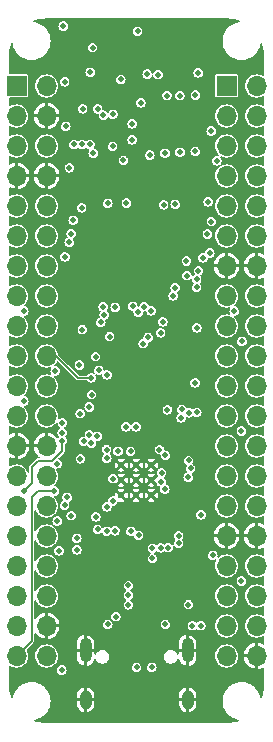
<source format=gbr>
G04 #@! TF.GenerationSoftware,KiCad,Pcbnew,(6.0.5)*
G04 #@! TF.CreationDate,2022-12-13T18:03:46-08:00*
G04 #@! TF.ProjectId,pico-ice,7069636f-2d69-4636-952e-6b696361645f,REV1*
G04 #@! TF.SameCoordinates,Original*
G04 #@! TF.FileFunction,Copper,L2,Inr*
G04 #@! TF.FilePolarity,Positive*
%FSLAX46Y46*%
G04 Gerber Fmt 4.6, Leading zero omitted, Abs format (unit mm)*
G04 Created by KiCad (PCBNEW (6.0.5)) date 2022-12-13 18:03:46*
%MOMM*%
%LPD*%
G01*
G04 APERTURE LIST*
G04 #@! TA.AperFunction,ComponentPad*
%ADD10O,1.000000X2.100000*%
G04 #@! TD*
G04 #@! TA.AperFunction,ComponentPad*
%ADD11O,1.000000X1.600000*%
G04 #@! TD*
G04 #@! TA.AperFunction,ComponentPad*
%ADD12R,1.700000X1.700000*%
G04 #@! TD*
G04 #@! TA.AperFunction,ComponentPad*
%ADD13O,1.700000X1.700000*%
G04 #@! TD*
G04 #@! TA.AperFunction,ComponentPad*
%ADD14C,0.600000*%
G04 #@! TD*
G04 #@! TA.AperFunction,ViaPad*
%ADD15C,0.508000*%
G04 #@! TD*
G04 #@! TA.AperFunction,Conductor*
%ADD16C,0.152400*%
G04 #@! TD*
G04 APERTURE END LIST*
D10*
X76710000Y-127807000D03*
D11*
X68070000Y-131987000D03*
X76710000Y-131987000D03*
D10*
X68070000Y-127807000D03*
D12*
X80010000Y-80010000D03*
D13*
X82550000Y-80010000D03*
X80010000Y-82550000D03*
X82550000Y-82550000D03*
X80010000Y-85090000D03*
X82550000Y-85090000D03*
X80010000Y-87630000D03*
X82550000Y-87630000D03*
X80010000Y-90170000D03*
X82550000Y-90170000D03*
X80010000Y-92710000D03*
X82550000Y-92710000D03*
X80010000Y-95250000D03*
X82550000Y-95250000D03*
X80010000Y-97790000D03*
X82550000Y-97790000D03*
X80010000Y-100330000D03*
X82550000Y-100330000D03*
X80010000Y-102870000D03*
X82550000Y-102870000D03*
X80010000Y-105410000D03*
X82550000Y-105410000D03*
X80010000Y-107950000D03*
X82550000Y-107950000D03*
X80010000Y-110490000D03*
X82550000Y-110490000D03*
X80010000Y-113030000D03*
X82550000Y-113030000D03*
X80010000Y-115570000D03*
X82550000Y-115570000D03*
X80010000Y-118110000D03*
X82550000Y-118110000D03*
X80010000Y-120650000D03*
X82550000Y-120650000D03*
X80010000Y-123190000D03*
X82550000Y-123190000D03*
X80010000Y-125730000D03*
X82550000Y-125730000D03*
X80010000Y-128270000D03*
X82550000Y-128270000D03*
D12*
X62230000Y-80010000D03*
D13*
X64770000Y-80010000D03*
X62230000Y-82550000D03*
X64770000Y-82550000D03*
X62230000Y-85090000D03*
X64770000Y-85090000D03*
X62230000Y-87630000D03*
X64770000Y-87630000D03*
X62230000Y-90170000D03*
X64770000Y-90170000D03*
X62230000Y-92710000D03*
X64770000Y-92710000D03*
X62230000Y-95250000D03*
X64770000Y-95250000D03*
X62230000Y-97790000D03*
X64770000Y-97790000D03*
X62230000Y-100330000D03*
X64770000Y-100330000D03*
X62230000Y-102870000D03*
X64770000Y-102870000D03*
X62230000Y-105410000D03*
X64770000Y-105410000D03*
X62230000Y-107950000D03*
X64770000Y-107950000D03*
X62230000Y-110490000D03*
X64770000Y-110490000D03*
X62230000Y-113030000D03*
X64770000Y-113030000D03*
X62230000Y-115570000D03*
X64770000Y-115570000D03*
X62230000Y-118110000D03*
X64770000Y-118110000D03*
X62230000Y-120650000D03*
X64770000Y-120650000D03*
X62230000Y-123190000D03*
X64770000Y-123190000D03*
X62230000Y-125730000D03*
X64770000Y-125730000D03*
X62230000Y-128270000D03*
X64770000Y-128270000D03*
D14*
X72364600Y-113385600D03*
X73639600Y-114660600D03*
X71089600Y-112110600D03*
X72364600Y-114660600D03*
X71089600Y-114660600D03*
X71089600Y-113385600D03*
X73639600Y-113385600D03*
X72364600Y-112110600D03*
X73639600Y-112110600D03*
D15*
X77912118Y-79764071D03*
X78394718Y-93508071D03*
X68453000Y-89204800D03*
X68300600Y-117144800D03*
X69860318Y-100566671D03*
X66675000Y-111607600D03*
X74828400Y-104927400D03*
X69977000Y-120065800D03*
X77073918Y-74912671D03*
X76728469Y-97213871D03*
X68920518Y-95046403D03*
X71551800Y-105841800D03*
X70368318Y-95046403D03*
X67574318Y-97899671D03*
X75565000Y-120015000D03*
X75829318Y-88755671D03*
X68920518Y-91879871D03*
X74965718Y-78824271D03*
X68920518Y-93463137D03*
X69864720Y-107213400D03*
X72852500Y-87384071D03*
X70368318Y-91879871D03*
X71257318Y-84259871D03*
X77851000Y-117221000D03*
X68920518Y-96629671D03*
X68564918Y-75268271D03*
X70368318Y-93463137D03*
X73517918Y-75344471D03*
X75920600Y-125603000D03*
X70368318Y-95918471D03*
X77673200Y-114071400D03*
X69199918Y-104071871D03*
X75946000Y-118110000D03*
X75946000Y-118745000D03*
X77343000Y-105156000D03*
X68666518Y-76766871D03*
X72476518Y-75369871D03*
X77851000Y-116332000D03*
X72364600Y-108864400D03*
X78838589Y-119731600D03*
X66710718Y-86952271D03*
X69087500Y-117551200D03*
X69875400Y-117703600D03*
X67802918Y-100642871D03*
X68387118Y-107196071D03*
X75651518Y-90025671D03*
X67640200Y-111582200D03*
X78394718Y-92542871D03*
X71917928Y-117712403D03*
X74203718Y-79052871D03*
X78445998Y-89822471D03*
X67335400Y-118313200D03*
X67335400Y-119278400D03*
X69961918Y-89949471D03*
X76962000Y-112395000D03*
X68935600Y-116484400D03*
X66177318Y-74938071D03*
X70561200Y-117678200D03*
X72567800Y-118059200D03*
X71501000Y-108864400D03*
X70820636Y-110927236D03*
X71886882Y-110949835D03*
X75082400Y-119100600D03*
X71704200Y-122301000D03*
X71704200Y-123126500D03*
X71704200Y-123952000D03*
X73736200Y-119151400D03*
X74422000Y-119126000D03*
X73365518Y-101303271D03*
X68580000Y-106146600D03*
X71282718Y-86317271D03*
X70586600Y-98755200D03*
X71536718Y-89924071D03*
X73517918Y-85860071D03*
X74432318Y-100922271D03*
X73289318Y-79002071D03*
X72953682Y-101831235D03*
X70114318Y-101227071D03*
X66405918Y-83421671D03*
X69872691Y-111535443D03*
X65821718Y-119362671D03*
X66065400Y-129463800D03*
X65695218Y-111996671D03*
X67741800Y-90322400D03*
X77607318Y-78900471D03*
X67828318Y-81948471D03*
X72755918Y-81440471D03*
X76794518Y-111717271D03*
X76642118Y-96070871D03*
X76073000Y-85616389D03*
X70358000Y-85115400D03*
X78699518Y-83828071D03*
X77480318Y-97061471D03*
X69580918Y-82481871D03*
X66304318Y-79662471D03*
X70393718Y-82405671D03*
X76057918Y-80830871D03*
X74610118Y-99982471D03*
X68717318Y-85700100D03*
X72019318Y-83218471D03*
X75499118Y-97772671D03*
X74803000Y-85699600D03*
X77378718Y-80780071D03*
X73029900Y-98687071D03*
X65440718Y-114308071D03*
X68920518Y-102928871D03*
X72019318Y-84564671D03*
X77347882Y-85560707D03*
X74838718Y-111285471D03*
X75651518Y-97086871D03*
X74330718Y-110802871D03*
X69098318Y-81948471D03*
X74965718Y-80830871D03*
X77480318Y-96375671D03*
X78590616Y-94154032D03*
X76616218Y-94827623D03*
X79182118Y-86342671D03*
X74787918Y-114155671D03*
X74686318Y-90076471D03*
X78724918Y-91491300D03*
X74483118Y-113520671D03*
X78013718Y-94572271D03*
X74508518Y-112758671D03*
X76769118Y-113139671D03*
X77632718Y-95664471D03*
X68395079Y-109568193D03*
X69072918Y-109659871D03*
X68564918Y-110244071D03*
X69850500Y-110797362D03*
X67903058Y-110102527D03*
X70383400Y-113258600D03*
X70358000Y-115163600D03*
X69875400Y-115646200D03*
X66863118Y-116390871D03*
X69367400Y-100025200D03*
X69570600Y-98704400D03*
X69646800Y-99390200D03*
X68564918Y-104732271D03*
X72529900Y-99169671D03*
X73634696Y-99044617D03*
X66116200Y-108534200D03*
X66101618Y-109355071D03*
X62835287Y-114318840D03*
X66101618Y-110040871D03*
X70637400Y-124942600D03*
X73736200Y-120015000D03*
X66504835Y-114838788D03*
X77497340Y-100490471D03*
X74828400Y-125603000D03*
X77825600Y-125704600D03*
X69951600Y-125603000D03*
X77114400Y-125704600D03*
X76784200Y-123926600D03*
X72390000Y-129235200D03*
X73685400Y-129235200D03*
X65669318Y-116848071D03*
X67767200Y-84963000D03*
X66863118Y-92514871D03*
X62847987Y-99066141D03*
X77497340Y-107653271D03*
X69885718Y-104478271D03*
X65491518Y-104148071D03*
X67081400Y-84963000D03*
X76210318Y-107399271D03*
X66685318Y-93251471D03*
X80655318Y-99068071D03*
X68463318Y-78849671D03*
X66329718Y-94470671D03*
X71054118Y-79459271D03*
X81315718Y-101633471D03*
X76819918Y-107678671D03*
X68453000Y-84963000D03*
X67020954Y-91377307D03*
X75004363Y-107424171D03*
X62849918Y-106688071D03*
X81264918Y-121928071D03*
X76167671Y-108110971D03*
X81264918Y-109228071D03*
X66304318Y-115501871D03*
X67624618Y-107754871D03*
X72073200Y-98661671D03*
X67548912Y-103640077D03*
D16*
X63535718Y-126964282D02*
X63535718Y-126119071D01*
X63535718Y-114790671D02*
X63535718Y-126119071D01*
X65440718Y-114308071D02*
X64018318Y-114308071D01*
X64018318Y-114308071D02*
X63535718Y-114790671D01*
X62230000Y-128270000D02*
X63535718Y-126964282D01*
X67421918Y-104732271D02*
X68564918Y-104732271D01*
X65559647Y-102870000D02*
X67421918Y-104732271D01*
X64770000Y-102870000D02*
X65559647Y-102870000D01*
X66101618Y-110040871D02*
X66101618Y-110878571D01*
X65237518Y-111742671D02*
X64043718Y-111742671D01*
X66101618Y-110878571D02*
X65237518Y-111742671D01*
X63510318Y-112276071D02*
X63510318Y-113643809D01*
X63510318Y-113643809D02*
X62835287Y-114318840D01*
X64043718Y-111742671D02*
X63510318Y-112276071D01*
G04 #@! TA.AperFunction,Conductor*
G36*
X79977148Y-74296006D02*
G01*
X80012793Y-74300162D01*
X80017289Y-74299598D01*
X80017290Y-74299598D01*
X80037104Y-74297112D01*
X80049361Y-74296583D01*
X80347819Y-74308084D01*
X80355800Y-74308819D01*
X80640888Y-74350510D01*
X80677017Y-74355794D01*
X80684879Y-74357376D01*
X80999264Y-74438291D01*
X81006913Y-74440702D01*
X81067679Y-74463478D01*
X81106767Y-74496917D01*
X81115216Y-74547658D01*
X81089072Y-74591959D01*
X81047186Y-74608862D01*
X81035600Y-74609774D01*
X81031172Y-74610122D01*
X81031171Y-74610122D01*
X81028225Y-74610354D01*
X81025351Y-74611044D01*
X80785530Y-74668620D01*
X80785526Y-74668621D01*
X80782649Y-74669312D01*
X80779920Y-74670442D01*
X80779915Y-74670444D01*
X80625105Y-74734569D01*
X80549320Y-74765960D01*
X80546798Y-74767505D01*
X80546795Y-74767507D01*
X80473449Y-74812454D01*
X80333983Y-74897919D01*
X80141939Y-75061939D01*
X79977919Y-75253983D01*
X79976373Y-75256506D01*
X79906903Y-75369871D01*
X79845960Y-75469320D01*
X79844829Y-75472051D01*
X79752667Y-75694550D01*
X79749312Y-75702649D01*
X79748621Y-75705526D01*
X79748620Y-75705530D01*
X79692539Y-75939125D01*
X79690354Y-75948225D01*
X79670539Y-76200000D01*
X79670771Y-76202948D01*
X79684449Y-76376739D01*
X79690354Y-76451775D01*
X79749312Y-76697351D01*
X79750442Y-76700080D01*
X79750444Y-76700085D01*
X79793066Y-76802983D01*
X79845960Y-76930680D01*
X79977919Y-77146017D01*
X80141939Y-77338061D01*
X80333983Y-77502081D01*
X80385941Y-77533921D01*
X80546795Y-77632493D01*
X80546798Y-77632495D01*
X80549320Y-77634040D01*
X80625105Y-77665431D01*
X80779915Y-77729556D01*
X80779920Y-77729558D01*
X80782649Y-77730688D01*
X80785526Y-77731379D01*
X80785530Y-77731380D01*
X81019125Y-77787461D01*
X81028225Y-77789646D01*
X81031169Y-77789878D01*
X81031171Y-77789878D01*
X81215486Y-77804384D01*
X81215494Y-77804384D01*
X81216964Y-77804500D01*
X81343036Y-77804500D01*
X81344506Y-77804384D01*
X81344514Y-77804384D01*
X81528829Y-77789878D01*
X81528831Y-77789878D01*
X81531775Y-77789646D01*
X81540875Y-77787461D01*
X81774470Y-77731380D01*
X81774474Y-77731379D01*
X81777351Y-77730688D01*
X81780080Y-77729558D01*
X81780085Y-77729556D01*
X81934895Y-77665431D01*
X82010680Y-77634040D01*
X82013202Y-77632495D01*
X82013205Y-77632493D01*
X82174059Y-77533921D01*
X82226017Y-77502081D01*
X82418061Y-77338061D01*
X82582081Y-77146017D01*
X82714040Y-76930680D01*
X82766934Y-76802983D01*
X82809556Y-76700085D01*
X82809558Y-76700080D01*
X82810688Y-76697351D01*
X82869646Y-76451775D01*
X82871138Y-76432815D01*
X82892469Y-76386006D01*
X82938897Y-76363860D01*
X82988699Y-76376739D01*
X83016522Y-76412321D01*
X83039298Y-76473087D01*
X83041709Y-76480736D01*
X83122624Y-76795121D01*
X83124206Y-76802983D01*
X83166042Y-77089054D01*
X83171181Y-77124197D01*
X83171916Y-77132183D01*
X83183153Y-77423802D01*
X83182412Y-77437618D01*
X83181638Y-77442896D01*
X83180037Y-77453801D01*
X83182029Y-77474680D01*
X83184160Y-77497015D01*
X83184500Y-77504157D01*
X83184500Y-79115636D01*
X83166907Y-79163974D01*
X83122358Y-79189694D01*
X83073534Y-79181786D01*
X82930629Y-79104518D01*
X82832800Y-79074235D01*
X82751018Y-79048919D01*
X82751014Y-79048918D01*
X82747505Y-79047832D01*
X82608491Y-79033221D01*
X82560512Y-79028178D01*
X82560510Y-79028178D01*
X82556857Y-79027794D01*
X82365948Y-79045168D01*
X82275677Y-79071736D01*
X82185579Y-79098253D01*
X82185576Y-79098254D01*
X82182050Y-79099292D01*
X82178792Y-79100995D01*
X82178790Y-79100996D01*
X82024254Y-79181786D01*
X82012167Y-79188105D01*
X82009299Y-79190411D01*
X81877974Y-79295999D01*
X81862770Y-79308223D01*
X81739549Y-79455072D01*
X81737778Y-79458294D01*
X81737777Y-79458295D01*
X81668182Y-79584888D01*
X81647198Y-79623058D01*
X81636550Y-79656625D01*
X81593175Y-79793361D01*
X81589234Y-79805783D01*
X81567866Y-79996286D01*
X81568174Y-79999954D01*
X81568174Y-79999957D01*
X81572299Y-80049080D01*
X81583907Y-80187311D01*
X81636746Y-80371583D01*
X81724370Y-80542082D01*
X81843443Y-80692314D01*
X81846237Y-80694691D01*
X81846238Y-80694693D01*
X81939688Y-80774225D01*
X81989428Y-80816557D01*
X81992630Y-80818346D01*
X81992632Y-80818348D01*
X82153554Y-80908285D01*
X82153559Y-80908287D01*
X82156765Y-80910079D01*
X82339081Y-80969317D01*
X82408460Y-80977590D01*
X82525772Y-80991579D01*
X82525774Y-80991579D01*
X82529430Y-80992015D01*
X82720562Y-80977308D01*
X82855953Y-80939506D01*
X82901654Y-80926746D01*
X82901656Y-80926745D01*
X82905199Y-80925756D01*
X83075394Y-80839784D01*
X83126472Y-80833693D01*
X83169515Y-80861859D01*
X83184500Y-80906906D01*
X83184500Y-81655636D01*
X83166907Y-81703974D01*
X83122358Y-81729694D01*
X83073534Y-81721786D01*
X82930629Y-81644518D01*
X82850138Y-81619602D01*
X82751018Y-81588919D01*
X82751014Y-81588918D01*
X82747505Y-81587832D01*
X82590795Y-81571361D01*
X82560512Y-81568178D01*
X82560510Y-81568178D01*
X82556857Y-81567794D01*
X82365948Y-81585168D01*
X82273999Y-81612230D01*
X82185579Y-81638253D01*
X82185576Y-81638254D01*
X82182050Y-81639292D01*
X82178792Y-81640995D01*
X82178790Y-81640996D01*
X82024254Y-81721786D01*
X82012167Y-81728105D01*
X82009299Y-81730411D01*
X81887051Y-81828701D01*
X81862770Y-81848223D01*
X81739549Y-81995072D01*
X81737778Y-81998294D01*
X81737777Y-81998295D01*
X81650423Y-82157192D01*
X81647198Y-82163058D01*
X81641147Y-82182132D01*
X81593482Y-82332393D01*
X81589234Y-82345783D01*
X81567866Y-82536286D01*
X81568174Y-82539954D01*
X81568174Y-82539957D01*
X81579943Y-82680102D01*
X81583907Y-82727311D01*
X81614657Y-82834549D01*
X81631645Y-82893792D01*
X81636746Y-82911583D01*
X81724370Y-83082082D01*
X81843443Y-83232314D01*
X81846237Y-83234691D01*
X81846238Y-83234693D01*
X81918337Y-83296054D01*
X81989428Y-83356557D01*
X81992630Y-83358346D01*
X81992632Y-83358348D01*
X82153554Y-83448285D01*
X82153559Y-83448287D01*
X82156765Y-83450079D01*
X82339081Y-83509317D01*
X82408460Y-83517590D01*
X82525772Y-83531579D01*
X82525774Y-83531579D01*
X82529430Y-83532015D01*
X82720562Y-83517308D01*
X82855953Y-83479506D01*
X82901654Y-83466746D01*
X82901656Y-83466745D01*
X82905199Y-83465756D01*
X83075394Y-83379784D01*
X83126472Y-83373693D01*
X83169515Y-83401859D01*
X83184500Y-83446906D01*
X83184500Y-84195636D01*
X83166907Y-84243974D01*
X83122358Y-84269694D01*
X83073534Y-84261786D01*
X82930629Y-84184518D01*
X82885465Y-84170538D01*
X82751018Y-84128919D01*
X82751014Y-84128918D01*
X82747505Y-84127832D01*
X82615514Y-84113959D01*
X82560512Y-84108178D01*
X82560510Y-84108178D01*
X82556857Y-84107794D01*
X82365948Y-84125168D01*
X82273999Y-84152230D01*
X82185579Y-84178253D01*
X82185576Y-84178254D01*
X82182050Y-84179292D01*
X82178792Y-84180995D01*
X82178790Y-84180996D01*
X82024254Y-84261786D01*
X82012167Y-84268105D01*
X81862770Y-84388223D01*
X81739549Y-84535072D01*
X81737778Y-84538294D01*
X81737777Y-84538295D01*
X81648972Y-84699831D01*
X81647198Y-84703058D01*
X81589234Y-84885783D01*
X81567866Y-85076286D01*
X81568174Y-85079954D01*
X81568174Y-85079957D01*
X81578769Y-85206128D01*
X81583907Y-85267311D01*
X81636746Y-85451583D01*
X81638428Y-85454855D01*
X81638428Y-85454856D01*
X81641178Y-85460207D01*
X81724370Y-85622082D01*
X81843443Y-85772314D01*
X81846237Y-85774691D01*
X81846238Y-85774693D01*
X81934782Y-85850050D01*
X81989428Y-85896557D01*
X81992630Y-85898346D01*
X81992632Y-85898348D01*
X82153554Y-85988285D01*
X82153559Y-85988287D01*
X82156765Y-85990079D01*
X82339081Y-86049317D01*
X82408460Y-86057590D01*
X82525772Y-86071579D01*
X82525774Y-86071579D01*
X82529430Y-86072015D01*
X82720562Y-86057308D01*
X82886013Y-86011113D01*
X82901654Y-86006746D01*
X82901656Y-86006745D01*
X82905199Y-86005756D01*
X83075394Y-85919784D01*
X83126472Y-85913693D01*
X83169515Y-85941859D01*
X83184500Y-85986906D01*
X83184500Y-86735636D01*
X83166907Y-86783974D01*
X83122358Y-86809694D01*
X83073534Y-86801786D01*
X82930629Y-86724518D01*
X82880960Y-86709143D01*
X82751018Y-86668919D01*
X82751014Y-86668918D01*
X82747505Y-86667832D01*
X82615514Y-86653959D01*
X82560512Y-86648178D01*
X82560510Y-86648178D01*
X82556857Y-86647794D01*
X82365948Y-86665168D01*
X82282959Y-86689593D01*
X82185579Y-86718253D01*
X82185576Y-86718254D01*
X82182050Y-86719292D01*
X82178792Y-86720995D01*
X82178790Y-86720996D01*
X82058325Y-86783974D01*
X82012167Y-86808105D01*
X82004901Y-86813947D01*
X81909217Y-86890879D01*
X81862770Y-86928223D01*
X81739549Y-87075072D01*
X81737778Y-87078294D01*
X81737777Y-87078295D01*
X81648972Y-87239831D01*
X81647198Y-87243058D01*
X81589234Y-87425783D01*
X81567866Y-87616286D01*
X81568174Y-87619954D01*
X81568174Y-87619957D01*
X81579943Y-87760102D01*
X81583907Y-87807311D01*
X81636746Y-87991583D01*
X81724370Y-88162082D01*
X81843443Y-88312314D01*
X81846237Y-88314691D01*
X81846238Y-88314693D01*
X81943441Y-88397419D01*
X81989428Y-88436557D01*
X81992630Y-88438346D01*
X81992632Y-88438348D01*
X82153554Y-88528285D01*
X82153559Y-88528287D01*
X82156765Y-88530079D01*
X82339081Y-88589317D01*
X82443916Y-88601818D01*
X82525772Y-88611579D01*
X82525774Y-88611579D01*
X82529430Y-88612015D01*
X82720562Y-88597308D01*
X82855953Y-88559506D01*
X82901654Y-88546746D01*
X82901656Y-88546745D01*
X82905199Y-88545756D01*
X83075394Y-88459784D01*
X83126472Y-88453693D01*
X83169515Y-88481859D01*
X83184500Y-88526906D01*
X83184500Y-89275636D01*
X83166907Y-89323974D01*
X83122358Y-89349694D01*
X83073534Y-89341786D01*
X82930629Y-89264518D01*
X82885465Y-89250538D01*
X82751018Y-89208919D01*
X82751014Y-89208918D01*
X82747505Y-89207832D01*
X82615514Y-89193959D01*
X82560512Y-89188178D01*
X82560510Y-89188178D01*
X82556857Y-89187794D01*
X82365948Y-89205168D01*
X82273999Y-89232230D01*
X82185579Y-89258253D01*
X82185576Y-89258254D01*
X82182050Y-89259292D01*
X82178792Y-89260995D01*
X82178790Y-89260996D01*
X82024254Y-89341786D01*
X82012167Y-89348105D01*
X81862770Y-89468223D01*
X81739549Y-89615072D01*
X81737778Y-89618294D01*
X81737777Y-89618295D01*
X81689372Y-89706343D01*
X81647198Y-89783058D01*
X81622746Y-89860140D01*
X81593175Y-89953361D01*
X81589234Y-89965783D01*
X81567866Y-90156286D01*
X81568174Y-90159954D01*
X81568174Y-90159957D01*
X81575982Y-90252940D01*
X81583907Y-90347311D01*
X81636746Y-90531583D01*
X81724370Y-90702082D01*
X81843443Y-90852314D01*
X81846237Y-90854691D01*
X81846238Y-90854693D01*
X81943441Y-90937419D01*
X81989428Y-90976557D01*
X81992630Y-90978346D01*
X81992632Y-90978348D01*
X82153554Y-91068285D01*
X82153559Y-91068287D01*
X82156765Y-91070079D01*
X82339081Y-91129317D01*
X82443916Y-91141818D01*
X82525772Y-91151579D01*
X82525774Y-91151579D01*
X82529430Y-91152015D01*
X82720562Y-91137308D01*
X82855953Y-91099506D01*
X82901654Y-91086746D01*
X82901656Y-91086745D01*
X82905199Y-91085756D01*
X83075394Y-90999784D01*
X83126472Y-90993693D01*
X83169515Y-91021859D01*
X83184500Y-91066906D01*
X83184500Y-91815636D01*
X83166907Y-91863974D01*
X83122358Y-91889694D01*
X83073534Y-91881786D01*
X82930629Y-91804518D01*
X82885465Y-91790538D01*
X82751018Y-91748919D01*
X82751014Y-91748918D01*
X82747505Y-91747832D01*
X82615514Y-91733959D01*
X82560512Y-91728178D01*
X82560510Y-91728178D01*
X82556857Y-91727794D01*
X82365948Y-91745168D01*
X82273999Y-91772230D01*
X82185579Y-91798253D01*
X82185576Y-91798254D01*
X82182050Y-91799292D01*
X82178792Y-91800995D01*
X82178790Y-91800996D01*
X82024254Y-91881786D01*
X82012167Y-91888105D01*
X81862770Y-92008223D01*
X81739549Y-92155072D01*
X81737778Y-92158294D01*
X81737777Y-92158295D01*
X81657712Y-92303933D01*
X81647198Y-92323058D01*
X81589234Y-92505783D01*
X81567866Y-92696286D01*
X81568174Y-92699954D01*
X81568174Y-92699957D01*
X81579896Y-92839550D01*
X81583907Y-92887311D01*
X81636746Y-93071583D01*
X81724370Y-93242082D01*
X81843443Y-93392314D01*
X81846237Y-93394691D01*
X81846238Y-93394693D01*
X81943441Y-93477419D01*
X81989428Y-93516557D01*
X81992630Y-93518346D01*
X81992632Y-93518348D01*
X82153554Y-93608285D01*
X82153559Y-93608287D01*
X82156765Y-93610079D01*
X82339081Y-93669317D01*
X82408460Y-93677590D01*
X82525772Y-93691579D01*
X82525774Y-93691579D01*
X82529430Y-93692015D01*
X82720562Y-93677308D01*
X82861060Y-93638080D01*
X82901654Y-93626746D01*
X82901656Y-93626745D01*
X82905199Y-93625756D01*
X83075394Y-93539784D01*
X83126472Y-93533693D01*
X83169515Y-93561859D01*
X83184500Y-93606906D01*
X83184500Y-94208496D01*
X83166907Y-94256834D01*
X83122358Y-94282554D01*
X83069172Y-94272095D01*
X83056264Y-94263950D01*
X83050158Y-94260839D01*
X82868093Y-94188204D01*
X82861517Y-94186256D01*
X82690005Y-94152140D01*
X82679321Y-94153784D01*
X82677028Y-94156400D01*
X82677000Y-94156548D01*
X82677000Y-96333951D01*
X82680697Y-96344108D01*
X82684249Y-96346159D01*
X82805413Y-96328591D01*
X82812098Y-96326986D01*
X82997698Y-96263983D01*
X83003966Y-96261192D01*
X83072556Y-96222780D01*
X83123327Y-96214512D01*
X83167534Y-96240813D01*
X83184500Y-96288392D01*
X83184500Y-96895636D01*
X83166907Y-96943974D01*
X83122358Y-96969694D01*
X83073534Y-96961786D01*
X82930629Y-96884518D01*
X82829489Y-96853210D01*
X82751018Y-96828919D01*
X82751014Y-96828918D01*
X82747505Y-96827832D01*
X82615514Y-96813959D01*
X82560512Y-96808178D01*
X82560510Y-96808178D01*
X82556857Y-96807794D01*
X82365948Y-96825168D01*
X82288599Y-96847933D01*
X82185579Y-96878253D01*
X82185576Y-96878254D01*
X82182050Y-96879292D01*
X82178792Y-96880995D01*
X82178790Y-96880996D01*
X82024254Y-96961786D01*
X82012167Y-96968105D01*
X82009299Y-96970411D01*
X81871723Y-97081025D01*
X81862770Y-97088223D01*
X81739549Y-97235072D01*
X81647198Y-97403058D01*
X81589234Y-97585783D01*
X81567866Y-97776286D01*
X81568174Y-97779954D01*
X81568174Y-97779957D01*
X81571496Y-97819515D01*
X81583907Y-97967311D01*
X81636746Y-98151583D01*
X81724370Y-98322082D01*
X81843443Y-98472314D01*
X81846237Y-98474691D01*
X81846238Y-98474693D01*
X81918337Y-98536054D01*
X81989428Y-98596557D01*
X81992630Y-98598346D01*
X81992632Y-98598348D01*
X82153554Y-98688285D01*
X82153559Y-98688287D01*
X82156765Y-98690079D01*
X82160266Y-98691216D01*
X82160267Y-98691217D01*
X82182848Y-98698554D01*
X82339081Y-98749317D01*
X82408460Y-98757590D01*
X82525772Y-98771579D01*
X82525774Y-98771579D01*
X82529430Y-98772015D01*
X82720562Y-98757308D01*
X82889118Y-98710246D01*
X82901654Y-98706746D01*
X82901656Y-98706745D01*
X82905199Y-98705756D01*
X83075394Y-98619784D01*
X83126472Y-98613693D01*
X83169515Y-98641859D01*
X83184500Y-98686906D01*
X83184500Y-99435636D01*
X83166907Y-99483974D01*
X83122358Y-99509694D01*
X83073534Y-99501786D01*
X82930629Y-99424518D01*
X82862188Y-99403332D01*
X82751018Y-99368919D01*
X82751014Y-99368918D01*
X82747505Y-99367832D01*
X82615514Y-99353959D01*
X82560512Y-99348178D01*
X82560510Y-99348178D01*
X82556857Y-99347794D01*
X82365948Y-99365168D01*
X82280896Y-99390200D01*
X82185579Y-99418253D01*
X82185576Y-99418254D01*
X82182050Y-99419292D01*
X82178792Y-99420995D01*
X82178790Y-99420996D01*
X82015430Y-99506399D01*
X82012167Y-99508105D01*
X82009299Y-99510411D01*
X81904262Y-99594863D01*
X81862770Y-99628223D01*
X81739549Y-99775072D01*
X81737778Y-99778294D01*
X81737777Y-99778295D01*
X81667884Y-99905430D01*
X81647198Y-99943058D01*
X81636550Y-99976625D01*
X81593175Y-100113361D01*
X81589234Y-100125783D01*
X81567866Y-100316286D01*
X81568174Y-100319954D01*
X81568174Y-100319957D01*
X81572299Y-100369080D01*
X81583907Y-100507311D01*
X81636746Y-100691583D01*
X81724370Y-100862082D01*
X81726655Y-100864965D01*
X81743326Y-100885999D01*
X81843443Y-101012314D01*
X81846237Y-101014691D01*
X81846238Y-101014693D01*
X81941986Y-101096181D01*
X81989428Y-101136557D01*
X81992630Y-101138346D01*
X81992632Y-101138348D01*
X82153554Y-101228285D01*
X82153559Y-101228287D01*
X82156765Y-101230079D01*
X82339081Y-101289317D01*
X82408460Y-101297590D01*
X82525772Y-101311579D01*
X82525774Y-101311579D01*
X82529430Y-101312015D01*
X82720562Y-101297308D01*
X82885916Y-101251140D01*
X82901654Y-101246746D01*
X82901656Y-101246745D01*
X82905199Y-101245756D01*
X83075394Y-101159784D01*
X83126472Y-101153693D01*
X83169515Y-101181859D01*
X83184500Y-101226906D01*
X83184500Y-101975636D01*
X83166907Y-102023974D01*
X83122358Y-102049694D01*
X83073534Y-102041786D01*
X82930629Y-101964518D01*
X82885465Y-101950538D01*
X82751018Y-101908919D01*
X82751014Y-101908918D01*
X82747505Y-101907832D01*
X82615514Y-101893959D01*
X82560512Y-101888178D01*
X82560510Y-101888178D01*
X82556857Y-101887794D01*
X82365948Y-101905168D01*
X82273999Y-101932230D01*
X82185579Y-101958253D01*
X82185576Y-101958254D01*
X82182050Y-101959292D01*
X82178792Y-101960995D01*
X82178790Y-101960996D01*
X82024254Y-102041786D01*
X82012167Y-102048105D01*
X82009299Y-102050411D01*
X81869524Y-102162793D01*
X81862770Y-102168223D01*
X81739549Y-102315072D01*
X81647198Y-102483058D01*
X81589234Y-102665783D01*
X81567866Y-102856286D01*
X81568174Y-102859954D01*
X81568174Y-102859957D01*
X81571496Y-102899515D01*
X81583907Y-103047311D01*
X81636746Y-103231583D01*
X81724370Y-103402082D01*
X81843443Y-103552314D01*
X81846237Y-103554691D01*
X81846238Y-103554693D01*
X81939695Y-103634231D01*
X81989428Y-103676557D01*
X81992630Y-103678346D01*
X81992632Y-103678348D01*
X82153554Y-103768285D01*
X82153559Y-103768287D01*
X82156765Y-103770079D01*
X82339081Y-103829317D01*
X82419035Y-103838851D01*
X82525772Y-103851579D01*
X82525774Y-103851579D01*
X82529430Y-103852015D01*
X82720562Y-103837308D01*
X82858073Y-103798914D01*
X82901654Y-103786746D01*
X82901656Y-103786745D01*
X82905199Y-103785756D01*
X83075394Y-103699784D01*
X83126472Y-103693693D01*
X83169515Y-103721859D01*
X83184500Y-103766906D01*
X83184500Y-104515636D01*
X83166907Y-104563974D01*
X83122358Y-104589694D01*
X83073534Y-104581786D01*
X82930629Y-104504518D01*
X82856457Y-104481558D01*
X82751018Y-104448919D01*
X82751014Y-104448918D01*
X82747505Y-104447832D01*
X82615514Y-104433959D01*
X82560512Y-104428178D01*
X82560510Y-104428178D01*
X82556857Y-104427794D01*
X82365948Y-104445168D01*
X82293407Y-104466518D01*
X82185579Y-104498253D01*
X82185576Y-104498254D01*
X82182050Y-104499292D01*
X82178792Y-104500995D01*
X82178790Y-104500996D01*
X82024254Y-104581786D01*
X82012167Y-104588105D01*
X82009299Y-104590411D01*
X81890021Y-104686313D01*
X81862770Y-104708223D01*
X81739549Y-104855072D01*
X81737778Y-104858294D01*
X81737777Y-104858295D01*
X81701764Y-104923803D01*
X81647198Y-105023058D01*
X81589234Y-105205783D01*
X81567866Y-105396286D01*
X81568174Y-105399954D01*
X81568174Y-105399957D01*
X81580153Y-105542609D01*
X81583907Y-105587311D01*
X81584921Y-105590846D01*
X81634193Y-105762678D01*
X81636746Y-105771583D01*
X81724370Y-105942082D01*
X81843443Y-106092314D01*
X81846237Y-106094691D01*
X81846238Y-106094693D01*
X81917851Y-106155640D01*
X81989428Y-106216557D01*
X81992630Y-106218346D01*
X81992632Y-106218348D01*
X82153554Y-106308285D01*
X82153559Y-106308287D01*
X82156765Y-106310079D01*
X82339081Y-106369317D01*
X82408460Y-106377590D01*
X82525772Y-106391579D01*
X82525774Y-106391579D01*
X82529430Y-106392015D01*
X82720562Y-106377308D01*
X82855953Y-106339506D01*
X82901654Y-106326746D01*
X82901656Y-106326745D01*
X82905199Y-106325756D01*
X83075394Y-106239784D01*
X83126472Y-106233693D01*
X83169515Y-106261859D01*
X83184500Y-106306906D01*
X83184500Y-107055636D01*
X83166907Y-107103974D01*
X83122358Y-107129694D01*
X83073534Y-107121786D01*
X82930629Y-107044518D01*
X82885465Y-107030538D01*
X82751018Y-106988919D01*
X82751014Y-106988918D01*
X82747505Y-106987832D01*
X82615514Y-106973959D01*
X82560512Y-106968178D01*
X82560510Y-106968178D01*
X82556857Y-106967794D01*
X82365948Y-106985168D01*
X82275677Y-107011736D01*
X82185579Y-107038253D01*
X82185576Y-107038254D01*
X82182050Y-107039292D01*
X82178792Y-107040995D01*
X82178790Y-107040996D01*
X82024512Y-107121651D01*
X82012167Y-107128105D01*
X82009299Y-107130411D01*
X81901930Y-107216738D01*
X81862770Y-107248223D01*
X81739549Y-107395072D01*
X81737778Y-107398294D01*
X81737777Y-107398295D01*
X81666675Y-107527629D01*
X81647198Y-107563058D01*
X81589234Y-107745783D01*
X81567866Y-107936286D01*
X81568174Y-107939954D01*
X81568174Y-107939957D01*
X81578236Y-108059776D01*
X81583907Y-108127311D01*
X81636746Y-108311583D01*
X81724370Y-108482082D01*
X81843443Y-108632314D01*
X81846237Y-108634691D01*
X81846238Y-108634693D01*
X81918242Y-108695973D01*
X81989428Y-108756557D01*
X81992630Y-108758346D01*
X81992632Y-108758348D01*
X82153554Y-108848285D01*
X82153559Y-108848287D01*
X82156765Y-108850079D01*
X82160266Y-108851216D01*
X82160267Y-108851217D01*
X82196744Y-108863069D01*
X82339081Y-108909317D01*
X82408460Y-108917590D01*
X82525772Y-108931579D01*
X82525774Y-108931579D01*
X82529430Y-108932015D01*
X82720562Y-108917308D01*
X82855953Y-108879506D01*
X82901654Y-108866746D01*
X82901656Y-108866745D01*
X82905199Y-108865756D01*
X83075394Y-108779784D01*
X83126472Y-108773693D01*
X83169515Y-108801859D01*
X83184500Y-108846906D01*
X83184500Y-109595636D01*
X83166907Y-109643974D01*
X83122358Y-109669694D01*
X83073534Y-109661786D01*
X82930629Y-109584518D01*
X82859006Y-109562347D01*
X82751018Y-109528919D01*
X82751014Y-109528918D01*
X82747505Y-109527832D01*
X82615514Y-109513959D01*
X82560512Y-109508178D01*
X82560510Y-109508178D01*
X82556857Y-109507794D01*
X82365948Y-109525168D01*
X82315210Y-109540101D01*
X82185579Y-109578253D01*
X82185576Y-109578254D01*
X82182050Y-109579292D01*
X82178792Y-109580995D01*
X82178790Y-109580996D01*
X82024254Y-109661786D01*
X82012167Y-109668105D01*
X82009299Y-109670411D01*
X81866172Y-109785488D01*
X81862770Y-109788223D01*
X81739549Y-109935072D01*
X81737778Y-109938294D01*
X81737777Y-109938295D01*
X81650704Y-110096681D01*
X81647198Y-110103058D01*
X81633086Y-110147544D01*
X81605846Y-110233417D01*
X81589234Y-110285783D01*
X81567866Y-110476286D01*
X81568174Y-110479954D01*
X81568174Y-110479957D01*
X81579993Y-110620697D01*
X81583907Y-110667311D01*
X81636746Y-110851583D01*
X81638428Y-110854855D01*
X81638428Y-110854856D01*
X81639406Y-110856759D01*
X81724370Y-111022082D01*
X81726655Y-111024965D01*
X81740227Y-111042088D01*
X81843443Y-111172314D01*
X81846237Y-111174691D01*
X81846238Y-111174693D01*
X81935478Y-111250642D01*
X81989428Y-111296557D01*
X81992630Y-111298346D01*
X81992632Y-111298348D01*
X82153554Y-111388285D01*
X82153559Y-111388287D01*
X82156765Y-111390079D01*
X82339081Y-111449317D01*
X82443916Y-111461818D01*
X82525772Y-111471579D01*
X82525774Y-111471579D01*
X82529430Y-111472015D01*
X82720562Y-111457308D01*
X82855953Y-111419506D01*
X82901654Y-111406746D01*
X82901656Y-111406745D01*
X82905199Y-111405756D01*
X83075394Y-111319784D01*
X83126472Y-111313693D01*
X83169515Y-111341859D01*
X83184500Y-111386906D01*
X83184500Y-112135636D01*
X83166907Y-112183974D01*
X83122358Y-112209694D01*
X83073534Y-112201786D01*
X82930629Y-112124518D01*
X82869889Y-112105716D01*
X82751018Y-112068919D01*
X82751014Y-112068918D01*
X82747505Y-112067832D01*
X82615514Y-112053959D01*
X82560512Y-112048178D01*
X82560510Y-112048178D01*
X82556857Y-112047794D01*
X82365948Y-112065168D01*
X82273999Y-112092230D01*
X82185579Y-112118253D01*
X82185576Y-112118254D01*
X82182050Y-112119292D01*
X82178792Y-112120995D01*
X82178790Y-112120996D01*
X82024254Y-112201786D01*
X82012167Y-112208105D01*
X82009299Y-112210411D01*
X81881219Y-112313390D01*
X81862770Y-112328223D01*
X81739549Y-112475072D01*
X81737778Y-112478294D01*
X81737777Y-112478295D01*
X81684987Y-112574320D01*
X81647198Y-112643058D01*
X81640898Y-112662918D01*
X81604199Y-112778609D01*
X81589234Y-112825783D01*
X81567866Y-113016286D01*
X81568174Y-113019954D01*
X81568174Y-113019957D01*
X81577665Y-113132983D01*
X81583907Y-113207311D01*
X81606760Y-113287010D01*
X81633192Y-113379187D01*
X81636746Y-113391583D01*
X81724370Y-113562082D01*
X81843443Y-113712314D01*
X81846237Y-113714691D01*
X81846238Y-113714693D01*
X81919294Y-113776868D01*
X81989428Y-113836557D01*
X81992630Y-113838346D01*
X81992632Y-113838348D01*
X82153554Y-113928285D01*
X82153559Y-113928287D01*
X82156765Y-113930079D01*
X82339081Y-113989317D01*
X82443916Y-114001818D01*
X82525772Y-114011579D01*
X82525774Y-114011579D01*
X82529430Y-114012015D01*
X82720562Y-113997308D01*
X82862593Y-113957652D01*
X82901654Y-113946746D01*
X82901656Y-113946745D01*
X82905199Y-113945756D01*
X83075394Y-113859784D01*
X83126472Y-113853693D01*
X83169515Y-113881859D01*
X83184500Y-113926906D01*
X83184500Y-114675636D01*
X83166907Y-114723974D01*
X83122358Y-114749694D01*
X83073534Y-114741786D01*
X82930629Y-114664518D01*
X82862792Y-114643519D01*
X82751018Y-114608919D01*
X82751014Y-114608918D01*
X82747505Y-114607832D01*
X82615514Y-114593959D01*
X82560512Y-114588178D01*
X82560510Y-114588178D01*
X82556857Y-114587794D01*
X82365948Y-114605168D01*
X82308537Y-114622065D01*
X82185579Y-114658253D01*
X82185576Y-114658254D01*
X82182050Y-114659292D01*
X82178792Y-114660995D01*
X82178790Y-114660996D01*
X82024254Y-114741786D01*
X82012167Y-114748105D01*
X82009299Y-114750411D01*
X81885955Y-114849582D01*
X81862770Y-114868223D01*
X81739549Y-115015072D01*
X81737778Y-115018294D01*
X81737777Y-115018295D01*
X81671841Y-115138232D01*
X81647198Y-115183058D01*
X81633767Y-115225397D01*
X81611850Y-115294490D01*
X81589234Y-115365783D01*
X81567866Y-115556286D01*
X81568174Y-115559954D01*
X81568174Y-115559957D01*
X81571496Y-115599515D01*
X81583907Y-115747311D01*
X81607830Y-115830740D01*
X81630092Y-115908376D01*
X81636746Y-115931583D01*
X81724370Y-116102082D01*
X81843443Y-116252314D01*
X81846237Y-116254691D01*
X81846238Y-116254693D01*
X81930205Y-116326154D01*
X81989428Y-116376557D01*
X81992630Y-116378346D01*
X81992632Y-116378348D01*
X82153554Y-116468285D01*
X82153559Y-116468287D01*
X82156765Y-116470079D01*
X82339081Y-116529317D01*
X82408460Y-116537590D01*
X82525772Y-116551579D01*
X82525774Y-116551579D01*
X82529430Y-116552015D01*
X82720562Y-116537308D01*
X82889118Y-116490246D01*
X82901654Y-116486746D01*
X82901656Y-116486745D01*
X82905199Y-116485756D01*
X83075394Y-116399784D01*
X83126472Y-116393693D01*
X83169515Y-116421859D01*
X83184500Y-116466906D01*
X83184500Y-117068496D01*
X83166907Y-117116834D01*
X83122358Y-117142554D01*
X83069172Y-117132095D01*
X83056264Y-117123950D01*
X83050158Y-117120839D01*
X82868093Y-117048204D01*
X82861517Y-117046256D01*
X82690005Y-117012140D01*
X82679321Y-117013784D01*
X82677028Y-117016400D01*
X82677000Y-117016548D01*
X82677000Y-119193951D01*
X82680697Y-119204108D01*
X82684249Y-119206159D01*
X82805413Y-119188591D01*
X82812098Y-119186986D01*
X82997698Y-119123983D01*
X83003966Y-119121192D01*
X83072556Y-119082780D01*
X83123327Y-119074512D01*
X83167534Y-119100813D01*
X83184500Y-119148392D01*
X83184500Y-119755636D01*
X83166907Y-119803974D01*
X83122358Y-119829694D01*
X83073534Y-119821786D01*
X82930629Y-119744518D01*
X82870012Y-119725754D01*
X82751018Y-119688919D01*
X82751014Y-119688918D01*
X82747505Y-119687832D01*
X82615514Y-119673959D01*
X82560512Y-119668178D01*
X82560510Y-119668178D01*
X82556857Y-119667794D01*
X82365948Y-119685168D01*
X82273999Y-119712230D01*
X82185579Y-119738253D01*
X82185576Y-119738254D01*
X82182050Y-119739292D01*
X82178792Y-119740995D01*
X82178790Y-119740996D01*
X82024254Y-119821786D01*
X82012167Y-119828105D01*
X81862770Y-119948223D01*
X81739549Y-120095072D01*
X81737778Y-120098294D01*
X81737777Y-120098295D01*
X81695693Y-120174845D01*
X81647198Y-120263058D01*
X81589234Y-120445783D01*
X81567866Y-120636286D01*
X81568174Y-120639954D01*
X81568174Y-120639957D01*
X81571496Y-120679515D01*
X81583907Y-120827311D01*
X81636746Y-121011583D01*
X81724370Y-121182082D01*
X81843443Y-121332314D01*
X81846237Y-121334691D01*
X81846238Y-121334693D01*
X81943441Y-121417419D01*
X81989428Y-121456557D01*
X81992630Y-121458346D01*
X81992632Y-121458348D01*
X82153554Y-121548285D01*
X82153559Y-121548287D01*
X82156765Y-121550079D01*
X82339081Y-121609317D01*
X82408460Y-121617590D01*
X82525772Y-121631579D01*
X82525774Y-121631579D01*
X82529430Y-121632015D01*
X82720562Y-121617308D01*
X82855953Y-121579506D01*
X82901654Y-121566746D01*
X82901656Y-121566745D01*
X82905199Y-121565756D01*
X83075394Y-121479784D01*
X83126472Y-121473693D01*
X83169515Y-121501859D01*
X83184500Y-121546906D01*
X83184500Y-122295636D01*
X83166907Y-122343974D01*
X83122358Y-122369694D01*
X83073534Y-122361786D01*
X82930629Y-122284518D01*
X82885465Y-122270538D01*
X82751018Y-122228919D01*
X82751014Y-122228918D01*
X82747505Y-122227832D01*
X82615514Y-122213959D01*
X82560512Y-122208178D01*
X82560510Y-122208178D01*
X82556857Y-122207794D01*
X82365948Y-122225168D01*
X82273999Y-122252230D01*
X82185579Y-122278253D01*
X82185576Y-122278254D01*
X82182050Y-122279292D01*
X82178792Y-122280995D01*
X82178790Y-122280996D01*
X82024254Y-122361786D01*
X82012167Y-122368105D01*
X82009299Y-122370411D01*
X81939393Y-122426617D01*
X81862770Y-122488223D01*
X81739549Y-122635072D01*
X81737778Y-122638294D01*
X81737777Y-122638295D01*
X81648972Y-122799831D01*
X81647198Y-122803058D01*
X81589234Y-122985783D01*
X81567866Y-123176286D01*
X81568174Y-123179954D01*
X81568174Y-123179957D01*
X81583307Y-123360161D01*
X81583907Y-123367311D01*
X81584921Y-123370846D01*
X81634193Y-123542678D01*
X81636746Y-123551583D01*
X81724370Y-123722082D01*
X81843443Y-123872314D01*
X81846237Y-123874691D01*
X81846238Y-123874693D01*
X81930205Y-123946154D01*
X81989428Y-123996557D01*
X81992630Y-123998346D01*
X81992632Y-123998348D01*
X82153554Y-124088285D01*
X82153559Y-124088287D01*
X82156765Y-124090079D01*
X82339081Y-124149317D01*
X82408460Y-124157590D01*
X82525772Y-124171579D01*
X82525774Y-124171579D01*
X82529430Y-124172015D01*
X82720562Y-124157308D01*
X82855953Y-124119506D01*
X82901654Y-124106746D01*
X82901656Y-124106745D01*
X82905199Y-124105756D01*
X83075394Y-124019784D01*
X83126472Y-124013693D01*
X83169515Y-124041859D01*
X83184500Y-124086906D01*
X83184500Y-124835636D01*
X83166907Y-124883974D01*
X83122358Y-124909694D01*
X83073534Y-124901786D01*
X82930629Y-124824518D01*
X82885465Y-124810538D01*
X82751018Y-124768919D01*
X82751014Y-124768918D01*
X82747505Y-124767832D01*
X82615514Y-124753959D01*
X82560512Y-124748178D01*
X82560510Y-124748178D01*
X82556857Y-124747794D01*
X82365948Y-124765168D01*
X82273999Y-124792230D01*
X82185579Y-124818253D01*
X82185576Y-124818254D01*
X82182050Y-124819292D01*
X82178792Y-124820995D01*
X82178790Y-124820996D01*
X82024254Y-124901786D01*
X82012167Y-124908105D01*
X82009299Y-124910411D01*
X81909217Y-124990879D01*
X81862770Y-125028223D01*
X81739549Y-125175072D01*
X81737778Y-125178294D01*
X81737777Y-125178295D01*
X81648972Y-125339831D01*
X81647198Y-125343058D01*
X81635504Y-125379921D01*
X81591664Y-125518124D01*
X81589234Y-125525783D01*
X81567866Y-125716286D01*
X81568174Y-125719954D01*
X81568174Y-125719957D01*
X81579993Y-125860697D01*
X81583907Y-125907311D01*
X81636746Y-126091583D01*
X81724370Y-126262082D01*
X81843443Y-126412314D01*
X81846237Y-126414691D01*
X81846238Y-126414693D01*
X81943441Y-126497419D01*
X81989428Y-126536557D01*
X81992630Y-126538346D01*
X81992632Y-126538348D01*
X82153554Y-126628285D01*
X82153559Y-126628287D01*
X82156765Y-126630079D01*
X82339081Y-126689317D01*
X82443916Y-126701818D01*
X82525772Y-126711579D01*
X82525774Y-126711579D01*
X82529430Y-126712015D01*
X82720562Y-126697308D01*
X82882324Y-126652143D01*
X82901654Y-126646746D01*
X82901656Y-126646745D01*
X82905199Y-126645756D01*
X83075394Y-126559784D01*
X83126472Y-126553693D01*
X83169515Y-126581859D01*
X83184500Y-126626906D01*
X83184500Y-127228496D01*
X83166907Y-127276834D01*
X83122358Y-127302554D01*
X83069172Y-127292095D01*
X83056264Y-127283950D01*
X83050158Y-127280839D01*
X82868093Y-127208204D01*
X82861517Y-127206256D01*
X82690005Y-127172140D01*
X82679321Y-127173784D01*
X82677028Y-127176400D01*
X82677000Y-127176548D01*
X82677000Y-129353951D01*
X82680697Y-129364108D01*
X82684249Y-129366159D01*
X82805413Y-129348591D01*
X82812098Y-129346986D01*
X82997698Y-129283983D01*
X83003966Y-129281192D01*
X83072556Y-129242780D01*
X83123327Y-129234512D01*
X83167534Y-129260813D01*
X83184500Y-129308392D01*
X83184500Y-130753244D01*
X83183555Y-130765126D01*
X83180304Y-130785422D01*
X83180676Y-130789946D01*
X83180676Y-130789947D01*
X83182355Y-130810370D01*
X83182377Y-130822424D01*
X83159059Y-131119129D01*
X83158084Y-131126650D01*
X83103676Y-131426631D01*
X83100247Y-131445535D01*
X83098519Y-131452917D01*
X83057162Y-131596516D01*
X83008823Y-131764353D01*
X83006359Y-131771527D01*
X83000158Y-131786988D01*
X82965837Y-131825303D01*
X82914916Y-131832593D01*
X82871223Y-131805446D01*
X82857240Y-131776551D01*
X82811380Y-131585530D01*
X82811379Y-131585526D01*
X82810688Y-131582649D01*
X82779872Y-131508251D01*
X82715171Y-131352051D01*
X82714040Y-131349320D01*
X82665240Y-131269685D01*
X82583627Y-131136506D01*
X82582081Y-131133983D01*
X82431789Y-130958013D01*
X82419975Y-130944180D01*
X82418061Y-130941939D01*
X82226017Y-130777919D01*
X82174059Y-130746079D01*
X82013205Y-130647507D01*
X82013202Y-130647505D01*
X82010680Y-130645960D01*
X81934895Y-130614569D01*
X81780085Y-130550444D01*
X81780080Y-130550442D01*
X81777351Y-130549312D01*
X81774474Y-130548621D01*
X81774470Y-130548620D01*
X81534649Y-130491044D01*
X81531775Y-130490354D01*
X81528831Y-130490122D01*
X81528829Y-130490122D01*
X81344514Y-130475616D01*
X81344506Y-130475616D01*
X81343036Y-130475500D01*
X81216964Y-130475500D01*
X81215494Y-130475616D01*
X81215486Y-130475616D01*
X81031171Y-130490122D01*
X81031169Y-130490122D01*
X81028225Y-130490354D01*
X81025351Y-130491044D01*
X80785530Y-130548620D01*
X80785526Y-130548621D01*
X80782649Y-130549312D01*
X80779920Y-130550442D01*
X80779915Y-130550444D01*
X80625105Y-130614569D01*
X80549320Y-130645960D01*
X80546798Y-130647505D01*
X80546795Y-130647507D01*
X80385941Y-130746079D01*
X80333983Y-130777919D01*
X80141939Y-130941939D01*
X80140025Y-130944180D01*
X80128211Y-130958013D01*
X79977919Y-131133983D01*
X79976373Y-131136506D01*
X79894761Y-131269685D01*
X79845960Y-131349320D01*
X79844829Y-131352051D01*
X79780129Y-131508251D01*
X79749312Y-131582649D01*
X79748621Y-131585526D01*
X79748620Y-131585530D01*
X79705688Y-131764353D01*
X79690354Y-131828225D01*
X79670539Y-132080000D01*
X79690354Y-132331775D01*
X79691044Y-132334649D01*
X79744067Y-132555503D01*
X79749312Y-132577351D01*
X79845960Y-132810680D01*
X79847505Y-132813202D01*
X79847507Y-132813205D01*
X79927546Y-132943816D01*
X79977919Y-133026017D01*
X80141939Y-133218061D01*
X80333983Y-133382081D01*
X80336506Y-133383627D01*
X80546795Y-133512493D01*
X80546798Y-133512495D01*
X80549320Y-133514040D01*
X80625105Y-133545431D01*
X80779915Y-133609556D01*
X80779920Y-133609558D01*
X80782649Y-133610688D01*
X80785526Y-133611379D01*
X80785530Y-133611380D01*
X80976551Y-133657240D01*
X81019446Y-133685631D01*
X81034056Y-133734953D01*
X81013544Y-133782126D01*
X80986989Y-133800158D01*
X80971526Y-133806359D01*
X80964353Y-133808823D01*
X80868587Y-133836405D01*
X80652917Y-133898519D01*
X80645544Y-133900245D01*
X80326650Y-133958084D01*
X80319135Y-133959058D01*
X80029294Y-133981837D01*
X80015672Y-133981670D01*
X80003329Y-133980394D01*
X80003325Y-133980394D01*
X79998825Y-133979929D01*
X79973495Y-133983444D01*
X79971030Y-133983786D01*
X79960694Y-133984500D01*
X64826756Y-133984500D01*
X64814874Y-133983555D01*
X64794578Y-133980304D01*
X64790054Y-133980676D01*
X64790053Y-133980676D01*
X64769630Y-133982355D01*
X64757576Y-133982377D01*
X64601411Y-133970104D01*
X64460865Y-133959058D01*
X64453350Y-133958084D01*
X64134456Y-133900245D01*
X64127083Y-133898519D01*
X63911413Y-133836405D01*
X63815647Y-133808823D01*
X63808474Y-133806359D01*
X63793012Y-133800158D01*
X63754697Y-133765837D01*
X63747407Y-133714916D01*
X63774554Y-133671223D01*
X63803449Y-133657240D01*
X63994470Y-133611380D01*
X63994474Y-133611379D01*
X63997351Y-133610688D01*
X64000080Y-133609558D01*
X64000085Y-133609556D01*
X64154895Y-133545431D01*
X64230680Y-133514040D01*
X64233202Y-133512495D01*
X64233205Y-133512493D01*
X64443494Y-133383627D01*
X64446017Y-133382081D01*
X64638061Y-133218061D01*
X64802081Y-133026017D01*
X64852454Y-132943816D01*
X64932493Y-132813205D01*
X64932495Y-132813202D01*
X64934040Y-132810680D01*
X65030688Y-132577351D01*
X65035934Y-132555503D01*
X65088956Y-132334649D01*
X65089646Y-132331775D01*
X65089876Y-132328850D01*
X67316000Y-132328850D01*
X67316252Y-132333188D01*
X67330722Y-132457296D01*
X67332720Y-132465749D01*
X67389727Y-132622802D01*
X67393612Y-132630560D01*
X67485226Y-132770295D01*
X67490791Y-132776950D01*
X67612089Y-132891857D01*
X67619041Y-132897058D01*
X67763517Y-132980976D01*
X67771474Y-132984436D01*
X67931390Y-133032869D01*
X67932286Y-133033031D01*
X67940132Y-133030714D01*
X67943000Y-133026390D01*
X67943000Y-133016995D01*
X68197000Y-133016995D01*
X68200697Y-133027152D01*
X68203989Y-133029053D01*
X68280028Y-133015987D01*
X68288358Y-133013535D01*
X68442096Y-132948119D01*
X68449639Y-132943816D01*
X68584208Y-132844785D01*
X68590555Y-132838866D01*
X68698738Y-132711527D01*
X68703548Y-132704315D01*
X68779535Y-132555503D01*
X68782560Y-132547369D01*
X68822515Y-132384087D01*
X68823520Y-132377484D01*
X68823928Y-132370894D01*
X68824000Y-132368579D01*
X68824000Y-132328850D01*
X75956000Y-132328850D01*
X75956252Y-132333188D01*
X75970722Y-132457296D01*
X75972720Y-132465749D01*
X76029727Y-132622802D01*
X76033612Y-132630560D01*
X76125226Y-132770295D01*
X76130791Y-132776950D01*
X76252089Y-132891857D01*
X76259041Y-132897058D01*
X76403517Y-132980976D01*
X76411474Y-132984436D01*
X76571390Y-133032869D01*
X76572286Y-133033031D01*
X76580132Y-133030714D01*
X76583000Y-133026390D01*
X76583000Y-133016995D01*
X76837000Y-133016995D01*
X76840697Y-133027152D01*
X76843989Y-133029053D01*
X76920028Y-133015987D01*
X76928358Y-133013535D01*
X77082096Y-132948119D01*
X77089639Y-132943816D01*
X77224208Y-132844785D01*
X77230555Y-132838866D01*
X77338738Y-132711527D01*
X77343548Y-132704315D01*
X77419535Y-132555503D01*
X77422560Y-132547369D01*
X77462515Y-132384087D01*
X77463520Y-132377484D01*
X77463928Y-132370894D01*
X77464000Y-132368579D01*
X77464000Y-132127259D01*
X77460303Y-132117102D01*
X77454931Y-132114000D01*
X76850259Y-132114000D01*
X76840102Y-132117697D01*
X76837000Y-132123069D01*
X76837000Y-133016995D01*
X76583000Y-133016995D01*
X76583000Y-132127259D01*
X76579303Y-132117102D01*
X76573931Y-132114000D01*
X75969259Y-132114000D01*
X75959102Y-132117697D01*
X75956000Y-132123069D01*
X75956000Y-132328850D01*
X68824000Y-132328850D01*
X68824000Y-132127259D01*
X68820303Y-132117102D01*
X68814931Y-132114000D01*
X68210259Y-132114000D01*
X68200102Y-132117697D01*
X68197000Y-132123069D01*
X68197000Y-133016995D01*
X67943000Y-133016995D01*
X67943000Y-132127259D01*
X67939303Y-132117102D01*
X67933931Y-132114000D01*
X67329259Y-132114000D01*
X67319102Y-132117697D01*
X67316000Y-132123069D01*
X67316000Y-132328850D01*
X65089876Y-132328850D01*
X65109461Y-132080000D01*
X65091103Y-131846741D01*
X67316000Y-131846741D01*
X67319697Y-131856898D01*
X67325069Y-131860000D01*
X67929741Y-131860000D01*
X67939898Y-131856303D01*
X67943000Y-131850931D01*
X67943000Y-131846741D01*
X68197000Y-131846741D01*
X68200697Y-131856898D01*
X68206069Y-131860000D01*
X68810741Y-131860000D01*
X68820898Y-131856303D01*
X68824000Y-131850931D01*
X68824000Y-131846741D01*
X75956000Y-131846741D01*
X75959697Y-131856898D01*
X75965069Y-131860000D01*
X76569741Y-131860000D01*
X76579898Y-131856303D01*
X76583000Y-131850931D01*
X76583000Y-131846741D01*
X76837000Y-131846741D01*
X76840697Y-131856898D01*
X76846069Y-131860000D01*
X77450741Y-131860000D01*
X77460898Y-131856303D01*
X77464000Y-131850931D01*
X77464000Y-131645150D01*
X77463748Y-131640812D01*
X77449278Y-131516704D01*
X77447280Y-131508251D01*
X77390273Y-131351198D01*
X77386388Y-131343440D01*
X77294774Y-131203705D01*
X77289209Y-131197050D01*
X77167911Y-131082143D01*
X77160959Y-131076942D01*
X77016483Y-130993024D01*
X77008526Y-130989564D01*
X76848610Y-130941131D01*
X76847714Y-130940969D01*
X76839868Y-130943286D01*
X76837000Y-130947610D01*
X76837000Y-131846741D01*
X76583000Y-131846741D01*
X76583000Y-130957005D01*
X76579303Y-130946848D01*
X76576011Y-130944947D01*
X76499972Y-130958013D01*
X76491642Y-130960465D01*
X76337904Y-131025881D01*
X76330361Y-131030184D01*
X76195792Y-131129215D01*
X76189445Y-131135134D01*
X76081262Y-131262473D01*
X76076452Y-131269685D01*
X76000465Y-131418497D01*
X75997440Y-131426631D01*
X75957485Y-131589913D01*
X75956480Y-131596516D01*
X75956072Y-131603106D01*
X75956000Y-131605421D01*
X75956000Y-131846741D01*
X68824000Y-131846741D01*
X68824000Y-131645150D01*
X68823748Y-131640812D01*
X68809278Y-131516704D01*
X68807280Y-131508251D01*
X68750273Y-131351198D01*
X68746388Y-131343440D01*
X68654774Y-131203705D01*
X68649209Y-131197050D01*
X68527911Y-131082143D01*
X68520959Y-131076942D01*
X68376483Y-130993024D01*
X68368526Y-130989564D01*
X68208610Y-130941131D01*
X68207714Y-130940969D01*
X68199868Y-130943286D01*
X68197000Y-130947610D01*
X68197000Y-131846741D01*
X67943000Y-131846741D01*
X67943000Y-130957005D01*
X67939303Y-130946848D01*
X67936011Y-130944947D01*
X67859972Y-130958013D01*
X67851642Y-130960465D01*
X67697904Y-131025881D01*
X67690361Y-131030184D01*
X67555792Y-131129215D01*
X67549445Y-131135134D01*
X67441262Y-131262473D01*
X67436452Y-131269685D01*
X67360465Y-131418497D01*
X67357440Y-131426631D01*
X67317485Y-131589913D01*
X67316480Y-131596516D01*
X67316072Y-131603106D01*
X67316000Y-131605421D01*
X67316000Y-131846741D01*
X65091103Y-131846741D01*
X65089646Y-131828225D01*
X65074312Y-131764353D01*
X65031380Y-131585530D01*
X65031379Y-131585526D01*
X65030688Y-131582649D01*
X64999872Y-131508251D01*
X64935171Y-131352051D01*
X64934040Y-131349320D01*
X64885240Y-131269685D01*
X64803627Y-131136506D01*
X64802081Y-131133983D01*
X64651789Y-130958013D01*
X64639975Y-130944180D01*
X64638061Y-130941939D01*
X64446017Y-130777919D01*
X64394059Y-130746079D01*
X64233205Y-130647507D01*
X64233202Y-130647505D01*
X64230680Y-130645960D01*
X64154895Y-130614569D01*
X64000085Y-130550444D01*
X64000080Y-130550442D01*
X63997351Y-130549312D01*
X63994474Y-130548621D01*
X63994470Y-130548620D01*
X63754649Y-130491044D01*
X63751775Y-130490354D01*
X63748831Y-130490122D01*
X63748829Y-130490122D01*
X63564514Y-130475616D01*
X63564506Y-130475616D01*
X63563036Y-130475500D01*
X63436964Y-130475500D01*
X63435494Y-130475616D01*
X63435486Y-130475616D01*
X63251171Y-130490122D01*
X63251169Y-130490122D01*
X63248225Y-130490354D01*
X63245351Y-130491044D01*
X63005530Y-130548620D01*
X63005526Y-130548621D01*
X63002649Y-130549312D01*
X62999920Y-130550442D01*
X62999915Y-130550444D01*
X62845105Y-130614569D01*
X62769320Y-130645960D01*
X62766798Y-130647505D01*
X62766795Y-130647507D01*
X62605941Y-130746079D01*
X62553983Y-130777919D01*
X62361939Y-130941939D01*
X62360025Y-130944180D01*
X62348211Y-130958013D01*
X62197919Y-131133983D01*
X62196373Y-131136506D01*
X62114761Y-131269685D01*
X62065960Y-131349320D01*
X62064829Y-131352051D01*
X62000129Y-131508251D01*
X61969312Y-131582649D01*
X61968621Y-131585526D01*
X61968620Y-131585530D01*
X61922760Y-131776551D01*
X61894369Y-131819446D01*
X61845047Y-131834056D01*
X61797874Y-131813544D01*
X61779842Y-131786989D01*
X61773641Y-131771527D01*
X61771177Y-131764353D01*
X61722838Y-131596516D01*
X61681481Y-131452917D01*
X61679753Y-131445535D01*
X61676325Y-131426631D01*
X61621916Y-131126650D01*
X61620941Y-131119129D01*
X61618035Y-131082143D01*
X61598163Y-130829294D01*
X61598330Y-130815672D01*
X61599606Y-130803329D01*
X61599606Y-130803325D01*
X61600071Y-130798825D01*
X61596214Y-130771030D01*
X61595500Y-130760694D01*
X61595500Y-129463800D01*
X65658895Y-129463800D01*
X65678791Y-129589417D01*
X65736531Y-129702738D01*
X65826462Y-129792669D01*
X65939783Y-129850409D01*
X66065400Y-129870305D01*
X66191017Y-129850409D01*
X66304338Y-129792669D01*
X66394269Y-129702738D01*
X66452009Y-129589417D01*
X66471905Y-129463800D01*
X66452009Y-129338183D01*
X66400107Y-129236319D01*
X66399537Y-129235200D01*
X71983495Y-129235200D01*
X72003391Y-129360817D01*
X72034254Y-129421389D01*
X72055864Y-129463800D01*
X72061131Y-129474138D01*
X72151062Y-129564069D01*
X72264383Y-129621809D01*
X72390000Y-129641705D01*
X72515617Y-129621809D01*
X72628938Y-129564069D01*
X72718869Y-129474138D01*
X72724137Y-129463800D01*
X72745746Y-129421389D01*
X72776609Y-129360817D01*
X72796505Y-129235200D01*
X73278895Y-129235200D01*
X73298791Y-129360817D01*
X73329654Y-129421389D01*
X73351264Y-129463800D01*
X73356531Y-129474138D01*
X73446462Y-129564069D01*
X73559783Y-129621809D01*
X73685400Y-129641705D01*
X73811017Y-129621809D01*
X73924338Y-129564069D01*
X74014269Y-129474138D01*
X74019537Y-129463800D01*
X74041146Y-129421389D01*
X74072009Y-129360817D01*
X74091905Y-129235200D01*
X74072009Y-129109583D01*
X74014269Y-128996262D01*
X73924338Y-128906331D01*
X73916284Y-128902227D01*
X73871589Y-128879454D01*
X73811017Y-128848591D01*
X73685400Y-128828695D01*
X73559783Y-128848591D01*
X73499211Y-128879454D01*
X73454517Y-128902227D01*
X73446462Y-128906331D01*
X73356531Y-128996262D01*
X73298791Y-129109583D01*
X73278895Y-129235200D01*
X72796505Y-129235200D01*
X72776609Y-129109583D01*
X72718869Y-128996262D01*
X72628938Y-128906331D01*
X72620884Y-128902227D01*
X72576189Y-128879454D01*
X72515617Y-128848591D01*
X72390000Y-128828695D01*
X72264383Y-128848591D01*
X72203811Y-128879454D01*
X72159117Y-128902227D01*
X72151062Y-128906331D01*
X72061131Y-128996262D01*
X72003391Y-129109583D01*
X71983495Y-129235200D01*
X66399537Y-129235200D01*
X66396958Y-129230139D01*
X66396957Y-129230138D01*
X66394269Y-129224862D01*
X66304338Y-129134931D01*
X66191017Y-129077191D01*
X66065400Y-129057295D01*
X65939783Y-129077191D01*
X65826462Y-129134931D01*
X65736531Y-129224862D01*
X65733843Y-129230138D01*
X65733842Y-129230139D01*
X65730693Y-129236319D01*
X65678791Y-129338183D01*
X65658895Y-129463800D01*
X61595500Y-129463800D01*
X61595500Y-129163416D01*
X61613093Y-129115078D01*
X61657642Y-129089358D01*
X61707387Y-129097772D01*
X61833554Y-129168285D01*
X61833559Y-129168287D01*
X61836765Y-129170079D01*
X62019081Y-129229317D01*
X62088460Y-129237590D01*
X62205772Y-129251579D01*
X62205774Y-129251579D01*
X62209430Y-129252015D01*
X62400562Y-129237308D01*
X62535953Y-129199506D01*
X62581654Y-129186746D01*
X62581656Y-129186745D01*
X62585199Y-129185756D01*
X62691139Y-129132242D01*
X62753021Y-129100983D01*
X62753022Y-129100982D01*
X62756305Y-129099324D01*
X62784634Y-129077191D01*
X62904467Y-128983568D01*
X62904472Y-128983563D01*
X62907365Y-128981303D01*
X63032624Y-128836189D01*
X63083633Y-128746397D01*
X63125495Y-128672708D01*
X63125496Y-128672706D01*
X63127312Y-128669509D01*
X63172005Y-128535156D01*
X63186659Y-128491106D01*
X63186660Y-128491103D01*
X63187821Y-128487612D01*
X63211847Y-128297425D01*
X63212230Y-128270000D01*
X63212025Y-128267907D01*
X63210886Y-128256286D01*
X63787866Y-128256286D01*
X63788174Y-128259954D01*
X63788174Y-128259957D01*
X63799943Y-128400102D01*
X63803907Y-128447311D01*
X63856746Y-128631583D01*
X63944370Y-128802082D01*
X64063443Y-128952314D01*
X64066237Y-128954691D01*
X64066238Y-128954693D01*
X64115082Y-128996262D01*
X64209428Y-129076557D01*
X64212630Y-129078346D01*
X64212632Y-129078348D01*
X64373554Y-129168285D01*
X64373559Y-129168287D01*
X64376765Y-129170079D01*
X64559081Y-129229317D01*
X64628460Y-129237590D01*
X64745772Y-129251579D01*
X64745774Y-129251579D01*
X64749430Y-129252015D01*
X64940562Y-129237308D01*
X65075953Y-129199506D01*
X65121654Y-129186746D01*
X65121656Y-129186745D01*
X65125199Y-129185756D01*
X65231139Y-129132242D01*
X65293021Y-129100983D01*
X65293022Y-129100982D01*
X65296305Y-129099324D01*
X65324634Y-129077191D01*
X65444467Y-128983568D01*
X65444472Y-128983563D01*
X65447365Y-128981303D01*
X65572624Y-128836189D01*
X65623633Y-128746397D01*
X65665495Y-128672708D01*
X65665496Y-128672706D01*
X65667312Y-128669509D01*
X65712005Y-128535156D01*
X65726659Y-128491106D01*
X65726660Y-128491103D01*
X65727821Y-128487612D01*
X65739034Y-128398850D01*
X67316000Y-128398850D01*
X67316252Y-128403188D01*
X67330722Y-128527296D01*
X67332720Y-128535749D01*
X67389727Y-128692802D01*
X67393612Y-128700560D01*
X67485226Y-128840295D01*
X67490791Y-128846950D01*
X67612089Y-128961857D01*
X67619041Y-128967058D01*
X67763517Y-129050976D01*
X67771474Y-129054436D01*
X67931390Y-129102869D01*
X67932286Y-129103031D01*
X67940132Y-129100714D01*
X67943000Y-129096390D01*
X67943000Y-129086995D01*
X68197000Y-129086995D01*
X68200697Y-129097152D01*
X68203989Y-129099053D01*
X68280028Y-129085987D01*
X68288358Y-129083535D01*
X68442096Y-129018119D01*
X68449639Y-129013816D01*
X68584208Y-128914785D01*
X68590555Y-128908866D01*
X68698738Y-128781527D01*
X68703548Y-128774315D01*
X68779535Y-128625503D01*
X68782560Y-128617369D01*
X68804578Y-128527389D01*
X68833156Y-128484619D01*
X68882541Y-128470224D01*
X68929625Y-128490941D01*
X68947099Y-128516485D01*
X68993808Y-128629250D01*
X69086696Y-128750304D01*
X69207750Y-128843192D01*
X69270503Y-128869185D01*
X69344166Y-128899698D01*
X69344168Y-128899699D01*
X69348720Y-128901584D01*
X69462020Y-128916500D01*
X69537980Y-128916500D01*
X69651280Y-128901584D01*
X69655832Y-128899699D01*
X69655834Y-128899698D01*
X69729497Y-128869185D01*
X69792250Y-128843192D01*
X69913304Y-128750304D01*
X70006192Y-128629250D01*
X70045445Y-128534485D01*
X70062698Y-128492834D01*
X70062699Y-128492832D01*
X70064584Y-128488280D01*
X70084500Y-128337000D01*
X74695500Y-128337000D01*
X74715416Y-128488280D01*
X74717301Y-128492832D01*
X74717302Y-128492834D01*
X74734555Y-128534485D01*
X74773808Y-128629250D01*
X74866696Y-128750304D01*
X74987750Y-128843192D01*
X75050503Y-128869185D01*
X75124166Y-128899698D01*
X75124168Y-128899699D01*
X75128720Y-128901584D01*
X75242020Y-128916500D01*
X75317980Y-128916500D01*
X75431280Y-128901584D01*
X75435832Y-128899699D01*
X75435834Y-128899698D01*
X75509497Y-128869185D01*
X75572250Y-128843192D01*
X75693304Y-128750304D01*
X75786192Y-128629250D01*
X75829921Y-128523679D01*
X75864674Y-128485754D01*
X75915673Y-128479040D01*
X75959057Y-128506678D01*
X75970956Y-128531737D01*
X75971228Y-128531638D01*
X75972262Y-128534485D01*
X75972580Y-128535156D01*
X75972720Y-128535749D01*
X76029727Y-128692802D01*
X76033612Y-128700560D01*
X76125226Y-128840295D01*
X76130791Y-128846950D01*
X76252089Y-128961857D01*
X76259041Y-128967058D01*
X76403517Y-129050976D01*
X76411474Y-129054436D01*
X76571390Y-129102869D01*
X76572286Y-129103031D01*
X76580132Y-129100714D01*
X76583000Y-129096390D01*
X76583000Y-129086995D01*
X76837000Y-129086995D01*
X76840697Y-129097152D01*
X76843989Y-129099053D01*
X76920028Y-129085987D01*
X76928358Y-129083535D01*
X77082096Y-129018119D01*
X77089639Y-129013816D01*
X77224208Y-128914785D01*
X77230555Y-128908866D01*
X77338738Y-128781527D01*
X77343548Y-128774315D01*
X77419535Y-128625503D01*
X77422560Y-128617369D01*
X77462515Y-128454087D01*
X77463520Y-128447484D01*
X77463928Y-128440894D01*
X77464000Y-128438579D01*
X77464000Y-128256286D01*
X79027866Y-128256286D01*
X79028174Y-128259954D01*
X79028174Y-128259957D01*
X79039943Y-128400102D01*
X79043907Y-128447311D01*
X79096746Y-128631583D01*
X79184370Y-128802082D01*
X79303443Y-128952314D01*
X79306237Y-128954691D01*
X79306238Y-128954693D01*
X79355082Y-128996262D01*
X79449428Y-129076557D01*
X79452630Y-129078346D01*
X79452632Y-129078348D01*
X79613554Y-129168285D01*
X79613559Y-129168287D01*
X79616765Y-129170079D01*
X79799081Y-129229317D01*
X79868460Y-129237590D01*
X79985772Y-129251579D01*
X79985774Y-129251579D01*
X79989430Y-129252015D01*
X80180562Y-129237308D01*
X80315953Y-129199506D01*
X80361654Y-129186746D01*
X80361656Y-129186745D01*
X80365199Y-129185756D01*
X80471139Y-129132242D01*
X80533021Y-129100983D01*
X80533022Y-129100982D01*
X80536305Y-129099324D01*
X80564634Y-129077191D01*
X80684467Y-128983568D01*
X80684472Y-128983563D01*
X80687365Y-128981303D01*
X80812624Y-128836189D01*
X80863633Y-128746397D01*
X80905495Y-128672708D01*
X80905496Y-128672706D01*
X80907312Y-128669509D01*
X80952005Y-128535156D01*
X80966659Y-128491106D01*
X80966660Y-128491103D01*
X80967821Y-128487612D01*
X80978239Y-128405145D01*
X81452410Y-128405145D01*
X81454695Y-128440005D01*
X81455769Y-128446785D01*
X81504016Y-128636759D01*
X81506310Y-128643236D01*
X81588369Y-128821235D01*
X81591799Y-128827176D01*
X81704927Y-128987250D01*
X81709382Y-128992467D01*
X81849784Y-129129239D01*
X81855123Y-129133562D01*
X82018092Y-129242455D01*
X82024127Y-129245732D01*
X82204216Y-129323104D01*
X82210745Y-129325226D01*
X82401922Y-129368485D01*
X82408726Y-129369380D01*
X82409749Y-129369420D01*
X82420045Y-129366125D01*
X82423000Y-129361441D01*
X82423000Y-128410259D01*
X82419303Y-128400102D01*
X82413931Y-128397000D01*
X81465135Y-128397000D01*
X81454978Y-128400697D01*
X81452410Y-128405145D01*
X80978239Y-128405145D01*
X80991847Y-128297425D01*
X80992230Y-128270000D01*
X80992025Y-128267907D01*
X80978487Y-128129833D01*
X81454804Y-128129833D01*
X81457282Y-128140353D01*
X81460826Y-128143000D01*
X82409741Y-128143000D01*
X82419898Y-128139303D01*
X82423000Y-128133931D01*
X82423000Y-127184822D01*
X82419303Y-127174665D01*
X82416011Y-127172764D01*
X82266432Y-127198466D01*
X82259810Y-127200241D01*
X82075913Y-127268084D01*
X82069715Y-127271041D01*
X81901270Y-127371255D01*
X81895712Y-127375293D01*
X81748351Y-127504525D01*
X81743620Y-127509511D01*
X81622273Y-127663437D01*
X81618536Y-127669192D01*
X81527271Y-127842658D01*
X81524645Y-127848999D01*
X81466522Y-128036185D01*
X81465093Y-128042906D01*
X81454804Y-128129833D01*
X80978487Y-128129833D01*
X80973884Y-128082884D01*
X80973883Y-128082879D01*
X80973524Y-128079217D01*
X80918117Y-127895701D01*
X80828120Y-127726442D01*
X80821476Y-127718295D01*
X80709287Y-127580738D01*
X80706962Y-127577887D01*
X80695281Y-127568223D01*
X80562087Y-127458036D01*
X80559256Y-127455694D01*
X80390629Y-127364518D01*
X80345465Y-127350538D01*
X80211018Y-127308919D01*
X80211014Y-127308918D01*
X80207505Y-127307832D01*
X80075514Y-127293959D01*
X80020512Y-127288178D01*
X80020510Y-127288178D01*
X80016857Y-127287794D01*
X79825948Y-127305168D01*
X79733999Y-127332230D01*
X79645579Y-127358253D01*
X79645576Y-127358254D01*
X79642050Y-127359292D01*
X79638792Y-127360995D01*
X79638790Y-127360996D01*
X79475430Y-127446399D01*
X79472167Y-127448105D01*
X79469299Y-127450411D01*
X79401995Y-127504525D01*
X79322770Y-127568223D01*
X79199549Y-127715072D01*
X79197778Y-127718294D01*
X79197777Y-127718295D01*
X79168377Y-127771773D01*
X79107198Y-127883058D01*
X79049234Y-128065783D01*
X79027866Y-128256286D01*
X77464000Y-128256286D01*
X77464000Y-127947259D01*
X77460303Y-127937102D01*
X77454931Y-127934000D01*
X76850259Y-127934000D01*
X76840102Y-127937697D01*
X76837000Y-127943069D01*
X76837000Y-129086995D01*
X76583000Y-129086995D01*
X76583000Y-127947259D01*
X76579303Y-127937102D01*
X76573931Y-127934000D01*
X75969259Y-127934000D01*
X75959102Y-127937697D01*
X75956000Y-127943069D01*
X75956000Y-128076646D01*
X75938407Y-128124984D01*
X75893858Y-128150704D01*
X75843200Y-128141771D01*
X75811324Y-128105424D01*
X75788076Y-128049299D01*
X75786192Y-128044750D01*
X75693304Y-127923696D01*
X75572250Y-127830808D01*
X75460205Y-127784397D01*
X75435834Y-127774302D01*
X75435832Y-127774301D01*
X75431280Y-127772416D01*
X75317980Y-127757500D01*
X75242020Y-127757500D01*
X75128720Y-127772416D01*
X75124168Y-127774301D01*
X75124166Y-127774302D01*
X75099795Y-127784397D01*
X74987750Y-127830808D01*
X74866696Y-127923696D01*
X74773808Y-128044750D01*
X74771924Y-128049299D01*
X74730186Y-128150063D01*
X74715416Y-128185720D01*
X74695500Y-128337000D01*
X70084500Y-128337000D01*
X70064584Y-128185720D01*
X70049815Y-128150063D01*
X70008076Y-128049299D01*
X70006192Y-128044750D01*
X69913304Y-127923696D01*
X69792250Y-127830808D01*
X69680205Y-127784397D01*
X69655834Y-127774302D01*
X69655832Y-127774301D01*
X69651280Y-127772416D01*
X69537980Y-127757500D01*
X69462020Y-127757500D01*
X69348720Y-127772416D01*
X69344168Y-127774301D01*
X69344166Y-127774302D01*
X69319795Y-127784397D01*
X69207750Y-127830808D01*
X69086696Y-127923696D01*
X68993808Y-128044750D01*
X68991924Y-128049299D01*
X68968676Y-128105424D01*
X68933923Y-128143349D01*
X68882924Y-128150063D01*
X68839540Y-128122425D01*
X68824000Y-128076646D01*
X68824000Y-127947259D01*
X68820303Y-127937102D01*
X68814931Y-127934000D01*
X68210259Y-127934000D01*
X68200102Y-127937697D01*
X68197000Y-127943069D01*
X68197000Y-129086995D01*
X67943000Y-129086995D01*
X67943000Y-127947259D01*
X67939303Y-127937102D01*
X67933931Y-127934000D01*
X67329259Y-127934000D01*
X67319102Y-127937697D01*
X67316000Y-127943069D01*
X67316000Y-128398850D01*
X65739034Y-128398850D01*
X65751847Y-128297425D01*
X65752230Y-128270000D01*
X65752025Y-128267907D01*
X65733884Y-128082884D01*
X65733883Y-128082879D01*
X65733524Y-128079217D01*
X65678117Y-127895701D01*
X65588120Y-127726442D01*
X65581476Y-127718295D01*
X65539429Y-127666741D01*
X67316000Y-127666741D01*
X67319697Y-127676898D01*
X67325069Y-127680000D01*
X67929741Y-127680000D01*
X67939898Y-127676303D01*
X67943000Y-127670931D01*
X67943000Y-127666741D01*
X68197000Y-127666741D01*
X68200697Y-127676898D01*
X68206069Y-127680000D01*
X68810741Y-127680000D01*
X68820898Y-127676303D01*
X68824000Y-127670931D01*
X68824000Y-127666741D01*
X75956000Y-127666741D01*
X75959697Y-127676898D01*
X75965069Y-127680000D01*
X76569741Y-127680000D01*
X76579898Y-127676303D01*
X76583000Y-127670931D01*
X76583000Y-127666741D01*
X76837000Y-127666741D01*
X76840697Y-127676898D01*
X76846069Y-127680000D01*
X77450741Y-127680000D01*
X77460898Y-127676303D01*
X77464000Y-127670931D01*
X77464000Y-127215150D01*
X77463748Y-127210812D01*
X77449278Y-127086704D01*
X77447280Y-127078251D01*
X77390273Y-126921198D01*
X77386388Y-126913440D01*
X77294774Y-126773705D01*
X77289209Y-126767050D01*
X77167911Y-126652143D01*
X77160959Y-126646942D01*
X77016483Y-126563024D01*
X77008526Y-126559564D01*
X76848610Y-126511131D01*
X76847714Y-126510969D01*
X76839868Y-126513286D01*
X76837000Y-126517610D01*
X76837000Y-127666741D01*
X76583000Y-127666741D01*
X76583000Y-126527005D01*
X76579303Y-126516848D01*
X76576011Y-126514947D01*
X76499972Y-126528013D01*
X76491642Y-126530465D01*
X76337904Y-126595881D01*
X76330361Y-126600184D01*
X76195792Y-126699215D01*
X76189445Y-126705134D01*
X76081262Y-126832473D01*
X76076452Y-126839685D01*
X76000465Y-126988497D01*
X75997440Y-126996631D01*
X75957485Y-127159913D01*
X75956480Y-127166516D01*
X75956072Y-127173106D01*
X75956000Y-127175421D01*
X75956000Y-127666741D01*
X68824000Y-127666741D01*
X68824000Y-127215150D01*
X68823748Y-127210812D01*
X68809278Y-127086704D01*
X68807280Y-127078251D01*
X68750273Y-126921198D01*
X68746388Y-126913440D01*
X68654774Y-126773705D01*
X68649209Y-126767050D01*
X68527911Y-126652143D01*
X68520959Y-126646942D01*
X68376483Y-126563024D01*
X68368526Y-126559564D01*
X68208610Y-126511131D01*
X68207714Y-126510969D01*
X68199868Y-126513286D01*
X68197000Y-126517610D01*
X68197000Y-127666741D01*
X67943000Y-127666741D01*
X67943000Y-126527005D01*
X67939303Y-126516848D01*
X67936011Y-126514947D01*
X67859972Y-126528013D01*
X67851642Y-126530465D01*
X67697904Y-126595881D01*
X67690361Y-126600184D01*
X67555792Y-126699215D01*
X67549445Y-126705134D01*
X67441262Y-126832473D01*
X67436452Y-126839685D01*
X67360465Y-126988497D01*
X67357440Y-126996631D01*
X67317485Y-127159913D01*
X67316480Y-127166516D01*
X67316072Y-127173106D01*
X67316000Y-127175421D01*
X67316000Y-127666741D01*
X65539429Y-127666741D01*
X65469287Y-127580738D01*
X65466962Y-127577887D01*
X65455281Y-127568223D01*
X65322087Y-127458036D01*
X65319256Y-127455694D01*
X65150629Y-127364518D01*
X65105465Y-127350538D01*
X64971018Y-127308919D01*
X64971014Y-127308918D01*
X64967505Y-127307832D01*
X64835514Y-127293959D01*
X64780512Y-127288178D01*
X64780510Y-127288178D01*
X64776857Y-127287794D01*
X64585948Y-127305168D01*
X64493999Y-127332230D01*
X64405579Y-127358253D01*
X64405576Y-127358254D01*
X64402050Y-127359292D01*
X64398792Y-127360995D01*
X64398790Y-127360996D01*
X64235430Y-127446399D01*
X64232167Y-127448105D01*
X64229299Y-127450411D01*
X64161995Y-127504525D01*
X64082770Y-127568223D01*
X63959549Y-127715072D01*
X63957778Y-127718294D01*
X63957777Y-127718295D01*
X63928377Y-127771773D01*
X63867198Y-127883058D01*
X63809234Y-128065783D01*
X63787866Y-128256286D01*
X63210886Y-128256286D01*
X63193884Y-128082884D01*
X63193883Y-128082879D01*
X63193524Y-128079217D01*
X63138117Y-127895701D01*
X63078935Y-127784397D01*
X63071775Y-127733458D01*
X63092158Y-127695918D01*
X63647594Y-127140482D01*
X63653954Y-127134805D01*
X63658154Y-127131464D01*
X63665786Y-127127799D01*
X63685181Y-127103547D01*
X63690735Y-127097341D01*
X63695996Y-127092080D01*
X63699759Y-127086093D01*
X63704695Y-127079148D01*
X63718541Y-127061834D01*
X63718543Y-127061831D01*
X63723830Y-127055219D01*
X63725727Y-127046969D01*
X63727252Y-127043815D01*
X63728411Y-127040505D01*
X63732914Y-127033340D01*
X63736354Y-127002909D01*
X63737789Y-126994512D01*
X63739418Y-126987430D01*
X63739418Y-126980052D01*
X63739894Y-126971604D01*
X63742404Y-126949404D01*
X63743355Y-126940992D01*
X63740564Y-126933000D01*
X63739887Y-126926963D01*
X63739418Y-126918581D01*
X63739418Y-126421463D01*
X63757011Y-126373125D01*
X63801560Y-126347405D01*
X63852218Y-126356338D01*
X63876030Y-126378062D01*
X63924927Y-126447250D01*
X63929382Y-126452467D01*
X64069784Y-126589239D01*
X64075123Y-126593562D01*
X64238092Y-126702455D01*
X64244127Y-126705732D01*
X64424216Y-126783104D01*
X64430745Y-126785226D01*
X64621922Y-126828485D01*
X64628726Y-126829380D01*
X64629749Y-126829420D01*
X64640045Y-126826125D01*
X64643000Y-126821441D01*
X64643000Y-126813951D01*
X64897000Y-126813951D01*
X64900697Y-126824108D01*
X64904249Y-126826159D01*
X65025413Y-126808591D01*
X65032098Y-126806986D01*
X65217698Y-126743983D01*
X65223966Y-126741192D01*
X65394983Y-126645418D01*
X65400643Y-126641528D01*
X65551347Y-126516190D01*
X65556190Y-126511347D01*
X65681528Y-126360643D01*
X65685418Y-126354983D01*
X65781192Y-126183966D01*
X65783983Y-126177698D01*
X65846986Y-125992098D01*
X65848591Y-125985413D01*
X65865307Y-125870123D01*
X65863106Y-125859540D01*
X65859884Y-125857000D01*
X64910259Y-125857000D01*
X64900102Y-125860697D01*
X64897000Y-125866069D01*
X64897000Y-126813951D01*
X64643000Y-126813951D01*
X64643000Y-125589741D01*
X64897000Y-125589741D01*
X64900697Y-125599898D01*
X64906069Y-125603000D01*
X65853801Y-125603000D01*
X69545095Y-125603000D01*
X69564991Y-125728617D01*
X69580734Y-125759515D01*
X69619446Y-125835490D01*
X69622731Y-125841938D01*
X69712662Y-125931869D01*
X69717938Y-125934557D01*
X69717939Y-125934558D01*
X69736394Y-125943961D01*
X69825983Y-125989609D01*
X69951600Y-126009505D01*
X70077217Y-125989609D01*
X70166806Y-125943961D01*
X70185261Y-125934558D01*
X70185262Y-125934557D01*
X70190538Y-125931869D01*
X70280469Y-125841938D01*
X70283755Y-125835490D01*
X70322466Y-125759515D01*
X70338209Y-125728617D01*
X70358105Y-125603000D01*
X74421895Y-125603000D01*
X74441791Y-125728617D01*
X74457534Y-125759515D01*
X74496246Y-125835490D01*
X74499531Y-125841938D01*
X74589462Y-125931869D01*
X74594738Y-125934557D01*
X74594739Y-125934558D01*
X74613194Y-125943961D01*
X74702783Y-125989609D01*
X74828400Y-126009505D01*
X74954017Y-125989609D01*
X75043606Y-125943961D01*
X75062061Y-125934558D01*
X75062062Y-125934557D01*
X75067338Y-125931869D01*
X75157269Y-125841938D01*
X75160555Y-125835490D01*
X75199266Y-125759515D01*
X75215009Y-125728617D01*
X75218813Y-125704600D01*
X76707895Y-125704600D01*
X76727791Y-125830217D01*
X76746059Y-125866069D01*
X76768874Y-125910846D01*
X76785531Y-125943538D01*
X76875462Y-126033469D01*
X76988783Y-126091209D01*
X77114400Y-126111105D01*
X77240017Y-126091209D01*
X77353338Y-126033469D01*
X77416826Y-125969981D01*
X77463446Y-125948241D01*
X77513133Y-125961555D01*
X77523174Y-125969981D01*
X77586662Y-126033469D01*
X77699983Y-126091209D01*
X77825600Y-126111105D01*
X77951217Y-126091209D01*
X78064538Y-126033469D01*
X78154469Y-125943538D01*
X78171127Y-125910846D01*
X78193941Y-125866069D01*
X78212209Y-125830217D01*
X78230254Y-125716286D01*
X79027866Y-125716286D01*
X79028174Y-125719954D01*
X79028174Y-125719957D01*
X79039993Y-125860697D01*
X79043907Y-125907311D01*
X79096746Y-126091583D01*
X79184370Y-126262082D01*
X79303443Y-126412314D01*
X79306237Y-126414691D01*
X79306238Y-126414693D01*
X79403441Y-126497419D01*
X79449428Y-126536557D01*
X79452630Y-126538346D01*
X79452632Y-126538348D01*
X79613554Y-126628285D01*
X79613559Y-126628287D01*
X79616765Y-126630079D01*
X79799081Y-126689317D01*
X79903916Y-126701818D01*
X79985772Y-126711579D01*
X79985774Y-126711579D01*
X79989430Y-126712015D01*
X80180562Y-126697308D01*
X80342324Y-126652143D01*
X80361654Y-126646746D01*
X80361656Y-126646745D01*
X80365199Y-126645756D01*
X80468525Y-126593562D01*
X80533021Y-126560983D01*
X80533022Y-126560982D01*
X80536305Y-126559324D01*
X80563153Y-126538348D01*
X80684467Y-126443568D01*
X80684472Y-126443563D01*
X80687365Y-126441303D01*
X80812624Y-126296189D01*
X80907312Y-126129509D01*
X80947540Y-126008579D01*
X80966659Y-125951106D01*
X80966660Y-125951103D01*
X80967821Y-125947612D01*
X80991847Y-125757425D01*
X80992230Y-125730000D01*
X80991521Y-125722770D01*
X80973884Y-125542884D01*
X80973883Y-125542879D01*
X80973524Y-125539217D01*
X80918117Y-125355701D01*
X80828120Y-125186442D01*
X80825143Y-125182791D01*
X80709287Y-125040738D01*
X80706962Y-125037887D01*
X80695281Y-125028223D01*
X80562087Y-124918036D01*
X80559256Y-124915694D01*
X80390629Y-124824518D01*
X80345465Y-124810538D01*
X80211018Y-124768919D01*
X80211014Y-124768918D01*
X80207505Y-124767832D01*
X80075514Y-124753959D01*
X80020512Y-124748178D01*
X80020510Y-124748178D01*
X80016857Y-124747794D01*
X79825948Y-124765168D01*
X79733999Y-124792230D01*
X79645579Y-124818253D01*
X79645576Y-124818254D01*
X79642050Y-124819292D01*
X79638792Y-124820995D01*
X79638790Y-124820996D01*
X79484254Y-124901786D01*
X79472167Y-124908105D01*
X79469299Y-124910411D01*
X79369217Y-124990879D01*
X79322770Y-125028223D01*
X79199549Y-125175072D01*
X79197778Y-125178294D01*
X79197777Y-125178295D01*
X79108972Y-125339831D01*
X79107198Y-125343058D01*
X79095504Y-125379921D01*
X79051664Y-125518124D01*
X79049234Y-125525783D01*
X79027866Y-125716286D01*
X78230254Y-125716286D01*
X78232105Y-125704600D01*
X78212209Y-125578983D01*
X78166197Y-125488680D01*
X78157158Y-125470939D01*
X78157157Y-125470938D01*
X78154469Y-125465662D01*
X78064538Y-125375731D01*
X78051986Y-125369335D01*
X77975051Y-125330135D01*
X77951217Y-125317991D01*
X77825600Y-125298095D01*
X77699983Y-125317991D01*
X77676149Y-125330135D01*
X77599215Y-125369335D01*
X77586662Y-125375731D01*
X77523174Y-125439219D01*
X77476554Y-125460959D01*
X77426867Y-125447645D01*
X77416826Y-125439219D01*
X77353338Y-125375731D01*
X77340786Y-125369335D01*
X77263851Y-125330135D01*
X77240017Y-125317991D01*
X77114400Y-125298095D01*
X76988783Y-125317991D01*
X76964949Y-125330135D01*
X76888015Y-125369335D01*
X76875462Y-125375731D01*
X76785531Y-125465662D01*
X76782843Y-125470938D01*
X76782842Y-125470939D01*
X76773803Y-125488680D01*
X76727791Y-125578983D01*
X76707895Y-125704600D01*
X75218813Y-125704600D01*
X75234905Y-125603000D01*
X75215009Y-125477383D01*
X75157269Y-125364062D01*
X75067338Y-125274131D01*
X75053891Y-125267279D01*
X74985118Y-125232238D01*
X74954017Y-125216391D01*
X74828400Y-125196495D01*
X74702783Y-125216391D01*
X74671682Y-125232238D01*
X74602910Y-125267279D01*
X74589462Y-125274131D01*
X74499531Y-125364062D01*
X74441791Y-125477383D01*
X74421895Y-125603000D01*
X70358105Y-125603000D01*
X70338209Y-125477383D01*
X70280469Y-125364062D01*
X70278092Y-125361685D01*
X70264233Y-125313362D01*
X70272653Y-125294447D01*
X70257614Y-125301783D01*
X70207701Y-125289340D01*
X70196576Y-125280169D01*
X70190538Y-125274131D01*
X70177091Y-125267279D01*
X70108318Y-125232238D01*
X70077217Y-125216391D01*
X69951600Y-125196495D01*
X69825983Y-125216391D01*
X69794882Y-125232238D01*
X69726110Y-125267279D01*
X69712662Y-125274131D01*
X69622731Y-125364062D01*
X69564991Y-125477383D01*
X69545095Y-125603000D01*
X65853801Y-125603000D01*
X65863958Y-125599303D01*
X65866341Y-125595176D01*
X65860479Y-125531383D01*
X65859228Y-125524631D01*
X65806024Y-125335983D01*
X65803565Y-125329576D01*
X65716873Y-125153783D01*
X65713283Y-125147925D01*
X65596011Y-124990879D01*
X65591415Y-124985775D01*
X65544709Y-124942600D01*
X70230895Y-124942600D01*
X70250791Y-125068217D01*
X70308531Y-125181538D01*
X70310908Y-125183915D01*
X70324767Y-125232238D01*
X70316347Y-125251153D01*
X70331386Y-125243817D01*
X70381299Y-125256260D01*
X70392424Y-125265431D01*
X70398462Y-125271469D01*
X70403738Y-125274157D01*
X70403739Y-125274158D01*
X70433536Y-125289340D01*
X70511783Y-125329209D01*
X70637400Y-125349105D01*
X70763017Y-125329209D01*
X70841264Y-125289340D01*
X70871061Y-125274158D01*
X70871062Y-125274157D01*
X70876338Y-125271469D01*
X70966269Y-125181538D01*
X71024009Y-125068217D01*
X71043905Y-124942600D01*
X71024009Y-124816983D01*
X70966269Y-124703662D01*
X70876338Y-124613731D01*
X70763017Y-124555991D01*
X70637400Y-124536095D01*
X70511783Y-124555991D01*
X70398462Y-124613731D01*
X70308531Y-124703662D01*
X70250791Y-124816983D01*
X70230895Y-124942600D01*
X65544709Y-124942600D01*
X65447481Y-124852723D01*
X65442041Y-124848548D01*
X65276264Y-124743950D01*
X65270158Y-124740839D01*
X65088093Y-124668204D01*
X65081517Y-124666256D01*
X64910005Y-124632140D01*
X64899321Y-124633784D01*
X64897028Y-124636400D01*
X64897000Y-124636548D01*
X64897000Y-125589741D01*
X64643000Y-125589741D01*
X64643000Y-124644822D01*
X64639303Y-124634665D01*
X64636011Y-124632764D01*
X64486432Y-124658466D01*
X64479810Y-124660241D01*
X64295913Y-124728084D01*
X64289715Y-124731041D01*
X64121270Y-124831255D01*
X64115712Y-124835293D01*
X63968351Y-124964525D01*
X63963620Y-124969511D01*
X63873674Y-125083606D01*
X63829932Y-125110674D01*
X63779024Y-125103293D01*
X63744771Y-125064916D01*
X63739418Y-125037050D01*
X63739418Y-123634127D01*
X63757011Y-123585789D01*
X63801560Y-123560069D01*
X63852218Y-123569002D01*
X63881502Y-123599753D01*
X63944370Y-123722082D01*
X64063443Y-123872314D01*
X64066237Y-123874691D01*
X64066238Y-123874693D01*
X64150205Y-123946154D01*
X64209428Y-123996557D01*
X64212630Y-123998346D01*
X64212632Y-123998348D01*
X64373554Y-124088285D01*
X64373559Y-124088287D01*
X64376765Y-124090079D01*
X64559081Y-124149317D01*
X64628460Y-124157590D01*
X64745772Y-124171579D01*
X64745774Y-124171579D01*
X64749430Y-124172015D01*
X64940562Y-124157308D01*
X65075953Y-124119506D01*
X65121654Y-124106746D01*
X65121656Y-124106745D01*
X65125199Y-124105756D01*
X65251693Y-124041859D01*
X65293021Y-124020983D01*
X65293022Y-124020982D01*
X65296305Y-124019324D01*
X65323153Y-123998348D01*
X65382476Y-123952000D01*
X71297695Y-123952000D01*
X71317591Y-124077617D01*
X71375331Y-124190938D01*
X71465262Y-124280869D01*
X71578583Y-124338609D01*
X71704200Y-124358505D01*
X71829817Y-124338609D01*
X71943138Y-124280869D01*
X72033069Y-124190938D01*
X72090809Y-124077617D01*
X72110705Y-123952000D01*
X72106682Y-123926600D01*
X76377695Y-123926600D01*
X76397591Y-124052217D01*
X76400278Y-124057490D01*
X76451138Y-124157308D01*
X76455331Y-124165538D01*
X76545262Y-124255469D01*
X76658583Y-124313209D01*
X76784200Y-124333105D01*
X76909817Y-124313209D01*
X77023138Y-124255469D01*
X77113069Y-124165538D01*
X77117263Y-124157308D01*
X77168122Y-124057490D01*
X77170809Y-124052217D01*
X77190705Y-123926600D01*
X77170809Y-123800983D01*
X77113069Y-123687662D01*
X77023138Y-123597731D01*
X77007002Y-123589509D01*
X76959667Y-123565391D01*
X76909817Y-123539991D01*
X76784200Y-123520095D01*
X76658583Y-123539991D01*
X76608733Y-123565391D01*
X76561399Y-123589509D01*
X76545262Y-123597731D01*
X76455331Y-123687662D01*
X76397591Y-123800983D01*
X76377695Y-123926600D01*
X72106682Y-123926600D01*
X72090809Y-123826383D01*
X72033069Y-123713062D01*
X71943138Y-123623131D01*
X71910015Y-123606254D01*
X71874933Y-123568633D01*
X71872241Y-123517264D01*
X71903198Y-123476182D01*
X71910015Y-123472246D01*
X71937861Y-123458058D01*
X71937862Y-123458057D01*
X71943138Y-123455369D01*
X72033069Y-123365438D01*
X72090809Y-123252117D01*
X72102820Y-123176286D01*
X79027866Y-123176286D01*
X79028174Y-123179954D01*
X79028174Y-123179957D01*
X79043307Y-123360161D01*
X79043907Y-123367311D01*
X79044921Y-123370846D01*
X79094193Y-123542678D01*
X79096746Y-123551583D01*
X79184370Y-123722082D01*
X79303443Y-123872314D01*
X79306237Y-123874691D01*
X79306238Y-123874693D01*
X79390205Y-123946154D01*
X79449428Y-123996557D01*
X79452630Y-123998346D01*
X79452632Y-123998348D01*
X79613554Y-124088285D01*
X79613559Y-124088287D01*
X79616765Y-124090079D01*
X79799081Y-124149317D01*
X79868460Y-124157590D01*
X79985772Y-124171579D01*
X79985774Y-124171579D01*
X79989430Y-124172015D01*
X80180562Y-124157308D01*
X80315953Y-124119506D01*
X80361654Y-124106746D01*
X80361656Y-124106745D01*
X80365199Y-124105756D01*
X80491693Y-124041859D01*
X80533021Y-124020983D01*
X80533022Y-124020982D01*
X80536305Y-124019324D01*
X80563153Y-123998348D01*
X80684467Y-123903568D01*
X80684472Y-123903563D01*
X80687365Y-123901303D01*
X80812624Y-123756189D01*
X80889740Y-123620442D01*
X80905495Y-123592708D01*
X80905496Y-123592706D01*
X80907312Y-123589509D01*
X80951040Y-123458058D01*
X80966659Y-123411106D01*
X80966660Y-123411103D01*
X80967821Y-123407612D01*
X80991847Y-123217425D01*
X80992230Y-123190000D01*
X80992025Y-123187907D01*
X80973884Y-123002884D01*
X80973883Y-123002879D01*
X80973524Y-122999217D01*
X80918117Y-122815701D01*
X80828120Y-122646442D01*
X80821476Y-122638295D01*
X80709287Y-122500738D01*
X80706962Y-122497887D01*
X80695281Y-122488223D01*
X80562087Y-122378036D01*
X80559256Y-122375694D01*
X80390629Y-122284518D01*
X80345465Y-122270538D01*
X80211018Y-122228919D01*
X80211014Y-122228918D01*
X80207505Y-122227832D01*
X80075514Y-122213959D01*
X80020512Y-122208178D01*
X80020510Y-122208178D01*
X80016857Y-122207794D01*
X79825948Y-122225168D01*
X79733999Y-122252230D01*
X79645579Y-122278253D01*
X79645576Y-122278254D01*
X79642050Y-122279292D01*
X79638792Y-122280995D01*
X79638790Y-122280996D01*
X79484254Y-122361786D01*
X79472167Y-122368105D01*
X79469299Y-122370411D01*
X79399393Y-122426617D01*
X79322770Y-122488223D01*
X79199549Y-122635072D01*
X79197778Y-122638294D01*
X79197777Y-122638295D01*
X79108972Y-122799831D01*
X79107198Y-122803058D01*
X79049234Y-122985783D01*
X79027866Y-123176286D01*
X72102820Y-123176286D01*
X72110705Y-123126500D01*
X72090809Y-123000883D01*
X72033069Y-122887562D01*
X71943138Y-122797631D01*
X71910015Y-122780754D01*
X71874933Y-122743133D01*
X71872241Y-122691764D01*
X71903198Y-122650682D01*
X71910015Y-122646746D01*
X71937861Y-122632558D01*
X71937862Y-122632557D01*
X71943138Y-122629869D01*
X72033069Y-122539938D01*
X72090809Y-122426617D01*
X72110705Y-122301000D01*
X72090809Y-122175383D01*
X72033069Y-122062062D01*
X71943138Y-121972131D01*
X71856665Y-121928071D01*
X80858413Y-121928071D01*
X80878309Y-122053688D01*
X80936049Y-122167009D01*
X81025980Y-122256940D01*
X81031256Y-122259628D01*
X81031257Y-122259629D01*
X81077971Y-122283431D01*
X81139301Y-122314680D01*
X81264918Y-122334576D01*
X81390535Y-122314680D01*
X81451865Y-122283431D01*
X81498579Y-122259629D01*
X81498580Y-122259628D01*
X81503856Y-122256940D01*
X81593787Y-122167009D01*
X81651527Y-122053688D01*
X81671423Y-121928071D01*
X81651527Y-121802454D01*
X81593787Y-121689133D01*
X81503856Y-121599202D01*
X81390535Y-121541462D01*
X81264918Y-121521566D01*
X81139301Y-121541462D01*
X81025980Y-121599202D01*
X80936049Y-121689133D01*
X80878309Y-121802454D01*
X80858413Y-121928071D01*
X71856665Y-121928071D01*
X71829817Y-121914391D01*
X71704200Y-121894495D01*
X71578583Y-121914391D01*
X71465262Y-121972131D01*
X71375331Y-122062062D01*
X71317591Y-122175383D01*
X71297695Y-122301000D01*
X71317591Y-122426617D01*
X71375331Y-122539938D01*
X71465262Y-122629869D01*
X71470538Y-122632557D01*
X71470539Y-122632558D01*
X71498385Y-122646746D01*
X71533467Y-122684367D01*
X71536159Y-122735736D01*
X71505202Y-122776818D01*
X71498385Y-122780754D01*
X71465262Y-122797631D01*
X71375331Y-122887562D01*
X71317591Y-123000883D01*
X71297695Y-123126500D01*
X71317591Y-123252117D01*
X71375331Y-123365438D01*
X71465262Y-123455369D01*
X71470538Y-123458057D01*
X71470539Y-123458058D01*
X71498385Y-123472246D01*
X71533467Y-123509867D01*
X71536159Y-123561236D01*
X71505202Y-123602318D01*
X71498385Y-123606254D01*
X71465262Y-123623131D01*
X71375331Y-123713062D01*
X71317591Y-123826383D01*
X71297695Y-123952000D01*
X65382476Y-123952000D01*
X65444467Y-123903568D01*
X65444472Y-123903563D01*
X65447365Y-123901303D01*
X65572624Y-123756189D01*
X65649740Y-123620442D01*
X65665495Y-123592708D01*
X65665496Y-123592706D01*
X65667312Y-123589509D01*
X65711040Y-123458058D01*
X65726659Y-123411106D01*
X65726660Y-123411103D01*
X65727821Y-123407612D01*
X65751847Y-123217425D01*
X65752230Y-123190000D01*
X65752025Y-123187907D01*
X65733884Y-123002884D01*
X65733883Y-123002879D01*
X65733524Y-122999217D01*
X65678117Y-122815701D01*
X65588120Y-122646442D01*
X65581476Y-122638295D01*
X65469287Y-122500738D01*
X65466962Y-122497887D01*
X65455281Y-122488223D01*
X65322087Y-122378036D01*
X65319256Y-122375694D01*
X65150629Y-122284518D01*
X65105465Y-122270538D01*
X64971018Y-122228919D01*
X64971014Y-122228918D01*
X64967505Y-122227832D01*
X64835514Y-122213959D01*
X64780512Y-122208178D01*
X64780510Y-122208178D01*
X64776857Y-122207794D01*
X64585948Y-122225168D01*
X64493999Y-122252230D01*
X64405579Y-122278253D01*
X64405576Y-122278254D01*
X64402050Y-122279292D01*
X64398792Y-122280995D01*
X64398790Y-122280996D01*
X64244254Y-122361786D01*
X64232167Y-122368105D01*
X64229299Y-122370411D01*
X64159393Y-122426617D01*
X64082770Y-122488223D01*
X63959549Y-122635072D01*
X63957778Y-122638294D01*
X63957777Y-122638295D01*
X63880516Y-122778833D01*
X63841812Y-122812716D01*
X63790384Y-122813793D01*
X63750295Y-122781561D01*
X63739418Y-122742605D01*
X63739418Y-121094127D01*
X63757011Y-121045789D01*
X63801560Y-121020069D01*
X63852218Y-121029002D01*
X63881502Y-121059753D01*
X63944370Y-121182082D01*
X64063443Y-121332314D01*
X64066237Y-121334691D01*
X64066238Y-121334693D01*
X64163441Y-121417419D01*
X64209428Y-121456557D01*
X64212630Y-121458346D01*
X64212632Y-121458348D01*
X64373554Y-121548285D01*
X64373559Y-121548287D01*
X64376765Y-121550079D01*
X64559081Y-121609317D01*
X64628460Y-121617590D01*
X64745772Y-121631579D01*
X64745774Y-121631579D01*
X64749430Y-121632015D01*
X64940562Y-121617308D01*
X65075953Y-121579506D01*
X65121654Y-121566746D01*
X65121656Y-121566745D01*
X65125199Y-121565756D01*
X65251693Y-121501859D01*
X65293021Y-121480983D01*
X65293022Y-121480982D01*
X65296305Y-121479324D01*
X65323153Y-121458348D01*
X65444467Y-121363568D01*
X65444472Y-121363563D01*
X65447365Y-121361303D01*
X65572624Y-121216189D01*
X65667312Y-121049509D01*
X65727821Y-120867612D01*
X65751847Y-120677425D01*
X65752230Y-120650000D01*
X65752025Y-120647907D01*
X65733884Y-120462884D01*
X65733883Y-120462879D01*
X65733524Y-120459217D01*
X65678117Y-120275701D01*
X65588120Y-120106442D01*
X65581476Y-120098295D01*
X65513542Y-120015000D01*
X73329695Y-120015000D01*
X73349591Y-120140617D01*
X73352278Y-120145890D01*
X73401025Y-120241561D01*
X73407331Y-120253938D01*
X73497262Y-120343869D01*
X73610583Y-120401609D01*
X73736200Y-120421505D01*
X73861817Y-120401609D01*
X73975138Y-120343869D01*
X74065069Y-120253938D01*
X74071376Y-120241561D01*
X74120122Y-120145890D01*
X74122809Y-120140617D01*
X74142705Y-120015000D01*
X74122809Y-119889383D01*
X74065069Y-119776062D01*
X74020607Y-119731600D01*
X78432084Y-119731600D01*
X78451980Y-119857217D01*
X78471349Y-119895230D01*
X78504727Y-119960738D01*
X78509720Y-119970538D01*
X78599651Y-120060469D01*
X78604927Y-120063157D01*
X78604928Y-120063158D01*
X78621522Y-120071613D01*
X78712972Y-120118209D01*
X78838589Y-120138105D01*
X78964206Y-120118209D01*
X79055656Y-120071613D01*
X79106711Y-120065344D01*
X79149852Y-120093360D01*
X79164892Y-120142552D01*
X79155693Y-120174845D01*
X79107198Y-120263058D01*
X79049234Y-120445783D01*
X79027866Y-120636286D01*
X79028174Y-120639954D01*
X79028174Y-120639957D01*
X79031496Y-120679515D01*
X79043907Y-120827311D01*
X79096746Y-121011583D01*
X79184370Y-121182082D01*
X79303443Y-121332314D01*
X79306237Y-121334691D01*
X79306238Y-121334693D01*
X79403441Y-121417419D01*
X79449428Y-121456557D01*
X79452630Y-121458346D01*
X79452632Y-121458348D01*
X79613554Y-121548285D01*
X79613559Y-121548287D01*
X79616765Y-121550079D01*
X79799081Y-121609317D01*
X79868460Y-121617590D01*
X79985772Y-121631579D01*
X79985774Y-121631579D01*
X79989430Y-121632015D01*
X80180562Y-121617308D01*
X80315953Y-121579506D01*
X80361654Y-121566746D01*
X80361656Y-121566745D01*
X80365199Y-121565756D01*
X80491693Y-121501859D01*
X80533021Y-121480983D01*
X80533022Y-121480982D01*
X80536305Y-121479324D01*
X80563153Y-121458348D01*
X80684467Y-121363568D01*
X80684472Y-121363563D01*
X80687365Y-121361303D01*
X80812624Y-121216189D01*
X80907312Y-121049509D01*
X80967821Y-120867612D01*
X80991847Y-120677425D01*
X80992230Y-120650000D01*
X80992025Y-120647907D01*
X80973884Y-120462884D01*
X80973883Y-120462879D01*
X80973524Y-120459217D01*
X80918117Y-120275701D01*
X80828120Y-120106442D01*
X80821476Y-120098295D01*
X80709287Y-119960738D01*
X80706962Y-119957887D01*
X80695281Y-119948223D01*
X80562087Y-119838036D01*
X80559256Y-119835694D01*
X80390629Y-119744518D01*
X80330012Y-119725754D01*
X80211018Y-119688919D01*
X80211014Y-119688918D01*
X80207505Y-119687832D01*
X80075514Y-119673959D01*
X80020512Y-119668178D01*
X80020510Y-119668178D01*
X80016857Y-119667794D01*
X79825948Y-119685168D01*
X79733999Y-119712230D01*
X79645579Y-119738253D01*
X79645576Y-119738254D01*
X79642050Y-119739292D01*
X79638792Y-119740995D01*
X79638790Y-119740996D01*
X79484254Y-119821786D01*
X79472167Y-119828105D01*
X79469299Y-119830411D01*
X79345941Y-119929593D01*
X79297245Y-119946171D01*
X79249286Y-119927569D01*
X79224505Y-119882491D01*
X79226523Y-119857427D01*
X79225198Y-119857217D01*
X79244168Y-119737446D01*
X79245094Y-119731600D01*
X79225198Y-119605983D01*
X79194335Y-119545411D01*
X79170147Y-119497939D01*
X79170146Y-119497938D01*
X79167458Y-119492662D01*
X79077527Y-119402731D01*
X79053205Y-119390338D01*
X78998905Y-119362671D01*
X78964206Y-119344991D01*
X78838589Y-119325095D01*
X78712972Y-119344991D01*
X78678273Y-119362671D01*
X78623974Y-119390338D01*
X78599651Y-119402731D01*
X78509720Y-119492662D01*
X78507032Y-119497938D01*
X78507031Y-119497939D01*
X78482843Y-119545411D01*
X78451980Y-119605983D01*
X78432084Y-119731600D01*
X74020607Y-119731600D01*
X73975138Y-119686131D01*
X73904627Y-119650204D01*
X73869545Y-119612583D01*
X73866853Y-119561214D01*
X73897810Y-119520132D01*
X73904627Y-119516196D01*
X73912743Y-119512061D01*
X73949051Y-119493561D01*
X73969861Y-119482958D01*
X73969862Y-119482957D01*
X73975138Y-119480269D01*
X74038626Y-119416781D01*
X74085246Y-119395041D01*
X74134933Y-119408355D01*
X74144974Y-119416781D01*
X74183062Y-119454869D01*
X74296383Y-119512609D01*
X74422000Y-119532505D01*
X74547617Y-119512609D01*
X74660938Y-119454869D01*
X74711726Y-119404081D01*
X74758346Y-119382341D01*
X74808033Y-119395655D01*
X74818074Y-119404081D01*
X74843462Y-119429469D01*
X74956783Y-119487209D01*
X75082400Y-119507105D01*
X75208017Y-119487209D01*
X75321338Y-119429469D01*
X75411269Y-119339538D01*
X75469009Y-119226217D01*
X75488905Y-119100600D01*
X75478212Y-119033088D01*
X75488027Y-118982594D01*
X75528003Y-118950222D01*
X75579435Y-118951120D01*
X75613322Y-118977121D01*
X75614445Y-118978667D01*
X75617131Y-118983938D01*
X75707062Y-119073869D01*
X75712338Y-119076557D01*
X75712339Y-119076558D01*
X75730344Y-119085732D01*
X75820383Y-119131609D01*
X75946000Y-119151505D01*
X76071617Y-119131609D01*
X76161656Y-119085732D01*
X76179661Y-119076558D01*
X76179662Y-119076557D01*
X76184938Y-119073869D01*
X76274869Y-118983938D01*
X76278343Y-118977121D01*
X76319579Y-118896190D01*
X76332609Y-118870617D01*
X76352505Y-118745000D01*
X76332609Y-118619383D01*
X76281845Y-118519753D01*
X76277558Y-118511339D01*
X76277557Y-118511338D01*
X76274869Y-118506062D01*
X76249481Y-118480674D01*
X76227741Y-118434054D01*
X76241055Y-118384367D01*
X76249481Y-118374326D01*
X76274869Y-118348938D01*
X76287596Y-118323961D01*
X76309992Y-118280005D01*
X76327754Y-118245145D01*
X78912410Y-118245145D01*
X78914695Y-118280005D01*
X78915769Y-118286785D01*
X78964016Y-118476759D01*
X78966310Y-118483236D01*
X79048369Y-118661235D01*
X79051799Y-118667176D01*
X79164927Y-118827250D01*
X79169382Y-118832467D01*
X79309784Y-118969239D01*
X79315123Y-118973562D01*
X79478092Y-119082455D01*
X79484127Y-119085732D01*
X79664216Y-119163104D01*
X79670745Y-119165226D01*
X79861922Y-119208485D01*
X79868726Y-119209380D01*
X79869749Y-119209420D01*
X79880045Y-119206125D01*
X79883000Y-119201441D01*
X79883000Y-119193951D01*
X80137000Y-119193951D01*
X80140697Y-119204108D01*
X80144249Y-119206159D01*
X80265413Y-119188591D01*
X80272098Y-119186986D01*
X80457698Y-119123983D01*
X80463966Y-119121192D01*
X80634983Y-119025418D01*
X80640643Y-119021528D01*
X80791347Y-118896190D01*
X80796190Y-118891347D01*
X80921528Y-118740643D01*
X80925418Y-118734983D01*
X81021192Y-118563966D01*
X81023983Y-118557698D01*
X81086986Y-118372098D01*
X81088591Y-118365413D01*
X81105307Y-118250123D01*
X81104272Y-118245145D01*
X81452410Y-118245145D01*
X81454695Y-118280005D01*
X81455769Y-118286785D01*
X81504016Y-118476759D01*
X81506310Y-118483236D01*
X81588369Y-118661235D01*
X81591799Y-118667176D01*
X81704927Y-118827250D01*
X81709382Y-118832467D01*
X81849784Y-118969239D01*
X81855123Y-118973562D01*
X82018092Y-119082455D01*
X82024127Y-119085732D01*
X82204216Y-119163104D01*
X82210745Y-119165226D01*
X82401922Y-119208485D01*
X82408726Y-119209380D01*
X82409749Y-119209420D01*
X82420045Y-119206125D01*
X82423000Y-119201441D01*
X82423000Y-118250259D01*
X82419303Y-118240102D01*
X82413931Y-118237000D01*
X81465135Y-118237000D01*
X81454978Y-118240697D01*
X81452410Y-118245145D01*
X81104272Y-118245145D01*
X81103106Y-118239540D01*
X81099884Y-118237000D01*
X80150259Y-118237000D01*
X80140102Y-118240697D01*
X80137000Y-118246069D01*
X80137000Y-119193951D01*
X79883000Y-119193951D01*
X79883000Y-118250259D01*
X79879303Y-118240102D01*
X79873931Y-118237000D01*
X78925135Y-118237000D01*
X78914978Y-118240697D01*
X78912410Y-118245145D01*
X76327754Y-118245145D01*
X76332609Y-118235617D01*
X76352505Y-118110000D01*
X76332609Y-117984383D01*
X76325195Y-117969833D01*
X78914804Y-117969833D01*
X78917282Y-117980353D01*
X78920826Y-117983000D01*
X79869741Y-117983000D01*
X79879898Y-117979303D01*
X79883000Y-117973931D01*
X79883000Y-117969741D01*
X80137000Y-117969741D01*
X80140697Y-117979898D01*
X80146069Y-117983000D01*
X81093801Y-117983000D01*
X81103958Y-117979303D01*
X81106341Y-117975176D01*
X81105850Y-117969833D01*
X81454804Y-117969833D01*
X81457282Y-117980353D01*
X81460826Y-117983000D01*
X82409741Y-117983000D01*
X82419898Y-117979303D01*
X82423000Y-117973931D01*
X82423000Y-117024822D01*
X82419303Y-117014665D01*
X82416011Y-117012764D01*
X82266432Y-117038466D01*
X82259810Y-117040241D01*
X82075913Y-117108084D01*
X82069715Y-117111041D01*
X81901270Y-117211255D01*
X81895712Y-117215293D01*
X81748351Y-117344525D01*
X81743620Y-117349511D01*
X81622273Y-117503437D01*
X81618536Y-117509192D01*
X81527271Y-117682658D01*
X81524645Y-117688999D01*
X81466522Y-117876185D01*
X81465093Y-117882906D01*
X81454804Y-117969833D01*
X81105850Y-117969833D01*
X81100479Y-117911383D01*
X81099228Y-117904631D01*
X81046024Y-117715983D01*
X81043565Y-117709576D01*
X80956873Y-117533783D01*
X80953283Y-117527925D01*
X80836011Y-117370879D01*
X80831415Y-117365775D01*
X80687481Y-117232723D01*
X80682041Y-117228548D01*
X80516264Y-117123950D01*
X80510158Y-117120839D01*
X80328093Y-117048204D01*
X80321517Y-117046256D01*
X80150005Y-117012140D01*
X80139321Y-117013784D01*
X80137028Y-117016400D01*
X80137000Y-117016548D01*
X80137000Y-117969741D01*
X79883000Y-117969741D01*
X79883000Y-117024822D01*
X79879303Y-117014665D01*
X79876011Y-117012764D01*
X79726432Y-117038466D01*
X79719810Y-117040241D01*
X79535913Y-117108084D01*
X79529715Y-117111041D01*
X79361270Y-117211255D01*
X79355712Y-117215293D01*
X79208351Y-117344525D01*
X79203620Y-117349511D01*
X79082273Y-117503437D01*
X79078536Y-117509192D01*
X78987271Y-117682658D01*
X78984645Y-117688999D01*
X78926522Y-117876185D01*
X78925093Y-117882906D01*
X78914804Y-117969833D01*
X76325195Y-117969833D01*
X76280904Y-117882906D01*
X76277558Y-117876339D01*
X76277557Y-117876338D01*
X76274869Y-117871062D01*
X76184938Y-117781131D01*
X76071617Y-117723391D01*
X75946000Y-117703495D01*
X75820383Y-117723391D01*
X75707062Y-117781131D01*
X75617131Y-117871062D01*
X75614443Y-117876338D01*
X75614442Y-117876339D01*
X75611096Y-117882906D01*
X75559391Y-117984383D01*
X75539495Y-118110000D01*
X75559391Y-118235617D01*
X75582008Y-118280005D01*
X75604405Y-118323961D01*
X75617131Y-118348938D01*
X75642519Y-118374326D01*
X75664259Y-118420946D01*
X75650945Y-118470633D01*
X75642519Y-118480674D01*
X75617131Y-118506062D01*
X75614443Y-118511338D01*
X75614442Y-118511339D01*
X75610155Y-118519753D01*
X75559391Y-118619383D01*
X75539495Y-118745000D01*
X75548416Y-118801321D01*
X75550188Y-118812511D01*
X75540373Y-118863006D01*
X75500397Y-118895378D01*
X75448965Y-118894480D01*
X75415078Y-118868479D01*
X75413955Y-118866933D01*
X75411269Y-118861662D01*
X75321338Y-118771731D01*
X75307718Y-118764791D01*
X75249216Y-118734983D01*
X75208017Y-118713991D01*
X75082400Y-118694095D01*
X74956783Y-118713991D01*
X74915584Y-118734983D01*
X74857083Y-118764791D01*
X74843462Y-118771731D01*
X74792674Y-118822519D01*
X74746054Y-118844259D01*
X74696367Y-118830945D01*
X74686326Y-118822519D01*
X74660938Y-118797131D01*
X74651485Y-118792314D01*
X74595650Y-118763865D01*
X74547617Y-118739391D01*
X74422000Y-118719495D01*
X74296383Y-118739391D01*
X74248350Y-118763865D01*
X74192516Y-118792314D01*
X74183062Y-118797131D01*
X74119574Y-118860619D01*
X74072954Y-118882359D01*
X74023267Y-118869045D01*
X74013226Y-118860619D01*
X73975138Y-118822531D01*
X73861817Y-118764791D01*
X73736200Y-118744895D01*
X73610583Y-118764791D01*
X73497262Y-118822531D01*
X73407331Y-118912462D01*
X73349591Y-119025783D01*
X73329695Y-119151400D01*
X73349591Y-119277017D01*
X73374088Y-119325095D01*
X73396213Y-119368517D01*
X73407331Y-119390338D01*
X73497262Y-119480269D01*
X73502538Y-119482957D01*
X73502539Y-119482958D01*
X73523349Y-119493561D01*
X73559658Y-119512061D01*
X73567773Y-119516196D01*
X73602855Y-119553817D01*
X73605547Y-119605186D01*
X73574590Y-119646268D01*
X73567776Y-119650202D01*
X73497262Y-119686131D01*
X73407331Y-119776062D01*
X73349591Y-119889383D01*
X73329695Y-120015000D01*
X65513542Y-120015000D01*
X65469287Y-119960738D01*
X65466962Y-119957887D01*
X65455281Y-119948223D01*
X65322087Y-119838036D01*
X65319256Y-119835694D01*
X65150629Y-119744518D01*
X65090012Y-119725754D01*
X64971018Y-119688919D01*
X64971014Y-119688918D01*
X64967505Y-119687832D01*
X64835514Y-119673959D01*
X64780512Y-119668178D01*
X64780510Y-119668178D01*
X64776857Y-119667794D01*
X64585948Y-119685168D01*
X64493999Y-119712230D01*
X64405579Y-119738253D01*
X64405576Y-119738254D01*
X64402050Y-119739292D01*
X64398792Y-119740995D01*
X64398790Y-119740996D01*
X64244254Y-119821786D01*
X64232167Y-119828105D01*
X64082770Y-119948223D01*
X63959549Y-120095072D01*
X63957778Y-120098294D01*
X63957777Y-120098295D01*
X63935891Y-120138105D01*
X63915694Y-120174845D01*
X63880516Y-120238833D01*
X63841812Y-120272716D01*
X63790384Y-120273793D01*
X63750295Y-120241561D01*
X63739418Y-120202605D01*
X63739418Y-119362671D01*
X65415213Y-119362671D01*
X65435109Y-119488288D01*
X65492849Y-119601609D01*
X65582780Y-119691540D01*
X65696101Y-119749280D01*
X65821718Y-119769176D01*
X65947335Y-119749280D01*
X66060656Y-119691540D01*
X66150587Y-119601609D01*
X66208327Y-119488288D01*
X66228223Y-119362671D01*
X66214876Y-119278400D01*
X66928895Y-119278400D01*
X66948791Y-119404017D01*
X67006531Y-119517338D01*
X67096462Y-119607269D01*
X67209783Y-119665009D01*
X67335400Y-119684905D01*
X67461017Y-119665009D01*
X67574338Y-119607269D01*
X67664269Y-119517338D01*
X67722009Y-119404017D01*
X67741905Y-119278400D01*
X67722009Y-119152783D01*
X67664269Y-119039462D01*
X67574338Y-118949531D01*
X67549861Y-118937059D01*
X67501586Y-118912462D01*
X67461017Y-118891791D01*
X67335400Y-118871895D01*
X67209783Y-118891791D01*
X67169214Y-118912462D01*
X67120940Y-118937059D01*
X67096462Y-118949531D01*
X67006531Y-119039462D01*
X66948791Y-119152783D01*
X66928895Y-119278400D01*
X66214876Y-119278400D01*
X66208327Y-119237054D01*
X66164266Y-119150579D01*
X66153276Y-119129010D01*
X66153275Y-119129009D01*
X66150587Y-119123733D01*
X66060656Y-119033802D01*
X66044202Y-119025418D01*
X66001020Y-119003416D01*
X65947335Y-118976062D01*
X65821718Y-118956166D01*
X65696101Y-118976062D01*
X65642416Y-119003416D01*
X65599235Y-119025418D01*
X65582780Y-119033802D01*
X65492849Y-119123733D01*
X65490161Y-119129009D01*
X65490160Y-119129010D01*
X65479170Y-119150579D01*
X65435109Y-119237054D01*
X65415213Y-119362671D01*
X63739418Y-119362671D01*
X63739418Y-118554127D01*
X63757011Y-118505789D01*
X63801560Y-118480069D01*
X63852218Y-118489002D01*
X63881502Y-118519753D01*
X63944370Y-118642082D01*
X64063443Y-118792314D01*
X64066237Y-118794691D01*
X64066238Y-118794693D01*
X64124478Y-118844259D01*
X64209428Y-118916557D01*
X64212630Y-118918346D01*
X64212632Y-118918348D01*
X64373554Y-119008285D01*
X64373559Y-119008287D01*
X64376765Y-119010079D01*
X64559081Y-119069317D01*
X64628460Y-119077590D01*
X64745772Y-119091579D01*
X64745774Y-119091579D01*
X64749430Y-119092015D01*
X64940562Y-119077308D01*
X65096382Y-119033802D01*
X65121654Y-119026746D01*
X65121656Y-119026745D01*
X65125199Y-119025756D01*
X65228525Y-118973562D01*
X65293021Y-118940983D01*
X65293022Y-118940982D01*
X65296305Y-118939324D01*
X65323933Y-118917739D01*
X65444467Y-118823568D01*
X65444472Y-118823563D01*
X65447365Y-118821303D01*
X65572624Y-118676189D01*
X65667312Y-118509509D01*
X65708941Y-118384367D01*
X65726659Y-118331106D01*
X65726660Y-118331103D01*
X65727821Y-118327612D01*
X65729642Y-118313200D01*
X66928895Y-118313200D01*
X66948791Y-118438817D01*
X67006531Y-118552138D01*
X67096462Y-118642069D01*
X67101738Y-118644757D01*
X67101739Y-118644758D01*
X67134077Y-118661235D01*
X67209783Y-118699809D01*
X67335400Y-118719705D01*
X67461017Y-118699809D01*
X67536723Y-118661235D01*
X67569061Y-118644758D01*
X67569062Y-118644757D01*
X67574338Y-118642069D01*
X67664269Y-118552138D01*
X67722009Y-118438817D01*
X67741905Y-118313200D01*
X67722009Y-118187583D01*
X67687017Y-118118908D01*
X67666958Y-118079539D01*
X67666957Y-118079538D01*
X67664269Y-118074262D01*
X67574338Y-117984331D01*
X67564092Y-117979110D01*
X67517815Y-117955531D01*
X67461017Y-117926591D01*
X67335400Y-117906695D01*
X67209783Y-117926591D01*
X67152985Y-117955531D01*
X67106709Y-117979110D01*
X67096462Y-117984331D01*
X67006531Y-118074262D01*
X67003843Y-118079538D01*
X67003842Y-118079539D01*
X66983783Y-118118908D01*
X66948791Y-118187583D01*
X66928895Y-118313200D01*
X65729642Y-118313200D01*
X65751847Y-118137425D01*
X65752119Y-118117982D01*
X65752201Y-118112099D01*
X65752201Y-118112093D01*
X65752230Y-118110000D01*
X65751657Y-118104154D01*
X65733884Y-117922884D01*
X65733883Y-117922879D01*
X65733524Y-117919217D01*
X65678117Y-117735701D01*
X65588120Y-117566442D01*
X65581476Y-117558295D01*
X65575689Y-117551200D01*
X68680995Y-117551200D01*
X68700891Y-117676817D01*
X68707098Y-117688999D01*
X68754042Y-117781131D01*
X68758631Y-117790138D01*
X68848562Y-117880069D01*
X68853838Y-117882757D01*
X68853839Y-117882758D01*
X68900818Y-117906695D01*
X68961883Y-117937809D01*
X69087500Y-117957705D01*
X69213117Y-117937809D01*
X69274182Y-117906695D01*
X69321161Y-117882758D01*
X69321162Y-117882757D01*
X69326438Y-117880069D01*
X69377967Y-117828540D01*
X69424587Y-117806800D01*
X69474274Y-117820114D01*
X69498143Y-117847572D01*
X69516072Y-117882758D01*
X69538406Y-117926591D01*
X69546531Y-117942538D01*
X69636462Y-118032469D01*
X69641738Y-118035157D01*
X69641739Y-118035158D01*
X69653739Y-118041272D01*
X69749783Y-118090209D01*
X69875400Y-118110105D01*
X70001017Y-118090209D01*
X70097061Y-118041272D01*
X70109061Y-118035158D01*
X70109062Y-118035157D01*
X70114338Y-118032469D01*
X70177826Y-117968981D01*
X70224446Y-117947241D01*
X70274133Y-117960555D01*
X70284174Y-117968981D01*
X70322262Y-118007069D01*
X70435583Y-118064809D01*
X70561200Y-118084705D01*
X70686817Y-118064809D01*
X70800138Y-118007069D01*
X70890069Y-117917138D01*
X70893002Y-117911383D01*
X70945122Y-117809090D01*
X70947809Y-117803817D01*
X70962288Y-117712403D01*
X71511423Y-117712403D01*
X71531319Y-117838020D01*
X71534006Y-117843293D01*
X71584676Y-117942738D01*
X71589059Y-117951341D01*
X71678990Y-118041272D01*
X71684266Y-118043960D01*
X71684267Y-118043961D01*
X71719910Y-118062122D01*
X71792311Y-118099012D01*
X71917928Y-118118908D01*
X72043545Y-118099012D01*
X72066115Y-118087512D01*
X72117171Y-118081243D01*
X72160312Y-118109259D01*
X72174528Y-118142752D01*
X72181191Y-118184817D01*
X72238931Y-118298138D01*
X72328862Y-118388069D01*
X72442183Y-118445809D01*
X72567800Y-118465705D01*
X72693417Y-118445809D01*
X72806738Y-118388069D01*
X72896669Y-118298138D01*
X72954409Y-118184817D01*
X72974305Y-118059200D01*
X72954409Y-117933583D01*
X72896669Y-117820262D01*
X72806738Y-117730331D01*
X72793118Y-117723391D01*
X72744920Y-117698833D01*
X72693417Y-117672591D01*
X72567800Y-117652695D01*
X72442183Y-117672591D01*
X72419781Y-117684005D01*
X72419613Y-117684091D01*
X72368557Y-117690360D01*
X72325416Y-117662344D01*
X72311199Y-117628850D01*
X72305463Y-117592633D01*
X72304537Y-117586786D01*
X72262069Y-117503437D01*
X72249486Y-117478742D01*
X72249485Y-117478741D01*
X72246797Y-117473465D01*
X72156866Y-117383534D01*
X72147813Y-117378921D01*
X72084461Y-117346642D01*
X72043545Y-117325794D01*
X71917928Y-117305898D01*
X71792311Y-117325794D01*
X71751395Y-117346642D01*
X71688044Y-117378921D01*
X71678990Y-117383534D01*
X71589059Y-117473465D01*
X71586371Y-117478741D01*
X71586370Y-117478742D01*
X71573787Y-117503437D01*
X71531319Y-117586786D01*
X71511423Y-117712403D01*
X70962288Y-117712403D01*
X70967705Y-117678200D01*
X70947809Y-117552583D01*
X70907496Y-117473465D01*
X70892758Y-117444539D01*
X70892757Y-117444538D01*
X70890069Y-117439262D01*
X70800138Y-117349331D01*
X70686817Y-117291591D01*
X70561200Y-117271695D01*
X70435583Y-117291591D01*
X70322262Y-117349331D01*
X70258774Y-117412819D01*
X70212154Y-117434559D01*
X70162467Y-117421245D01*
X70152426Y-117412819D01*
X70114338Y-117374731D01*
X70001017Y-117316991D01*
X69875400Y-117297095D01*
X69749783Y-117316991D01*
X69636462Y-117374731D01*
X69584933Y-117426260D01*
X69538313Y-117448000D01*
X69488626Y-117434686D01*
X69464757Y-117407228D01*
X69416369Y-117312262D01*
X69326438Y-117222331D01*
X69312626Y-117215293D01*
X69273689Y-117195454D01*
X69213117Y-117164591D01*
X69087500Y-117144695D01*
X68961883Y-117164591D01*
X68901311Y-117195454D01*
X68862375Y-117215293D01*
X68848562Y-117222331D01*
X68758631Y-117312262D01*
X68700891Y-117425583D01*
X68680995Y-117551200D01*
X65575689Y-117551200D01*
X65473791Y-117426260D01*
X65466962Y-117417887D01*
X65455281Y-117408223D01*
X65322087Y-117298036D01*
X65319256Y-117295694D01*
X65150629Y-117204518D01*
X65105465Y-117190538D01*
X64971018Y-117148919D01*
X64971014Y-117148918D01*
X64967505Y-117147832D01*
X64835514Y-117133959D01*
X64780512Y-117128178D01*
X64780510Y-117128178D01*
X64776857Y-117127794D01*
X64585948Y-117145168D01*
X64493999Y-117172230D01*
X64405579Y-117198253D01*
X64405576Y-117198254D01*
X64402050Y-117199292D01*
X64398792Y-117200995D01*
X64398790Y-117200996D01*
X64235430Y-117286399D01*
X64232167Y-117288105D01*
X64229299Y-117290411D01*
X64108266Y-117387724D01*
X64082770Y-117408223D01*
X63959549Y-117555072D01*
X63891098Y-117679585D01*
X63880516Y-117698833D01*
X63841812Y-117732716D01*
X63790384Y-117733793D01*
X63750295Y-117701561D01*
X63739418Y-117662605D01*
X63739418Y-116848071D01*
X65262813Y-116848071D01*
X65282709Y-116973688D01*
X65340449Y-117087009D01*
X65430380Y-117176940D01*
X65435656Y-117179628D01*
X65435657Y-117179629D01*
X65482371Y-117203431D01*
X65543701Y-117234680D01*
X65669318Y-117254576D01*
X65794935Y-117234680D01*
X65856265Y-117203431D01*
X65902979Y-117179629D01*
X65902980Y-117179628D01*
X65908256Y-117176940D01*
X65998187Y-117087009D01*
X66055927Y-116973688D01*
X66075823Y-116848071D01*
X66055927Y-116722454D01*
X65998187Y-116609133D01*
X65908256Y-116519202D01*
X65902930Y-116516488D01*
X65851427Y-116490246D01*
X65794935Y-116461462D01*
X65669318Y-116441566D01*
X65543701Y-116461462D01*
X65487209Y-116490246D01*
X65435707Y-116516488D01*
X65430380Y-116519202D01*
X65340449Y-116609133D01*
X65282709Y-116722454D01*
X65262813Y-116848071D01*
X63739418Y-116848071D01*
X63739418Y-116014127D01*
X63757011Y-115965789D01*
X63801560Y-115940069D01*
X63852218Y-115949002D01*
X63881502Y-115979753D01*
X63944370Y-116102082D01*
X64063443Y-116252314D01*
X64066237Y-116254691D01*
X64066238Y-116254693D01*
X64150205Y-116326154D01*
X64209428Y-116376557D01*
X64212630Y-116378346D01*
X64212632Y-116378348D01*
X64373554Y-116468285D01*
X64373559Y-116468287D01*
X64376765Y-116470079D01*
X64559081Y-116529317D01*
X64628460Y-116537590D01*
X64745772Y-116551579D01*
X64745774Y-116551579D01*
X64749430Y-116552015D01*
X64940562Y-116537308D01*
X65109118Y-116490246D01*
X65121654Y-116486746D01*
X65121656Y-116486745D01*
X65125199Y-116485756D01*
X65251693Y-116421859D01*
X65293021Y-116400983D01*
X65293022Y-116400982D01*
X65296305Y-116399324D01*
X65307124Y-116390871D01*
X66456613Y-116390871D01*
X66476509Y-116516488D01*
X66534249Y-116629809D01*
X66624180Y-116719740D01*
X66629456Y-116722428D01*
X66629457Y-116722429D01*
X66640982Y-116728301D01*
X66737501Y-116777480D01*
X66863118Y-116797376D01*
X66988735Y-116777480D01*
X67085254Y-116728301D01*
X67096779Y-116722429D01*
X67096780Y-116722428D01*
X67102056Y-116719740D01*
X67191987Y-116629809D01*
X67249727Y-116516488D01*
X67254809Y-116484400D01*
X68529095Y-116484400D01*
X68548991Y-116610017D01*
X68606731Y-116723338D01*
X68696662Y-116813269D01*
X68809983Y-116871009D01*
X68935600Y-116890905D01*
X69061217Y-116871009D01*
X69174538Y-116813269D01*
X69264469Y-116723338D01*
X69322209Y-116610017D01*
X69342105Y-116484400D01*
X69322209Y-116358783D01*
X69308562Y-116332000D01*
X77444495Y-116332000D01*
X77464391Y-116457617D01*
X77522131Y-116570938D01*
X77612062Y-116660869D01*
X77725383Y-116718609D01*
X77851000Y-116738505D01*
X77976617Y-116718609D01*
X78089938Y-116660869D01*
X78179869Y-116570938D01*
X78237609Y-116457617D01*
X78257505Y-116332000D01*
X78237609Y-116206383D01*
X78179869Y-116093062D01*
X78089938Y-116003131D01*
X77976617Y-115945391D01*
X77851000Y-115925495D01*
X77725383Y-115945391D01*
X77612062Y-116003131D01*
X77522131Y-116093062D01*
X77464391Y-116206383D01*
X77444495Y-116332000D01*
X69308562Y-116332000D01*
X69271867Y-116259981D01*
X69267158Y-116250739D01*
X69267157Y-116250738D01*
X69264469Y-116245462D01*
X69174538Y-116155531D01*
X69159254Y-116147743D01*
X69121789Y-116128654D01*
X69061217Y-116097791D01*
X68935600Y-116077895D01*
X68809983Y-116097791D01*
X68749411Y-116128654D01*
X68711947Y-116147743D01*
X68696662Y-116155531D01*
X68606731Y-116245462D01*
X68604043Y-116250738D01*
X68604042Y-116250739D01*
X68599333Y-116259981D01*
X68548991Y-116358783D01*
X68529095Y-116484400D01*
X67254809Y-116484400D01*
X67269623Y-116390871D01*
X67249727Y-116265254D01*
X67191987Y-116151933D01*
X67102056Y-116062002D01*
X67081993Y-116051779D01*
X67008096Y-116014127D01*
X66988735Y-116004262D01*
X66863118Y-115984366D01*
X66737501Y-116004262D01*
X66718140Y-116014127D01*
X66644244Y-116051779D01*
X66624180Y-116062002D01*
X66534249Y-116151933D01*
X66476509Y-116265254D01*
X66456613Y-116390871D01*
X65307124Y-116390871D01*
X65323153Y-116378348D01*
X65444467Y-116283568D01*
X65444472Y-116283563D01*
X65447365Y-116281303D01*
X65572624Y-116136189D01*
X65646043Y-116006949D01*
X65665495Y-115972708D01*
X65665496Y-115972706D01*
X65667312Y-115969509D01*
X65727821Y-115787612D01*
X65751847Y-115597425D01*
X65752230Y-115570000D01*
X65752025Y-115567907D01*
X65745550Y-115501871D01*
X65897813Y-115501871D01*
X65917709Y-115627488D01*
X65975449Y-115740809D01*
X66065380Y-115830740D01*
X66178701Y-115888480D01*
X66304318Y-115908376D01*
X66429935Y-115888480D01*
X66543256Y-115830740D01*
X66633187Y-115740809D01*
X66681393Y-115646200D01*
X69468895Y-115646200D01*
X69488791Y-115771817D01*
X69546531Y-115885138D01*
X69636462Y-115975069D01*
X69641738Y-115977757D01*
X69641739Y-115977758D01*
X69686259Y-116000442D01*
X69749783Y-116032809D01*
X69875400Y-116052705D01*
X70001017Y-116032809D01*
X70064541Y-116000442D01*
X70109061Y-115977758D01*
X70109062Y-115977757D01*
X70114338Y-115975069D01*
X70204269Y-115885138D01*
X70262009Y-115771817D01*
X70281905Y-115646200D01*
X70281423Y-115643158D01*
X70298572Y-115596041D01*
X70343121Y-115570321D01*
X70353586Y-115569406D01*
X70358000Y-115570105D01*
X70445249Y-115556286D01*
X79027866Y-115556286D01*
X79028174Y-115559954D01*
X79028174Y-115559957D01*
X79031496Y-115599515D01*
X79043907Y-115747311D01*
X79067830Y-115830740D01*
X79090092Y-115908376D01*
X79096746Y-115931583D01*
X79184370Y-116102082D01*
X79303443Y-116252314D01*
X79306237Y-116254691D01*
X79306238Y-116254693D01*
X79390205Y-116326154D01*
X79449428Y-116376557D01*
X79452630Y-116378346D01*
X79452632Y-116378348D01*
X79613554Y-116468285D01*
X79613559Y-116468287D01*
X79616765Y-116470079D01*
X79799081Y-116529317D01*
X79868460Y-116537590D01*
X79985772Y-116551579D01*
X79985774Y-116551579D01*
X79989430Y-116552015D01*
X80180562Y-116537308D01*
X80349118Y-116490246D01*
X80361654Y-116486746D01*
X80361656Y-116486745D01*
X80365199Y-116485756D01*
X80491693Y-116421859D01*
X80533021Y-116400983D01*
X80533022Y-116400982D01*
X80536305Y-116399324D01*
X80563153Y-116378348D01*
X80684467Y-116283568D01*
X80684472Y-116283563D01*
X80687365Y-116281303D01*
X80812624Y-116136189D01*
X80886043Y-116006949D01*
X80905495Y-115972708D01*
X80905496Y-115972706D01*
X80907312Y-115969509D01*
X80967821Y-115787612D01*
X80991847Y-115597425D01*
X80992230Y-115570000D01*
X80992025Y-115567907D01*
X80973884Y-115382884D01*
X80973883Y-115382879D01*
X80973524Y-115379217D01*
X80918117Y-115195701D01*
X80828120Y-115026442D01*
X80821476Y-115018295D01*
X80709287Y-114880738D01*
X80706962Y-114877887D01*
X80695281Y-114868223D01*
X80562087Y-114758036D01*
X80559256Y-114755694D01*
X80390629Y-114664518D01*
X80322792Y-114643519D01*
X80211018Y-114608919D01*
X80211014Y-114608918D01*
X80207505Y-114607832D01*
X80075514Y-114593959D01*
X80020512Y-114588178D01*
X80020510Y-114588178D01*
X80016857Y-114587794D01*
X79825948Y-114605168D01*
X79768537Y-114622065D01*
X79645579Y-114658253D01*
X79645576Y-114658254D01*
X79642050Y-114659292D01*
X79638792Y-114660995D01*
X79638790Y-114660996D01*
X79484254Y-114741786D01*
X79472167Y-114748105D01*
X79469299Y-114750411D01*
X79345955Y-114849582D01*
X79322770Y-114868223D01*
X79199549Y-115015072D01*
X79197778Y-115018294D01*
X79197777Y-115018295D01*
X79131841Y-115138232D01*
X79107198Y-115183058D01*
X79093767Y-115225397D01*
X79071850Y-115294490D01*
X79049234Y-115365783D01*
X79027866Y-115556286D01*
X70445249Y-115556286D01*
X70483617Y-115550209D01*
X70596938Y-115492469D01*
X70686869Y-115402538D01*
X70700262Y-115376254D01*
X70713746Y-115349789D01*
X70744609Y-115289217D01*
X70749448Y-115258665D01*
X70755233Y-115222143D01*
X70780172Y-115177152D01*
X70828195Y-115158718D01*
X70858285Y-115164431D01*
X70940428Y-115198456D01*
X70949858Y-115200983D01*
X71084716Y-115218737D01*
X71094484Y-115218737D01*
X71229342Y-115200983D01*
X71238772Y-115198456D01*
X71364441Y-115146402D01*
X71372635Y-115141672D01*
X71377446Y-115134119D01*
X72075916Y-115134119D01*
X72077018Y-115138232D01*
X72081303Y-115141520D01*
X72089759Y-115146402D01*
X72215428Y-115198456D01*
X72224858Y-115200983D01*
X72359716Y-115218737D01*
X72369484Y-115218737D01*
X72504342Y-115200983D01*
X72513772Y-115198456D01*
X72639441Y-115146402D01*
X72647635Y-115141672D01*
X72652446Y-115134119D01*
X73350916Y-115134119D01*
X73352018Y-115138232D01*
X73356303Y-115141520D01*
X73364759Y-115146402D01*
X73490428Y-115198456D01*
X73499858Y-115200983D01*
X73634716Y-115218737D01*
X73644484Y-115218737D01*
X73779342Y-115200983D01*
X73788772Y-115198456D01*
X73914441Y-115146402D01*
X73922635Y-115141672D01*
X73928380Y-115132653D01*
X73927824Y-115128429D01*
X73648977Y-114849582D01*
X73639178Y-114845013D01*
X73633187Y-114846618D01*
X73355485Y-115124320D01*
X73350916Y-115134119D01*
X72652446Y-115134119D01*
X72653380Y-115132653D01*
X72652824Y-115128429D01*
X72373977Y-114849582D01*
X72364178Y-114845013D01*
X72358187Y-114846618D01*
X72080485Y-115124320D01*
X72075916Y-115134119D01*
X71377446Y-115134119D01*
X71378380Y-115132653D01*
X71377824Y-115128429D01*
X70910417Y-114661022D01*
X71274013Y-114661022D01*
X71275618Y-114667013D01*
X71553320Y-114944715D01*
X71563119Y-114949284D01*
X71567232Y-114948182D01*
X71570520Y-114943897D01*
X71575402Y-114935441D01*
X71627456Y-114809772D01*
X71629983Y-114800342D01*
X71647737Y-114665484D01*
X71806463Y-114665484D01*
X71824217Y-114800342D01*
X71826744Y-114809772D01*
X71878798Y-114935441D01*
X71883528Y-114943635D01*
X71892547Y-114949380D01*
X71896771Y-114948824D01*
X72175618Y-114669977D01*
X72179793Y-114661022D01*
X72549013Y-114661022D01*
X72550618Y-114667013D01*
X72828320Y-114944715D01*
X72838119Y-114949284D01*
X72842232Y-114948182D01*
X72845520Y-114943897D01*
X72850402Y-114935441D01*
X72902456Y-114809772D01*
X72904983Y-114800342D01*
X72922737Y-114665484D01*
X73081463Y-114665484D01*
X73099217Y-114800342D01*
X73101744Y-114809772D01*
X73153798Y-114935441D01*
X73158528Y-114943635D01*
X73167547Y-114949380D01*
X73171771Y-114948824D01*
X73450618Y-114669977D01*
X73454793Y-114661022D01*
X73824013Y-114661022D01*
X73825618Y-114667013D01*
X74103320Y-114944715D01*
X74113119Y-114949284D01*
X74117232Y-114948182D01*
X74120520Y-114943897D01*
X74125402Y-114935441D01*
X74177456Y-114809772D01*
X74179983Y-114800342D01*
X74197737Y-114665484D01*
X74197737Y-114655716D01*
X74179983Y-114520858D01*
X74177456Y-114511428D01*
X74125402Y-114385759D01*
X74120672Y-114377565D01*
X74111653Y-114371820D01*
X74107429Y-114372376D01*
X73828582Y-114651223D01*
X73824013Y-114661022D01*
X73454793Y-114661022D01*
X73455187Y-114660178D01*
X73453582Y-114654187D01*
X73175880Y-114376485D01*
X73166081Y-114371916D01*
X73161968Y-114373018D01*
X73158680Y-114377303D01*
X73153798Y-114385759D01*
X73101744Y-114511428D01*
X73099217Y-114520858D01*
X73081463Y-114655716D01*
X73081463Y-114665484D01*
X72922737Y-114665484D01*
X72922737Y-114655716D01*
X72904983Y-114520858D01*
X72902456Y-114511428D01*
X72850402Y-114385759D01*
X72845672Y-114377565D01*
X72836653Y-114371820D01*
X72832429Y-114372376D01*
X72553582Y-114651223D01*
X72549013Y-114661022D01*
X72179793Y-114661022D01*
X72180187Y-114660178D01*
X72178582Y-114654187D01*
X71900880Y-114376485D01*
X71891081Y-114371916D01*
X71886968Y-114373018D01*
X71883680Y-114377303D01*
X71878798Y-114385759D01*
X71826744Y-114511428D01*
X71824217Y-114520858D01*
X71806463Y-114655716D01*
X71806463Y-114665484D01*
X71647737Y-114665484D01*
X71647737Y-114655716D01*
X71629983Y-114520858D01*
X71627456Y-114511428D01*
X71575402Y-114385759D01*
X71570672Y-114377565D01*
X71561653Y-114371820D01*
X71557429Y-114372376D01*
X71278582Y-114651223D01*
X71274013Y-114661022D01*
X70910417Y-114661022D01*
X70625880Y-114376485D01*
X70616081Y-114371916D01*
X70611968Y-114373018D01*
X70608680Y-114377303D01*
X70603798Y-114385759D01*
X70551744Y-114511428D01*
X70549217Y-114520858D01*
X70531463Y-114655716D01*
X70531463Y-114665484D01*
X70534330Y-114687261D01*
X70523196Y-114737482D01*
X70482386Y-114768797D01*
X70448009Y-114771351D01*
X70363847Y-114758021D01*
X70363846Y-114758021D01*
X70358000Y-114757095D01*
X70232383Y-114776991D01*
X70219913Y-114783345D01*
X70135778Y-114826214D01*
X70119062Y-114834731D01*
X70029131Y-114924662D01*
X70026443Y-114929938D01*
X70026442Y-114929939D01*
X70011860Y-114958558D01*
X69971391Y-115037983D01*
X69951495Y-115163600D01*
X69951977Y-115166642D01*
X69934828Y-115213759D01*
X69890279Y-115239479D01*
X69879814Y-115240394D01*
X69875400Y-115239695D01*
X69749783Y-115259591D01*
X69636462Y-115317331D01*
X69546531Y-115407262D01*
X69488791Y-115520583D01*
X69468895Y-115646200D01*
X66681393Y-115646200D01*
X66690927Y-115627488D01*
X66710823Y-115501871D01*
X66690927Y-115376254D01*
X66651580Y-115299031D01*
X66645311Y-115247975D01*
X66673328Y-115204834D01*
X66684444Y-115197887D01*
X66738496Y-115170346D01*
X66738497Y-115170345D01*
X66743773Y-115167657D01*
X66833704Y-115077726D01*
X66891444Y-114964405D01*
X66911340Y-114838788D01*
X66891444Y-114713171D01*
X66858089Y-114647709D01*
X66836393Y-114605127D01*
X66836392Y-114605126D01*
X66833704Y-114599850D01*
X66743773Y-114509919D01*
X66630452Y-114452179D01*
X66504835Y-114432283D01*
X66379218Y-114452179D01*
X66265897Y-114509919D01*
X66175966Y-114599850D01*
X66173278Y-114605126D01*
X66173277Y-114605127D01*
X66151581Y-114647709D01*
X66118226Y-114713171D01*
X66098330Y-114838788D01*
X66118226Y-114964405D01*
X66120913Y-114969678D01*
X66157573Y-115041628D01*
X66163842Y-115092684D01*
X66135825Y-115135825D01*
X66124709Y-115142772D01*
X66075870Y-115167657D01*
X66065380Y-115173002D01*
X65975449Y-115262933D01*
X65972761Y-115268209D01*
X65972760Y-115268210D01*
X65959370Y-115294490D01*
X65917709Y-115376254D01*
X65897813Y-115501871D01*
X65745550Y-115501871D01*
X65733884Y-115382884D01*
X65733883Y-115382879D01*
X65733524Y-115379217D01*
X65678117Y-115195701D01*
X65588120Y-115026442D01*
X65581476Y-115018295D01*
X65469287Y-114880738D01*
X65466962Y-114877887D01*
X65425385Y-114843492D01*
X65399356Y-114799126D01*
X65407934Y-114748406D01*
X65447107Y-114715067D01*
X65461556Y-114711276D01*
X65544954Y-114698066D01*
X65566335Y-114694680D01*
X65628760Y-114662873D01*
X65674379Y-114639629D01*
X65674380Y-114639628D01*
X65679656Y-114636940D01*
X65769587Y-114547009D01*
X65786351Y-114514109D01*
X65824640Y-114438961D01*
X65827327Y-114433688D01*
X65847223Y-114308071D01*
X65828292Y-114188547D01*
X70800820Y-114188547D01*
X70801376Y-114192771D01*
X71080223Y-114471618D01*
X71090022Y-114476187D01*
X71096013Y-114474582D01*
X71373715Y-114196880D01*
X71377600Y-114188547D01*
X72075820Y-114188547D01*
X72076376Y-114192771D01*
X72355223Y-114471618D01*
X72365022Y-114476187D01*
X72371013Y-114474582D01*
X72648715Y-114196880D01*
X72652600Y-114188547D01*
X73350820Y-114188547D01*
X73351376Y-114192771D01*
X73630223Y-114471618D01*
X73640022Y-114476187D01*
X73646013Y-114474582D01*
X73923715Y-114196880D01*
X73928284Y-114187081D01*
X73927182Y-114182968D01*
X73922897Y-114179680D01*
X73914441Y-114174798D01*
X73788772Y-114122744D01*
X73779342Y-114120217D01*
X73644484Y-114102463D01*
X73634716Y-114102463D01*
X73499858Y-114120217D01*
X73490428Y-114122744D01*
X73364759Y-114174798D01*
X73356565Y-114179528D01*
X73350820Y-114188547D01*
X72652600Y-114188547D01*
X72653284Y-114187081D01*
X72652182Y-114182968D01*
X72647897Y-114179680D01*
X72639441Y-114174798D01*
X72513772Y-114122744D01*
X72504342Y-114120217D01*
X72369484Y-114102463D01*
X72359716Y-114102463D01*
X72224858Y-114120217D01*
X72215428Y-114122744D01*
X72089759Y-114174798D01*
X72081565Y-114179528D01*
X72075820Y-114188547D01*
X71377600Y-114188547D01*
X71378284Y-114187081D01*
X71377182Y-114182968D01*
X71372897Y-114179680D01*
X71364441Y-114174798D01*
X71238772Y-114122744D01*
X71229342Y-114120217D01*
X71094484Y-114102463D01*
X71084716Y-114102463D01*
X70949858Y-114120217D01*
X70940428Y-114122744D01*
X70814759Y-114174798D01*
X70806565Y-114179528D01*
X70800820Y-114188547D01*
X65828292Y-114188547D01*
X65827327Y-114182454D01*
X65786227Y-114101791D01*
X65772276Y-114074410D01*
X65772275Y-114074409D01*
X65769587Y-114069133D01*
X65679656Y-113979202D01*
X65566335Y-113921462D01*
X65536478Y-113916733D01*
X65446511Y-113902483D01*
X65401521Y-113877544D01*
X65394448Y-113859119D01*
X70800916Y-113859119D01*
X70802018Y-113863232D01*
X70806303Y-113866520D01*
X70814759Y-113871402D01*
X70940428Y-113923456D01*
X70949858Y-113925983D01*
X71084716Y-113943737D01*
X71094484Y-113943737D01*
X71229342Y-113925983D01*
X71238772Y-113923456D01*
X71364441Y-113871402D01*
X71372635Y-113866672D01*
X71377446Y-113859119D01*
X72075916Y-113859119D01*
X72077018Y-113863232D01*
X72081303Y-113866520D01*
X72089759Y-113871402D01*
X72215428Y-113923456D01*
X72224858Y-113925983D01*
X72359716Y-113943737D01*
X72369484Y-113943737D01*
X72504342Y-113925983D01*
X72513772Y-113923456D01*
X72639441Y-113871402D01*
X72647635Y-113866672D01*
X72652446Y-113859119D01*
X73350916Y-113859119D01*
X73352018Y-113863232D01*
X73356303Y-113866520D01*
X73364759Y-113871402D01*
X73490428Y-113923456D01*
X73499858Y-113925983D01*
X73634716Y-113943737D01*
X73644484Y-113943737D01*
X73779342Y-113925983D01*
X73788772Y-113923456D01*
X73914441Y-113871402D01*
X73922635Y-113866672D01*
X73928380Y-113857653D01*
X73927824Y-113853429D01*
X73648977Y-113574582D01*
X73639178Y-113570013D01*
X73633187Y-113571618D01*
X73355485Y-113849320D01*
X73350916Y-113859119D01*
X72652446Y-113859119D01*
X72653380Y-113857653D01*
X72652824Y-113853429D01*
X72373977Y-113574582D01*
X72364178Y-113570013D01*
X72358187Y-113571618D01*
X72080485Y-113849320D01*
X72075916Y-113859119D01*
X71377446Y-113859119D01*
X71378380Y-113857653D01*
X71377824Y-113853429D01*
X71098977Y-113574582D01*
X71089178Y-113570013D01*
X71083187Y-113571618D01*
X70805485Y-113849320D01*
X70800916Y-113859119D01*
X65394448Y-113859119D01*
X65383086Y-113829521D01*
X65399834Y-113780884D01*
X65411971Y-113768956D01*
X65447365Y-113741303D01*
X65572624Y-113596189D01*
X65645139Y-113468540D01*
X65665495Y-113432708D01*
X65665496Y-113432706D01*
X65667312Y-113429509D01*
X65715687Y-113284088D01*
X65724166Y-113258600D01*
X69976895Y-113258600D01*
X69996791Y-113384217D01*
X70054531Y-113497538D01*
X70144462Y-113587469D01*
X70149738Y-113590157D01*
X70149739Y-113590158D01*
X70181793Y-113606490D01*
X70257783Y-113645209D01*
X70383400Y-113665105D01*
X70389246Y-113664179D01*
X70398553Y-113662705D01*
X70509017Y-113645209D01*
X70514291Y-113642522D01*
X70519919Y-113640693D01*
X70520567Y-113642686D01*
X70562926Y-113637482D01*
X70605503Y-113665127D01*
X70605682Y-113664990D01*
X70608431Y-113668572D01*
X70617547Y-113674380D01*
X70621771Y-113673824D01*
X70900618Y-113394977D01*
X70904793Y-113386022D01*
X71274013Y-113386022D01*
X71275618Y-113392013D01*
X71553320Y-113669715D01*
X71563119Y-113674284D01*
X71567232Y-113673182D01*
X71570520Y-113668897D01*
X71575402Y-113660441D01*
X71627456Y-113534772D01*
X71629983Y-113525342D01*
X71647737Y-113390484D01*
X71806463Y-113390484D01*
X71824217Y-113525342D01*
X71826744Y-113534772D01*
X71878798Y-113660441D01*
X71883528Y-113668635D01*
X71892547Y-113674380D01*
X71896771Y-113673824D01*
X72175618Y-113394977D01*
X72179793Y-113386022D01*
X72549013Y-113386022D01*
X72550618Y-113392013D01*
X72828320Y-113669715D01*
X72838119Y-113674284D01*
X72842232Y-113673182D01*
X72845520Y-113668897D01*
X72850402Y-113660441D01*
X72902456Y-113534772D01*
X72904983Y-113525342D01*
X72922737Y-113390484D01*
X73081463Y-113390484D01*
X73099217Y-113525342D01*
X73101744Y-113534772D01*
X73153798Y-113660441D01*
X73158528Y-113668635D01*
X73167547Y-113674380D01*
X73171771Y-113673824D01*
X73450618Y-113394977D01*
X73454793Y-113386022D01*
X73824013Y-113386022D01*
X73825618Y-113392013D01*
X74105348Y-113671743D01*
X74119176Y-113690774D01*
X74154249Y-113759609D01*
X74244180Y-113849540D01*
X74249456Y-113852228D01*
X74249457Y-113852229D01*
X74294301Y-113875078D01*
X74357501Y-113907280D01*
X74363349Y-113908206D01*
X74365444Y-113908887D01*
X74405979Y-113940557D01*
X74416674Y-113990872D01*
X74409210Y-114014546D01*
X74403997Y-114024777D01*
X74403996Y-114024781D01*
X74401309Y-114030054D01*
X74381413Y-114155671D01*
X74401309Y-114281288D01*
X74403996Y-114286561D01*
X74454540Y-114385759D01*
X74459049Y-114394609D01*
X74548980Y-114484540D01*
X74554256Y-114487228D01*
X74554257Y-114487229D01*
X74593512Y-114507230D01*
X74662301Y-114542280D01*
X74787918Y-114562176D01*
X74913535Y-114542280D01*
X74982324Y-114507230D01*
X75021579Y-114487229D01*
X75021580Y-114487228D01*
X75026856Y-114484540D01*
X75116787Y-114394609D01*
X75121297Y-114385759D01*
X75171840Y-114286561D01*
X75174527Y-114281288D01*
X75194423Y-114155671D01*
X75174527Y-114030054D01*
X75137636Y-113957652D01*
X75119476Y-113922010D01*
X75119475Y-113922009D01*
X75116787Y-113916733D01*
X75026856Y-113826802D01*
X75002383Y-113814332D01*
X74936737Y-113780884D01*
X74913535Y-113769062D01*
X74907687Y-113768136D01*
X74905592Y-113767455D01*
X74865057Y-113735785D01*
X74854362Y-113685470D01*
X74861826Y-113661796D01*
X74867039Y-113651565D01*
X74867040Y-113651561D01*
X74869727Y-113646288D01*
X74889623Y-113520671D01*
X74869727Y-113395054D01*
X74811987Y-113281733D01*
X74733953Y-113203699D01*
X74712213Y-113157079D01*
X74716878Y-113139671D01*
X76362613Y-113139671D01*
X76382509Y-113265288D01*
X76385196Y-113270561D01*
X76425811Y-113350272D01*
X76440249Y-113378609D01*
X76530180Y-113468540D01*
X76643501Y-113526280D01*
X76769118Y-113546176D01*
X76894735Y-113526280D01*
X77008056Y-113468540D01*
X77097987Y-113378609D01*
X77112426Y-113350272D01*
X77153040Y-113270561D01*
X77155727Y-113265288D01*
X77175623Y-113139671D01*
X77156081Y-113016286D01*
X79027866Y-113016286D01*
X79028174Y-113019954D01*
X79028174Y-113019957D01*
X79037665Y-113132983D01*
X79043907Y-113207311D01*
X79066760Y-113287010D01*
X79093192Y-113379187D01*
X79096746Y-113391583D01*
X79184370Y-113562082D01*
X79303443Y-113712314D01*
X79306237Y-113714691D01*
X79306238Y-113714693D01*
X79379294Y-113776868D01*
X79449428Y-113836557D01*
X79452630Y-113838346D01*
X79452632Y-113838348D01*
X79613554Y-113928285D01*
X79613559Y-113928287D01*
X79616765Y-113930079D01*
X79799081Y-113989317D01*
X79903916Y-114001818D01*
X79985772Y-114011579D01*
X79985774Y-114011579D01*
X79989430Y-114012015D01*
X80180562Y-113997308D01*
X80322593Y-113957652D01*
X80361654Y-113946746D01*
X80361656Y-113946745D01*
X80365199Y-113945756D01*
X80500236Y-113877544D01*
X80533021Y-113860983D01*
X80533022Y-113860982D01*
X80536305Y-113859324D01*
X80563153Y-113838348D01*
X80684467Y-113743568D01*
X80684472Y-113743563D01*
X80687365Y-113741303D01*
X80812624Y-113596189D01*
X80885139Y-113468540D01*
X80905495Y-113432708D01*
X80905496Y-113432706D01*
X80907312Y-113429509D01*
X80955687Y-113284088D01*
X80966659Y-113251106D01*
X80966660Y-113251103D01*
X80967821Y-113247612D01*
X80991847Y-113057425D01*
X80992230Y-113030000D01*
X80991734Y-113024939D01*
X80973884Y-112842884D01*
X80973883Y-112842879D01*
X80973524Y-112839217D01*
X80918117Y-112655701D01*
X80828120Y-112486442D01*
X80821476Y-112478295D01*
X80767541Y-112412165D01*
X80706962Y-112337887D01*
X80695288Y-112328229D01*
X80562087Y-112218036D01*
X80559256Y-112215694D01*
X80390629Y-112124518D01*
X80329889Y-112105716D01*
X80211018Y-112068919D01*
X80211014Y-112068918D01*
X80207505Y-112067832D01*
X80075514Y-112053959D01*
X80020512Y-112048178D01*
X80020510Y-112048178D01*
X80016857Y-112047794D01*
X79825948Y-112065168D01*
X79733999Y-112092230D01*
X79645579Y-112118253D01*
X79645576Y-112118254D01*
X79642050Y-112119292D01*
X79638792Y-112120995D01*
X79638790Y-112120996D01*
X79484254Y-112201786D01*
X79472167Y-112208105D01*
X79469299Y-112210411D01*
X79341219Y-112313390D01*
X79322770Y-112328223D01*
X79199549Y-112475072D01*
X79197778Y-112478294D01*
X79197777Y-112478295D01*
X79144987Y-112574320D01*
X79107198Y-112643058D01*
X79100898Y-112662918D01*
X79064199Y-112778609D01*
X79049234Y-112825783D01*
X79027866Y-113016286D01*
X77156081Y-113016286D01*
X77155727Y-113014054D01*
X77103769Y-112912081D01*
X77100676Y-112906010D01*
X77100675Y-112906009D01*
X77097987Y-112900733D01*
X77088760Y-112891506D01*
X77067020Y-112844886D01*
X77080334Y-112795199D01*
X77107793Y-112771329D01*
X77156928Y-112746293D01*
X77195661Y-112726558D01*
X77195662Y-112726557D01*
X77200938Y-112723869D01*
X77290869Y-112633938D01*
X77348609Y-112520617D01*
X77368505Y-112395000D01*
X77348609Y-112269383D01*
X77303247Y-112180355D01*
X77293558Y-112161339D01*
X77293557Y-112161338D01*
X77290869Y-112156062D01*
X77200938Y-112066131D01*
X77161911Y-112046245D01*
X77126829Y-112008625D01*
X77124137Y-111957256D01*
X77129047Y-111945102D01*
X77178440Y-111848162D01*
X77178440Y-111848161D01*
X77181127Y-111842888D01*
X77201023Y-111717271D01*
X77181127Y-111591654D01*
X77126689Y-111484814D01*
X77126076Y-111483610D01*
X77126075Y-111483609D01*
X77123387Y-111478333D01*
X77033456Y-111388402D01*
X76920135Y-111330662D01*
X76794518Y-111310766D01*
X76668901Y-111330662D01*
X76555580Y-111388402D01*
X76465649Y-111478333D01*
X76462961Y-111483609D01*
X76462960Y-111483610D01*
X76462347Y-111484814D01*
X76407909Y-111591654D01*
X76388013Y-111717271D01*
X76407909Y-111842888D01*
X76416690Y-111860122D01*
X76459990Y-111945102D01*
X76465649Y-111956209D01*
X76555580Y-112046140D01*
X76594607Y-112066026D01*
X76629689Y-112103646D01*
X76632381Y-112155015D01*
X76627471Y-112167169D01*
X76585891Y-112248775D01*
X76575391Y-112269383D01*
X76555495Y-112395000D01*
X76575391Y-112520617D01*
X76633131Y-112633938D01*
X76642358Y-112643165D01*
X76664098Y-112689785D01*
X76650784Y-112739472D01*
X76623325Y-112763342D01*
X76574190Y-112788378D01*
X76560803Y-112795199D01*
X76530180Y-112810802D01*
X76440249Y-112900733D01*
X76437561Y-112906009D01*
X76437560Y-112906010D01*
X76434467Y-112912081D01*
X76382509Y-113014054D01*
X76362613Y-113139671D01*
X74716878Y-113139671D01*
X74725527Y-113107392D01*
X74742607Y-113090011D01*
X74747456Y-113087540D01*
X74837387Y-112997609D01*
X74895127Y-112884288D01*
X74915023Y-112758671D01*
X74895127Y-112633054D01*
X74837387Y-112519733D01*
X74747456Y-112429802D01*
X74634135Y-112372062D01*
X74508518Y-112352166D01*
X74382901Y-112372062D01*
X74269580Y-112429802D01*
X74259411Y-112439971D01*
X74212791Y-112461711D01*
X74189361Y-112455433D01*
X74192798Y-112494712D01*
X74181971Y-112517411D01*
X74179649Y-112519733D01*
X74176963Y-112525005D01*
X74176962Y-112525006D01*
X74150779Y-112576393D01*
X74121909Y-112633054D01*
X74102013Y-112758671D01*
X74121909Y-112884288D01*
X74159491Y-112958047D01*
X74174440Y-112987386D01*
X74180709Y-113038442D01*
X74152692Y-113081583D01*
X74117252Y-113096083D01*
X74107429Y-113097376D01*
X73828582Y-113376223D01*
X73824013Y-113386022D01*
X73454793Y-113386022D01*
X73455187Y-113385178D01*
X73453582Y-113379187D01*
X73175880Y-113101485D01*
X73166081Y-113096916D01*
X73161968Y-113098018D01*
X73158680Y-113102303D01*
X73153798Y-113110759D01*
X73101744Y-113236428D01*
X73099217Y-113245858D01*
X73081463Y-113380716D01*
X73081463Y-113390484D01*
X72922737Y-113390484D01*
X72922737Y-113380716D01*
X72904983Y-113245858D01*
X72902456Y-113236428D01*
X72850402Y-113110759D01*
X72845672Y-113102565D01*
X72836653Y-113096820D01*
X72832429Y-113097376D01*
X72553582Y-113376223D01*
X72549013Y-113386022D01*
X72179793Y-113386022D01*
X72180187Y-113385178D01*
X72178582Y-113379187D01*
X71900880Y-113101485D01*
X71891081Y-113096916D01*
X71886968Y-113098018D01*
X71883680Y-113102303D01*
X71878798Y-113110759D01*
X71826744Y-113236428D01*
X71824217Y-113245858D01*
X71806463Y-113380716D01*
X71806463Y-113390484D01*
X71647737Y-113390484D01*
X71647737Y-113380716D01*
X71629983Y-113245858D01*
X71627456Y-113236428D01*
X71575402Y-113110759D01*
X71570672Y-113102565D01*
X71561653Y-113096820D01*
X71557429Y-113097376D01*
X71278582Y-113376223D01*
X71274013Y-113386022D01*
X70904793Y-113386022D01*
X70905187Y-113385178D01*
X70903582Y-113379187D01*
X70808483Y-113284088D01*
X70787383Y-113242678D01*
X70781782Y-113207311D01*
X70770009Y-113132983D01*
X70729404Y-113053291D01*
X70723135Y-113002235D01*
X70725509Y-112998579D01*
X70698084Y-112997382D01*
X70673687Y-112981080D01*
X70638196Y-112945589D01*
X70795322Y-112945589D01*
X70800344Y-112944054D01*
X70849582Y-112965977D01*
X71080223Y-113196618D01*
X71090022Y-113201187D01*
X71096013Y-113199582D01*
X71373715Y-112921880D01*
X71377600Y-112913547D01*
X72075820Y-112913547D01*
X72076376Y-112917771D01*
X72355223Y-113196618D01*
X72365022Y-113201187D01*
X72371013Y-113199582D01*
X72648715Y-112921880D01*
X72652600Y-112913547D01*
X73350820Y-112913547D01*
X73351376Y-112917771D01*
X73630223Y-113196618D01*
X73640022Y-113201187D01*
X73646013Y-113199582D01*
X73923715Y-112921880D01*
X73928284Y-112912081D01*
X73927182Y-112907968D01*
X73922897Y-112904680D01*
X73914441Y-112899798D01*
X73788772Y-112847744D01*
X73779342Y-112845217D01*
X73644484Y-112827463D01*
X73634716Y-112827463D01*
X73499858Y-112845217D01*
X73490428Y-112847744D01*
X73364759Y-112899798D01*
X73356565Y-112904528D01*
X73350820Y-112913547D01*
X72652600Y-112913547D01*
X72653284Y-112912081D01*
X72652182Y-112907968D01*
X72647897Y-112904680D01*
X72639441Y-112899798D01*
X72513772Y-112847744D01*
X72504342Y-112845217D01*
X72369484Y-112827463D01*
X72359716Y-112827463D01*
X72224858Y-112845217D01*
X72215428Y-112847744D01*
X72089759Y-112899798D01*
X72081565Y-112904528D01*
X72075820Y-112913547D01*
X71377600Y-112913547D01*
X71378284Y-112912081D01*
X71377182Y-112907968D01*
X71372897Y-112904680D01*
X71364441Y-112899798D01*
X71238772Y-112847744D01*
X71229342Y-112845217D01*
X71094484Y-112827463D01*
X71084716Y-112827463D01*
X70949858Y-112845217D01*
X70940428Y-112847744D01*
X70814759Y-112899798D01*
X70806565Y-112904528D01*
X70800820Y-112913547D01*
X70801418Y-112918090D01*
X70795322Y-112945589D01*
X70638196Y-112945589D01*
X70622338Y-112929731D01*
X70599492Y-112918090D01*
X70533151Y-112884288D01*
X70509017Y-112871991D01*
X70383400Y-112852095D01*
X70257783Y-112871991D01*
X70233649Y-112884288D01*
X70167309Y-112918090D01*
X70144462Y-112929731D01*
X70054531Y-113019662D01*
X70051843Y-113024938D01*
X70051842Y-113024939D01*
X70048194Y-113032099D01*
X69996791Y-113132983D01*
X69976895Y-113258600D01*
X65724166Y-113258600D01*
X65726659Y-113251106D01*
X65726660Y-113251103D01*
X65727821Y-113247612D01*
X65751847Y-113057425D01*
X65752230Y-113030000D01*
X65751734Y-113024939D01*
X65733884Y-112842884D01*
X65733883Y-112842879D01*
X65733524Y-112839217D01*
X65678117Y-112655701D01*
X65640056Y-112584119D01*
X70800916Y-112584119D01*
X70802018Y-112588232D01*
X70806303Y-112591520D01*
X70814759Y-112596402D01*
X70940428Y-112648456D01*
X70949858Y-112650983D01*
X71084716Y-112668737D01*
X71094484Y-112668737D01*
X71229342Y-112650983D01*
X71238772Y-112648456D01*
X71364441Y-112596402D01*
X71372635Y-112591672D01*
X71377446Y-112584119D01*
X72075916Y-112584119D01*
X72077018Y-112588232D01*
X72081303Y-112591520D01*
X72089759Y-112596402D01*
X72215428Y-112648456D01*
X72224858Y-112650983D01*
X72359716Y-112668737D01*
X72369484Y-112668737D01*
X72504342Y-112650983D01*
X72513772Y-112648456D01*
X72639441Y-112596402D01*
X72647635Y-112591672D01*
X72652446Y-112584119D01*
X73350916Y-112584119D01*
X73352018Y-112588232D01*
X73356303Y-112591520D01*
X73364759Y-112596402D01*
X73490428Y-112648456D01*
X73499858Y-112650983D01*
X73634716Y-112668737D01*
X73644484Y-112668737D01*
X73779342Y-112650983D01*
X73788772Y-112648456D01*
X73914441Y-112596402D01*
X73922635Y-112591672D01*
X73928380Y-112582653D01*
X73927824Y-112578429D01*
X73648977Y-112299582D01*
X73639178Y-112295013D01*
X73633187Y-112296618D01*
X73355485Y-112574320D01*
X73350916Y-112584119D01*
X72652446Y-112584119D01*
X72653380Y-112582653D01*
X72652824Y-112578429D01*
X72373977Y-112299582D01*
X72364178Y-112295013D01*
X72358187Y-112296618D01*
X72080485Y-112574320D01*
X72075916Y-112584119D01*
X71377446Y-112584119D01*
X71378380Y-112582653D01*
X71377824Y-112578429D01*
X71098977Y-112299582D01*
X71089178Y-112295013D01*
X71083187Y-112296618D01*
X70805485Y-112574320D01*
X70800916Y-112584119D01*
X65640056Y-112584119D01*
X65600736Y-112510169D01*
X65593577Y-112459230D01*
X65620836Y-112415607D01*
X65669758Y-112399711D01*
X65678894Y-112400591D01*
X65695218Y-112403176D01*
X65820835Y-112383280D01*
X65881900Y-112352166D01*
X65928879Y-112328229D01*
X65928880Y-112328228D01*
X65934156Y-112325540D01*
X66024087Y-112235609D01*
X66035125Y-112213947D01*
X66066765Y-112151848D01*
X66081827Y-112122288D01*
X66082905Y-112115484D01*
X70531463Y-112115484D01*
X70549217Y-112250342D01*
X70551744Y-112259772D01*
X70603798Y-112385441D01*
X70608528Y-112393635D01*
X70617547Y-112399380D01*
X70621771Y-112398824D01*
X70900618Y-112119977D01*
X70904793Y-112111022D01*
X71274013Y-112111022D01*
X71275618Y-112117013D01*
X71553320Y-112394715D01*
X71563119Y-112399284D01*
X71567232Y-112398182D01*
X71570520Y-112393897D01*
X71575402Y-112385441D01*
X71627456Y-112259772D01*
X71629983Y-112250342D01*
X71647737Y-112115484D01*
X71806463Y-112115484D01*
X71824217Y-112250342D01*
X71826744Y-112259772D01*
X71878798Y-112385441D01*
X71883528Y-112393635D01*
X71892547Y-112399380D01*
X71896771Y-112398824D01*
X72175618Y-112119977D01*
X72179793Y-112111022D01*
X72549013Y-112111022D01*
X72550618Y-112117013D01*
X72828320Y-112394715D01*
X72838119Y-112399284D01*
X72842232Y-112398182D01*
X72845520Y-112393897D01*
X72850402Y-112385441D01*
X72902456Y-112259772D01*
X72904983Y-112250342D01*
X72922737Y-112115484D01*
X73081463Y-112115484D01*
X73099217Y-112250342D01*
X73101744Y-112259772D01*
X73153798Y-112385441D01*
X73158528Y-112393635D01*
X73167547Y-112399380D01*
X73171771Y-112398824D01*
X73450618Y-112119977D01*
X73454793Y-112111022D01*
X73824013Y-112111022D01*
X73825618Y-112117013D01*
X74103320Y-112394715D01*
X74124773Y-112404719D01*
X74133649Y-112405495D01*
X74136761Y-112358019D01*
X74177456Y-112259772D01*
X74179983Y-112250342D01*
X74197737Y-112115484D01*
X74197737Y-112105716D01*
X74179983Y-111970858D01*
X74177456Y-111961428D01*
X74125402Y-111835759D01*
X74120672Y-111827565D01*
X74111653Y-111821820D01*
X74107429Y-111822376D01*
X73828582Y-112101223D01*
X73824013Y-112111022D01*
X73454793Y-112111022D01*
X73455187Y-112110178D01*
X73453582Y-112104187D01*
X73175880Y-111826485D01*
X73166081Y-111821916D01*
X73161968Y-111823018D01*
X73158680Y-111827303D01*
X73153798Y-111835759D01*
X73101744Y-111961428D01*
X73099217Y-111970858D01*
X73081463Y-112105716D01*
X73081463Y-112115484D01*
X72922737Y-112115484D01*
X72922737Y-112105716D01*
X72904983Y-111970858D01*
X72902456Y-111961428D01*
X72850402Y-111835759D01*
X72845672Y-111827565D01*
X72836653Y-111821820D01*
X72832429Y-111822376D01*
X72553582Y-112101223D01*
X72549013Y-112111022D01*
X72179793Y-112111022D01*
X72180187Y-112110178D01*
X72178582Y-112104187D01*
X71900880Y-111826485D01*
X71891081Y-111821916D01*
X71886968Y-111823018D01*
X71883680Y-111827303D01*
X71878798Y-111835759D01*
X71826744Y-111961428D01*
X71824217Y-111970858D01*
X71806463Y-112105716D01*
X71806463Y-112115484D01*
X71647737Y-112115484D01*
X71647737Y-112105716D01*
X71629983Y-111970858D01*
X71627456Y-111961428D01*
X71575402Y-111835759D01*
X71570672Y-111827565D01*
X71561653Y-111821820D01*
X71557429Y-111822376D01*
X71278582Y-112101223D01*
X71274013Y-112111022D01*
X70904793Y-112111022D01*
X70905187Y-112110178D01*
X70903582Y-112104187D01*
X70625880Y-111826485D01*
X70616081Y-111821916D01*
X70611968Y-111823018D01*
X70608680Y-111827303D01*
X70603798Y-111835759D01*
X70551744Y-111961428D01*
X70549217Y-111970858D01*
X70531463Y-112105716D01*
X70531463Y-112115484D01*
X66082905Y-112115484D01*
X66101723Y-111996671D01*
X66081827Y-111871054D01*
X66024087Y-111757733D01*
X65934156Y-111667802D01*
X65920925Y-111661060D01*
X65826107Y-111612748D01*
X65826106Y-111612748D01*
X65820835Y-111610062D01*
X65814989Y-111609136D01*
X65814062Y-111608835D01*
X65779968Y-111582200D01*
X67233695Y-111582200D01*
X67253591Y-111707817D01*
X67311331Y-111821138D01*
X67401262Y-111911069D01*
X67406538Y-111913757D01*
X67406539Y-111913758D01*
X67454011Y-111937946D01*
X67514583Y-111968809D01*
X67640200Y-111988705D01*
X67765817Y-111968809D01*
X67826389Y-111937946D01*
X67873861Y-111913758D01*
X67873862Y-111913757D01*
X67879138Y-111911069D01*
X67969069Y-111821138D01*
X68026809Y-111707817D01*
X68046705Y-111582200D01*
X68026809Y-111456583D01*
X67993503Y-111391217D01*
X67971758Y-111348539D01*
X67971757Y-111348538D01*
X67969069Y-111343262D01*
X67879138Y-111253331D01*
X67765817Y-111195591D01*
X67640200Y-111175695D01*
X67514583Y-111195591D01*
X67401262Y-111253331D01*
X67311331Y-111343262D01*
X67308643Y-111348538D01*
X67308642Y-111348539D01*
X67286897Y-111391217D01*
X67253591Y-111456583D01*
X67233695Y-111582200D01*
X65779968Y-111582200D01*
X65773526Y-111577167D01*
X65762830Y-111526851D01*
X65784124Y-111484141D01*
X66213489Y-111054775D01*
X66219849Y-111049098D01*
X66224054Y-111045753D01*
X66231686Y-111042088D01*
X66251085Y-111017831D01*
X66256639Y-111011625D01*
X66261896Y-111006368D01*
X66264140Y-111002798D01*
X66264144Y-111002793D01*
X66265663Y-111000376D01*
X66270599Y-110993431D01*
X66284442Y-110976120D01*
X66289730Y-110969508D01*
X66291628Y-110961255D01*
X66293150Y-110958107D01*
X66294309Y-110954799D01*
X66298815Y-110947628D01*
X66302255Y-110917198D01*
X66303692Y-110908792D01*
X66304365Y-110905867D01*
X66304366Y-110905858D01*
X66305318Y-110901719D01*
X66305318Y-110894344D01*
X66305794Y-110885897D01*
X66308304Y-110863694D01*
X66309255Y-110855281D01*
X66306464Y-110847289D01*
X66305787Y-110841252D01*
X66305318Y-110832870D01*
X66305318Y-110797362D01*
X69443995Y-110797362D01*
X69463891Y-110922979D01*
X69474596Y-110943989D01*
X69515856Y-111024965D01*
X69521631Y-111036300D01*
X69609655Y-111124324D01*
X69631395Y-111170944D01*
X69618081Y-111220631D01*
X69609655Y-111230672D01*
X69543822Y-111296505D01*
X69541134Y-111301781D01*
X69541133Y-111301782D01*
X69536356Y-111311158D01*
X69486082Y-111409826D01*
X69466186Y-111535443D01*
X69486082Y-111661060D01*
X69543822Y-111774381D01*
X69633753Y-111864312D01*
X69747074Y-111922052D01*
X69872691Y-111941948D01*
X69998308Y-111922052D01*
X70111629Y-111864312D01*
X70201560Y-111774381D01*
X70259300Y-111661060D01*
X70262866Y-111638547D01*
X70800820Y-111638547D01*
X70801376Y-111642771D01*
X71080223Y-111921618D01*
X71090022Y-111926187D01*
X71096013Y-111924582D01*
X71373715Y-111646880D01*
X71377600Y-111638547D01*
X72075820Y-111638547D01*
X72076376Y-111642771D01*
X72355223Y-111921618D01*
X72365022Y-111926187D01*
X72371013Y-111924582D01*
X72648715Y-111646880D01*
X72652600Y-111638547D01*
X73350820Y-111638547D01*
X73351376Y-111642771D01*
X73630223Y-111921618D01*
X73640022Y-111926187D01*
X73646013Y-111924582D01*
X73923715Y-111646880D01*
X73928284Y-111637081D01*
X73927182Y-111632968D01*
X73922897Y-111629680D01*
X73914441Y-111624798D01*
X73788772Y-111572744D01*
X73779342Y-111570217D01*
X73644484Y-111552463D01*
X73634716Y-111552463D01*
X73499858Y-111570217D01*
X73490428Y-111572744D01*
X73364759Y-111624798D01*
X73356565Y-111629528D01*
X73350820Y-111638547D01*
X72652600Y-111638547D01*
X72653284Y-111637081D01*
X72652182Y-111632968D01*
X72647897Y-111629680D01*
X72639441Y-111624798D01*
X72513772Y-111572744D01*
X72504342Y-111570217D01*
X72369484Y-111552463D01*
X72359716Y-111552463D01*
X72224858Y-111570217D01*
X72215428Y-111572744D01*
X72089759Y-111624798D01*
X72081565Y-111629528D01*
X72075820Y-111638547D01*
X71377600Y-111638547D01*
X71378284Y-111637081D01*
X71377182Y-111632968D01*
X71372897Y-111629680D01*
X71364441Y-111624798D01*
X71238772Y-111572744D01*
X71229342Y-111570217D01*
X71094484Y-111552463D01*
X71084716Y-111552463D01*
X70949858Y-111570217D01*
X70940428Y-111572744D01*
X70814759Y-111624798D01*
X70806565Y-111629528D01*
X70800820Y-111638547D01*
X70262866Y-111638547D01*
X70279196Y-111535443D01*
X70259300Y-111409826D01*
X70209026Y-111311158D01*
X70204249Y-111301782D01*
X70204248Y-111301781D01*
X70201560Y-111296505D01*
X70113536Y-111208481D01*
X70091796Y-111161861D01*
X70105110Y-111112174D01*
X70113536Y-111102133D01*
X70179369Y-111036300D01*
X70185145Y-111024965D01*
X70226404Y-110943989D01*
X70234940Y-110927236D01*
X70414131Y-110927236D01*
X70434027Y-111052853D01*
X70491767Y-111166174D01*
X70581698Y-111256105D01*
X70586974Y-111258793D01*
X70586975Y-111258794D01*
X70630954Y-111281202D01*
X70695019Y-111313845D01*
X70820636Y-111333741D01*
X70946253Y-111313845D01*
X71010318Y-111281202D01*
X71054297Y-111258794D01*
X71054298Y-111258793D01*
X71059574Y-111256105D01*
X71149505Y-111166174D01*
X71207245Y-111052853D01*
X71223562Y-110949835D01*
X71480377Y-110949835D01*
X71500273Y-111075452D01*
X71502960Y-111080725D01*
X71548929Y-111170944D01*
X71558013Y-111188773D01*
X71647944Y-111278704D01*
X71761265Y-111336444D01*
X71886882Y-111356340D01*
X72012499Y-111336444D01*
X72125820Y-111278704D01*
X72215751Y-111188773D01*
X72224836Y-111170944D01*
X72270804Y-111080725D01*
X72273491Y-111075452D01*
X72293387Y-110949835D01*
X72273491Y-110824218D01*
X72262614Y-110802871D01*
X73924213Y-110802871D01*
X73944109Y-110928488D01*
X73954986Y-110949835D01*
X73998622Y-111035475D01*
X74001849Y-111041809D01*
X74091780Y-111131740D01*
X74205101Y-111189480D01*
X74330718Y-111209376D01*
X74336564Y-111208450D01*
X74336566Y-111208450D01*
X74346176Y-111206928D01*
X74396670Y-111216743D01*
X74429042Y-111256720D01*
X74433011Y-111280435D01*
X74432213Y-111285471D01*
X74452109Y-111411088D01*
X74509849Y-111524409D01*
X74599780Y-111614340D01*
X74605056Y-111617028D01*
X74605057Y-111617029D01*
X74620305Y-111624798D01*
X74713101Y-111672080D01*
X74838718Y-111691976D01*
X74964335Y-111672080D01*
X75057131Y-111624798D01*
X75072379Y-111617029D01*
X75072380Y-111617028D01*
X75077656Y-111614340D01*
X75167587Y-111524409D01*
X75225327Y-111411088D01*
X75245223Y-111285471D01*
X75225327Y-111159854D01*
X75167587Y-111046533D01*
X75077656Y-110956602D01*
X75052857Y-110943966D01*
X75011004Y-110922641D01*
X74964335Y-110898862D01*
X74838718Y-110878966D01*
X74832872Y-110879892D01*
X74832870Y-110879892D01*
X74823260Y-110881414D01*
X74772766Y-110871599D01*
X74740394Y-110831622D01*
X74736425Y-110807907D01*
X74737223Y-110802871D01*
X74717327Y-110677254D01*
X74672939Y-110590138D01*
X74662276Y-110569210D01*
X74662275Y-110569209D01*
X74659587Y-110563933D01*
X74571940Y-110476286D01*
X79027866Y-110476286D01*
X79028174Y-110479954D01*
X79028174Y-110479957D01*
X79039993Y-110620697D01*
X79043907Y-110667311D01*
X79096746Y-110851583D01*
X79098428Y-110854855D01*
X79098428Y-110854856D01*
X79099406Y-110856759D01*
X79184370Y-111022082D01*
X79186655Y-111024965D01*
X79200227Y-111042088D01*
X79303443Y-111172314D01*
X79306237Y-111174691D01*
X79306238Y-111174693D01*
X79395478Y-111250642D01*
X79449428Y-111296557D01*
X79452630Y-111298346D01*
X79452632Y-111298348D01*
X79613554Y-111388285D01*
X79613559Y-111388287D01*
X79616765Y-111390079D01*
X79799081Y-111449317D01*
X79903916Y-111461818D01*
X79985772Y-111471579D01*
X79985774Y-111471579D01*
X79989430Y-111472015D01*
X80180562Y-111457308D01*
X80315953Y-111419506D01*
X80361654Y-111406746D01*
X80361656Y-111406745D01*
X80365199Y-111405756D01*
X80468525Y-111353562D01*
X80533021Y-111320983D01*
X80533022Y-111320982D01*
X80536305Y-111319324D01*
X80563153Y-111298348D01*
X80684467Y-111203568D01*
X80684472Y-111203563D01*
X80687365Y-111201303D01*
X80692296Y-111195591D01*
X80721410Y-111161861D01*
X80812624Y-111056189D01*
X80889201Y-110921390D01*
X80905495Y-110892708D01*
X80905496Y-110892706D01*
X80907312Y-110889509D01*
X80939910Y-110791516D01*
X80966659Y-110711106D01*
X80966660Y-110711103D01*
X80967821Y-110707612D01*
X80991847Y-110517425D01*
X80992230Y-110490000D01*
X80992025Y-110487907D01*
X80973884Y-110302884D01*
X80973883Y-110302879D01*
X80973524Y-110299217D01*
X80918117Y-110115701D01*
X80828120Y-109946442D01*
X80821476Y-109938295D01*
X80717415Y-109810704D01*
X80706962Y-109797887D01*
X80698349Y-109790761D01*
X80562087Y-109678036D01*
X80559256Y-109675694D01*
X80390629Y-109584518D01*
X80319006Y-109562347D01*
X80211018Y-109528919D01*
X80211014Y-109528918D01*
X80207505Y-109527832D01*
X80075514Y-109513959D01*
X80020512Y-109508178D01*
X80020510Y-109508178D01*
X80016857Y-109507794D01*
X79825948Y-109525168D01*
X79775210Y-109540101D01*
X79645579Y-109578253D01*
X79645576Y-109578254D01*
X79642050Y-109579292D01*
X79638792Y-109580995D01*
X79638790Y-109580996D01*
X79484254Y-109661786D01*
X79472167Y-109668105D01*
X79469299Y-109670411D01*
X79326172Y-109785488D01*
X79322770Y-109788223D01*
X79199549Y-109935072D01*
X79197778Y-109938294D01*
X79197777Y-109938295D01*
X79110704Y-110096681D01*
X79107198Y-110103058D01*
X79093086Y-110147544D01*
X79065846Y-110233417D01*
X79049234Y-110285783D01*
X79027866Y-110476286D01*
X74571940Y-110476286D01*
X74569656Y-110474002D01*
X74456335Y-110416262D01*
X74330718Y-110396366D01*
X74205101Y-110416262D01*
X74091780Y-110474002D01*
X74001849Y-110563933D01*
X73999161Y-110569209D01*
X73999160Y-110569210D01*
X73988497Y-110590138D01*
X73944109Y-110677254D01*
X73924213Y-110802871D01*
X72262614Y-110802871D01*
X72215751Y-110710897D01*
X72125820Y-110620966D01*
X72118037Y-110617000D01*
X72036841Y-110575629D01*
X72012499Y-110563226D01*
X71886882Y-110543330D01*
X71761265Y-110563226D01*
X71736923Y-110575629D01*
X71655728Y-110617000D01*
X71647944Y-110620966D01*
X71558013Y-110710897D01*
X71500273Y-110824218D01*
X71480377Y-110949835D01*
X71223562Y-110949835D01*
X71227141Y-110927236D01*
X71207245Y-110801619D01*
X71149505Y-110688298D01*
X71059574Y-110598367D01*
X70946253Y-110540627D01*
X70820636Y-110520731D01*
X70695019Y-110540627D01*
X70581698Y-110598367D01*
X70491767Y-110688298D01*
X70434027Y-110801619D01*
X70414131Y-110927236D01*
X70234940Y-110927236D01*
X70237109Y-110922979D01*
X70257005Y-110797362D01*
X70237109Y-110671745D01*
X70195528Y-110590138D01*
X70182058Y-110563701D01*
X70182057Y-110563700D01*
X70179369Y-110558424D01*
X70089438Y-110468493D01*
X70072529Y-110459877D01*
X70029845Y-110438129D01*
X69976117Y-110410753D01*
X69850500Y-110390857D01*
X69724883Y-110410753D01*
X69671155Y-110438129D01*
X69628472Y-110459877D01*
X69611562Y-110468493D01*
X69521631Y-110558424D01*
X69518943Y-110563700D01*
X69518942Y-110563701D01*
X69505472Y-110590138D01*
X69463891Y-110671745D01*
X69443995Y-110797362D01*
X66305318Y-110797362D01*
X66305318Y-110432514D01*
X66322911Y-110384176D01*
X66335786Y-110372171D01*
X66340556Y-110369740D01*
X66430487Y-110279809D01*
X66448697Y-110244071D01*
X66485540Y-110171761D01*
X66488227Y-110166488D01*
X66498358Y-110102527D01*
X67496553Y-110102527D01*
X67516449Y-110228144D01*
X67519136Y-110233417D01*
X67552663Y-110299217D01*
X67574189Y-110341465D01*
X67664120Y-110431396D01*
X67777441Y-110489136D01*
X67903058Y-110509032D01*
X68028675Y-110489136D01*
X68128782Y-110438129D01*
X68179838Y-110431860D01*
X68222979Y-110459877D01*
X68229924Y-110470991D01*
X68233356Y-110477727D01*
X68233360Y-110477732D01*
X68236049Y-110483009D01*
X68325980Y-110572940D01*
X68439301Y-110630680D01*
X68564918Y-110650576D01*
X68690535Y-110630680D01*
X68803856Y-110572940D01*
X68893787Y-110483009D01*
X68896479Y-110477727D01*
X68948840Y-110374961D01*
X68951527Y-110369688D01*
X68971423Y-110244071D01*
X68969736Y-110233417D01*
X68956135Y-110147544D01*
X68965950Y-110097049D01*
X69005927Y-110064677D01*
X69042172Y-110061506D01*
X69072918Y-110066376D01*
X69198535Y-110046480D01*
X69311856Y-109988740D01*
X69401787Y-109898809D01*
X69409620Y-109883437D01*
X69453283Y-109797743D01*
X69459527Y-109785488D01*
X69479423Y-109659871D01*
X69459527Y-109534254D01*
X69401787Y-109420933D01*
X69311856Y-109331002D01*
X69198535Y-109273262D01*
X69072918Y-109253366D01*
X68947301Y-109273262D01*
X68833980Y-109331002D01*
X68829791Y-109335191D01*
X68825010Y-109338665D01*
X68823526Y-109336623D01*
X68785962Y-109354140D01*
X68736275Y-109340826D01*
X68724220Y-109328983D01*
X68723948Y-109329255D01*
X68634017Y-109239324D01*
X68626122Y-109235301D01*
X68581268Y-109212447D01*
X68520696Y-109181584D01*
X68395079Y-109161688D01*
X68269462Y-109181584D01*
X68208890Y-109212447D01*
X68164037Y-109235301D01*
X68156141Y-109239324D01*
X68066210Y-109329255D01*
X68008470Y-109442576D01*
X67988574Y-109568193D01*
X67989500Y-109574039D01*
X67989500Y-109574040D01*
X67995350Y-109610975D01*
X67985535Y-109661470D01*
X67945559Y-109693842D01*
X67914822Y-109696530D01*
X67914822Y-109696948D01*
X67910039Y-109696948D01*
X67909308Y-109697012D01*
X67903058Y-109696022D01*
X67777441Y-109715918D01*
X67664120Y-109773658D01*
X67574189Y-109863589D01*
X67571501Y-109868865D01*
X67571500Y-109868866D01*
X67558932Y-109893532D01*
X67516449Y-109976910D01*
X67496553Y-110102527D01*
X66498358Y-110102527D01*
X66508123Y-110040871D01*
X66488227Y-109915254D01*
X66457364Y-109854682D01*
X66433176Y-109807210D01*
X66433175Y-109807209D01*
X66430487Y-109801933D01*
X66379699Y-109751145D01*
X66357959Y-109704525D01*
X66371273Y-109654838D01*
X66379699Y-109644797D01*
X66430487Y-109594009D01*
X66437118Y-109580996D01*
X66464206Y-109527832D01*
X66488227Y-109480688D01*
X66508123Y-109355071D01*
X66488227Y-109229454D01*
X66430487Y-109116133D01*
X66340556Y-109026202D01*
X66330632Y-109021145D01*
X66319265Y-109015353D01*
X66284184Y-108977731D01*
X66281493Y-108926362D01*
X66312452Y-108885281D01*
X66319267Y-108881346D01*
X66349861Y-108865758D01*
X66349864Y-108865756D01*
X66352526Y-108864400D01*
X71094495Y-108864400D01*
X71114391Y-108990017D01*
X71172131Y-109103338D01*
X71262062Y-109193269D01*
X71375383Y-109251009D01*
X71501000Y-109270905D01*
X71626617Y-109251009D01*
X71739938Y-109193269D01*
X71829869Y-109103338D01*
X71865796Y-109032827D01*
X71903417Y-108997745D01*
X71954786Y-108995053D01*
X71995868Y-109026010D01*
X71999802Y-109032824D01*
X72035731Y-109103338D01*
X72125662Y-109193269D01*
X72238983Y-109251009D01*
X72364600Y-109270905D01*
X72490217Y-109251009D01*
X72535235Y-109228071D01*
X80858413Y-109228071D01*
X80878309Y-109353688D01*
X80936049Y-109467009D01*
X81025980Y-109556940D01*
X81031256Y-109559628D01*
X81031257Y-109559629D01*
X81077971Y-109583431D01*
X81139301Y-109614680D01*
X81264918Y-109634576D01*
X81390535Y-109614680D01*
X81451865Y-109583431D01*
X81498579Y-109559629D01*
X81498580Y-109559628D01*
X81503856Y-109556940D01*
X81593787Y-109467009D01*
X81651527Y-109353688D01*
X81671423Y-109228071D01*
X81651527Y-109102454D01*
X81596924Y-108995290D01*
X81596476Y-108994410D01*
X81596475Y-108994409D01*
X81593787Y-108989133D01*
X81503856Y-108899202D01*
X81390535Y-108841462D01*
X81264918Y-108821566D01*
X81139301Y-108841462D01*
X81025980Y-108899202D01*
X80936049Y-108989133D01*
X80933361Y-108994409D01*
X80933360Y-108994410D01*
X80932912Y-108995290D01*
X80878309Y-109102454D01*
X80858413Y-109228071D01*
X72535235Y-109228071D01*
X72603538Y-109193269D01*
X72693469Y-109103338D01*
X72751209Y-108990017D01*
X72771105Y-108864400D01*
X72751209Y-108738783D01*
X72720346Y-108678211D01*
X72696158Y-108630739D01*
X72696157Y-108630738D01*
X72693469Y-108625462D01*
X72603538Y-108535531D01*
X72589453Y-108528354D01*
X72529055Y-108497580D01*
X72490217Y-108477791D01*
X72364600Y-108457895D01*
X72238983Y-108477791D01*
X72200145Y-108497580D01*
X72139748Y-108528354D01*
X72125662Y-108535531D01*
X72035731Y-108625462D01*
X72033043Y-108630738D01*
X72033042Y-108630739D01*
X71999804Y-108695973D01*
X71962183Y-108731055D01*
X71910814Y-108733747D01*
X71869732Y-108702790D01*
X71865796Y-108695973D01*
X71832558Y-108630739D01*
X71832557Y-108630738D01*
X71829869Y-108625462D01*
X71739938Y-108535531D01*
X71725853Y-108528354D01*
X71665455Y-108497580D01*
X71626617Y-108477791D01*
X71501000Y-108457895D01*
X71375383Y-108477791D01*
X71336545Y-108497580D01*
X71276148Y-108528354D01*
X71262062Y-108535531D01*
X71172131Y-108625462D01*
X71169443Y-108630738D01*
X71169442Y-108630739D01*
X71145254Y-108678211D01*
X71114391Y-108738783D01*
X71094495Y-108864400D01*
X66352526Y-108864400D01*
X66355138Y-108863069D01*
X66445069Y-108773138D01*
X66453518Y-108756557D01*
X66480913Y-108702790D01*
X66502809Y-108659817D01*
X66522705Y-108534200D01*
X66502809Y-108408583D01*
X66445069Y-108295262D01*
X66355138Y-108205331D01*
X66241817Y-108147591D01*
X66116200Y-108127695D01*
X65990583Y-108147591D01*
X65877262Y-108205331D01*
X65856068Y-108226525D01*
X65809448Y-108248265D01*
X65759761Y-108234951D01*
X65730256Y-108192814D01*
X65728287Y-108163926D01*
X65751583Y-107979515D01*
X65751847Y-107977425D01*
X65752230Y-107950000D01*
X65752025Y-107947907D01*
X65733884Y-107762884D01*
X65733883Y-107762879D01*
X65733524Y-107759217D01*
X65732212Y-107754871D01*
X67218113Y-107754871D01*
X67238009Y-107880488D01*
X67295749Y-107993809D01*
X67385680Y-108083740D01*
X67499001Y-108141480D01*
X67624618Y-108161376D01*
X67750235Y-108141480D01*
X67810112Y-108110971D01*
X75761166Y-108110971D01*
X75781062Y-108236588D01*
X75783749Y-108241861D01*
X75820942Y-108314856D01*
X75838802Y-108349909D01*
X75928733Y-108439840D01*
X76042054Y-108497580D01*
X76167671Y-108517476D01*
X76293288Y-108497580D01*
X76406609Y-108439840D01*
X76496540Y-108349909D01*
X76514401Y-108314856D01*
X76551593Y-108241861D01*
X76554280Y-108236588D01*
X76573651Y-108114285D01*
X76598589Y-108069295D01*
X76646613Y-108050860D01*
X76682065Y-108059046D01*
X76694301Y-108065280D01*
X76819918Y-108085176D01*
X76945535Y-108065280D01*
X77058856Y-108007540D01*
X77118155Y-107948241D01*
X77164775Y-107926501D01*
X77214462Y-107939815D01*
X77224503Y-107948241D01*
X77258402Y-107982140D01*
X77263678Y-107984828D01*
X77263679Y-107984829D01*
X77289527Y-107997999D01*
X77371723Y-108039880D01*
X77497340Y-108059776D01*
X77622957Y-108039880D01*
X77705153Y-107997999D01*
X77731001Y-107984829D01*
X77731002Y-107984828D01*
X77736278Y-107982140D01*
X77782132Y-107936286D01*
X79027866Y-107936286D01*
X79028174Y-107939954D01*
X79028174Y-107939957D01*
X79038236Y-108059776D01*
X79043907Y-108127311D01*
X79096746Y-108311583D01*
X79184370Y-108482082D01*
X79303443Y-108632314D01*
X79306237Y-108634691D01*
X79306238Y-108634693D01*
X79378242Y-108695973D01*
X79449428Y-108756557D01*
X79452630Y-108758346D01*
X79452632Y-108758348D01*
X79613554Y-108848285D01*
X79613559Y-108848287D01*
X79616765Y-108850079D01*
X79620266Y-108851216D01*
X79620267Y-108851217D01*
X79656744Y-108863069D01*
X79799081Y-108909317D01*
X79868460Y-108917590D01*
X79985772Y-108931579D01*
X79985774Y-108931579D01*
X79989430Y-108932015D01*
X80180562Y-108917308D01*
X80315953Y-108879506D01*
X80361654Y-108866746D01*
X80361656Y-108866745D01*
X80365199Y-108865756D01*
X80491693Y-108801859D01*
X80533021Y-108780983D01*
X80533022Y-108780982D01*
X80536305Y-108779324D01*
X80563153Y-108758348D01*
X80684467Y-108663568D01*
X80684472Y-108663563D01*
X80687365Y-108661303D01*
X80812624Y-108516189D01*
X80907312Y-108349509D01*
X80956168Y-108202642D01*
X80966659Y-108171106D01*
X80966660Y-108171103D01*
X80967821Y-108167612D01*
X80991847Y-107977425D01*
X80992230Y-107950000D01*
X80992025Y-107947907D01*
X80973884Y-107762884D01*
X80973883Y-107762879D01*
X80973524Y-107759217D01*
X80918117Y-107575701D01*
X80828120Y-107406442D01*
X80822272Y-107399271D01*
X80736893Y-107294586D01*
X80706962Y-107257887D01*
X80704128Y-107255542D01*
X80562087Y-107138036D01*
X80559256Y-107135694D01*
X80390629Y-107044518D01*
X80345465Y-107030538D01*
X80211018Y-106988919D01*
X80211014Y-106988918D01*
X80207505Y-106987832D01*
X80075514Y-106973959D01*
X80020512Y-106968178D01*
X80020510Y-106968178D01*
X80016857Y-106967794D01*
X79825948Y-106985168D01*
X79735677Y-107011736D01*
X79645579Y-107038253D01*
X79645576Y-107038254D01*
X79642050Y-107039292D01*
X79638792Y-107040995D01*
X79638790Y-107040996D01*
X79484512Y-107121651D01*
X79472167Y-107128105D01*
X79469299Y-107130411D01*
X79361930Y-107216738D01*
X79322770Y-107248223D01*
X79199549Y-107395072D01*
X79197778Y-107398294D01*
X79197777Y-107398295D01*
X79126675Y-107527629D01*
X79107198Y-107563058D01*
X79049234Y-107745783D01*
X79027866Y-107936286D01*
X77782132Y-107936286D01*
X77826209Y-107892209D01*
X77829495Y-107885761D01*
X77881262Y-107784161D01*
X77883949Y-107778888D01*
X77903845Y-107653271D01*
X77883949Y-107527654D01*
X77834290Y-107430192D01*
X77828898Y-107419610D01*
X77828897Y-107419609D01*
X77826209Y-107414333D01*
X77736278Y-107324402D01*
X77730952Y-107321688D01*
X77648155Y-107279501D01*
X77622957Y-107266662D01*
X77497340Y-107246766D01*
X77371723Y-107266662D01*
X77346525Y-107279501D01*
X77263729Y-107321688D01*
X77258402Y-107324402D01*
X77199103Y-107383701D01*
X77152483Y-107405441D01*
X77102796Y-107392127D01*
X77092755Y-107383701D01*
X77058856Y-107349802D01*
X76945535Y-107292062D01*
X76819918Y-107272166D01*
X76694301Y-107292062D01*
X76689027Y-107294749D01*
X76683398Y-107296578D01*
X76682751Y-107294586D01*
X76640376Y-107299781D01*
X76597240Y-107271757D01*
X76590302Y-107260652D01*
X76541876Y-107165610D01*
X76541875Y-107165609D01*
X76539187Y-107160333D01*
X76449256Y-107070402D01*
X76439010Y-107065181D01*
X76396322Y-107043431D01*
X76335935Y-107012662D01*
X76210318Y-106992766D01*
X76084701Y-107012662D01*
X76024314Y-107043431D01*
X75981627Y-107065181D01*
X75971380Y-107070402D01*
X75881449Y-107160333D01*
X75878761Y-107165609D01*
X75878760Y-107165610D01*
X75860261Y-107201917D01*
X75823709Y-107273654D01*
X75803813Y-107399271D01*
X75823709Y-107524888D01*
X75881449Y-107638209D01*
X75923864Y-107680624D01*
X75945604Y-107727244D01*
X75932290Y-107776931D01*
X75923874Y-107786961D01*
X75838802Y-107872033D01*
X75836114Y-107877309D01*
X75836113Y-107877310D01*
X75828522Y-107892209D01*
X75781062Y-107985354D01*
X75761166Y-108110971D01*
X67810112Y-108110971D01*
X67863556Y-108083740D01*
X67953487Y-107993809D01*
X68011227Y-107880488D01*
X68031123Y-107754871D01*
X68011227Y-107629254D01*
X67976140Y-107560392D01*
X67969871Y-107509336D01*
X67978900Y-107495432D01*
X67964656Y-107499787D01*
X67915418Y-107477864D01*
X67863556Y-107426002D01*
X67840655Y-107414333D01*
X67809178Y-107398295D01*
X67750235Y-107368262D01*
X67624618Y-107348366D01*
X67499001Y-107368262D01*
X67440058Y-107398295D01*
X67408582Y-107414333D01*
X67385680Y-107426002D01*
X67295749Y-107515933D01*
X67293061Y-107521209D01*
X67293060Y-107521210D01*
X67281478Y-107543941D01*
X67238009Y-107629254D01*
X67218113Y-107754871D01*
X65732212Y-107754871D01*
X65678117Y-107575701D01*
X65588120Y-107406442D01*
X65582272Y-107399271D01*
X65496893Y-107294586D01*
X65466962Y-107257887D01*
X65464128Y-107255542D01*
X65392240Y-107196071D01*
X67980613Y-107196071D01*
X68000509Y-107321688D01*
X68003196Y-107326961D01*
X68035596Y-107390550D01*
X68041865Y-107441606D01*
X68032836Y-107455510D01*
X68047080Y-107451155D01*
X68096318Y-107473078D01*
X68148180Y-107524940D01*
X68153456Y-107527628D01*
X68153457Y-107527629D01*
X68196947Y-107549788D01*
X68261501Y-107582680D01*
X68387118Y-107602576D01*
X68512735Y-107582680D01*
X68577289Y-107549788D01*
X68620779Y-107527629D01*
X68620780Y-107527628D01*
X68626056Y-107524940D01*
X68715987Y-107435009D01*
X68720577Y-107426002D01*
X68721510Y-107424171D01*
X74597858Y-107424171D01*
X74617754Y-107549788D01*
X74633144Y-107579993D01*
X74667503Y-107647425D01*
X74675494Y-107663109D01*
X74765425Y-107753040D01*
X74878746Y-107810780D01*
X75004363Y-107830676D01*
X75129980Y-107810780D01*
X75243301Y-107753040D01*
X75333232Y-107663109D01*
X75341224Y-107647425D01*
X75375582Y-107579993D01*
X75390972Y-107549788D01*
X75410868Y-107424171D01*
X75390972Y-107298554D01*
X75349285Y-107216738D01*
X75335921Y-107190510D01*
X75335920Y-107190509D01*
X75333232Y-107185233D01*
X75243301Y-107095302D01*
X75229583Y-107088312D01*
X75165452Y-107055636D01*
X75129980Y-107037562D01*
X75004363Y-107017666D01*
X74878746Y-107037562D01*
X74843274Y-107055636D01*
X74779144Y-107088312D01*
X74765425Y-107095302D01*
X74675494Y-107185233D01*
X74672806Y-107190509D01*
X74672805Y-107190510D01*
X74659441Y-107216738D01*
X74617754Y-107298554D01*
X74597858Y-107424171D01*
X68721510Y-107424171D01*
X68771040Y-107326961D01*
X68773727Y-107321688D01*
X68793623Y-107196071D01*
X68773727Y-107070454D01*
X68715987Y-106957133D01*
X68626056Y-106867202D01*
X68512735Y-106809462D01*
X68387118Y-106789566D01*
X68261501Y-106809462D01*
X68148180Y-106867202D01*
X68058249Y-106957133D01*
X68000509Y-107070454D01*
X67980613Y-107196071D01*
X65392240Y-107196071D01*
X65322087Y-107138036D01*
X65319256Y-107135694D01*
X65150629Y-107044518D01*
X65105465Y-107030538D01*
X64971018Y-106988919D01*
X64971014Y-106988918D01*
X64967505Y-106987832D01*
X64835514Y-106973959D01*
X64780512Y-106968178D01*
X64780510Y-106968178D01*
X64776857Y-106967794D01*
X64585948Y-106985168D01*
X64495677Y-107011736D01*
X64405579Y-107038253D01*
X64405576Y-107038254D01*
X64402050Y-107039292D01*
X64398792Y-107040995D01*
X64398790Y-107040996D01*
X64244512Y-107121651D01*
X64232167Y-107128105D01*
X64229299Y-107130411D01*
X64121930Y-107216738D01*
X64082770Y-107248223D01*
X63959549Y-107395072D01*
X63957778Y-107398294D01*
X63957777Y-107398295D01*
X63886675Y-107527629D01*
X63867198Y-107563058D01*
X63809234Y-107745783D01*
X63787866Y-107936286D01*
X63788174Y-107939954D01*
X63788174Y-107939957D01*
X63798236Y-108059776D01*
X63803907Y-108127311D01*
X63856746Y-108311583D01*
X63944370Y-108482082D01*
X64063443Y-108632314D01*
X64066237Y-108634691D01*
X64066238Y-108634693D01*
X64138242Y-108695973D01*
X64209428Y-108756557D01*
X64212630Y-108758346D01*
X64212632Y-108758348D01*
X64373554Y-108848285D01*
X64373559Y-108848287D01*
X64376765Y-108850079D01*
X64380266Y-108851216D01*
X64380267Y-108851217D01*
X64416744Y-108863069D01*
X64559081Y-108909317D01*
X64628460Y-108917590D01*
X64745772Y-108931579D01*
X64745774Y-108931579D01*
X64749430Y-108932015D01*
X64940562Y-108917308D01*
X65075953Y-108879506D01*
X65121654Y-108866746D01*
X65121656Y-108866745D01*
X65125199Y-108865756D01*
X65251693Y-108801859D01*
X65293021Y-108780983D01*
X65293022Y-108780982D01*
X65296305Y-108779324D01*
X65323153Y-108758348D01*
X65444467Y-108663568D01*
X65444472Y-108663563D01*
X65447365Y-108661303D01*
X65549295Y-108543216D01*
X65570225Y-108518969D01*
X65570228Y-108518965D01*
X65572624Y-108516189D01*
X65574436Y-108513000D01*
X65575402Y-108511630D01*
X65617643Y-108482274D01*
X65668871Y-108486938D01*
X65705115Y-108523440D01*
X65711123Y-108543216D01*
X65729591Y-108659817D01*
X65751487Y-108702790D01*
X65778883Y-108756557D01*
X65787331Y-108773138D01*
X65877262Y-108863069D01*
X65884479Y-108866746D01*
X65898553Y-108873918D01*
X65933634Y-108911540D01*
X65936325Y-108962909D01*
X65905366Y-109003990D01*
X65898554Y-109007923D01*
X65862680Y-109026202D01*
X65772749Y-109116133D01*
X65715009Y-109229454D01*
X65695113Y-109355071D01*
X65715009Y-109480688D01*
X65739030Y-109527832D01*
X65766119Y-109580996D01*
X65772749Y-109594009D01*
X65823537Y-109644797D01*
X65845277Y-109691417D01*
X65831963Y-109741104D01*
X65823537Y-109751145D01*
X65772749Y-109801933D01*
X65770060Y-109807210D01*
X65766582Y-109811997D01*
X65764802Y-109810704D01*
X65733802Y-109839606D01*
X65682432Y-109842293D01*
X65644172Y-109815375D01*
X65596011Y-109750879D01*
X65591415Y-109745775D01*
X65447481Y-109612723D01*
X65442041Y-109608548D01*
X65276264Y-109503950D01*
X65270158Y-109500839D01*
X65088093Y-109428204D01*
X65081517Y-109426256D01*
X64910005Y-109392140D01*
X64899321Y-109393784D01*
X64897028Y-109396400D01*
X64897000Y-109396548D01*
X64897000Y-110541800D01*
X64879407Y-110590138D01*
X64834858Y-110615858D01*
X64821800Y-110617000D01*
X63685135Y-110617000D01*
X63674978Y-110620697D01*
X63672410Y-110625145D01*
X63674695Y-110660005D01*
X63675769Y-110666785D01*
X63724016Y-110856759D01*
X63726310Y-110863236D01*
X63808369Y-111041235D01*
X63811799Y-111047176D01*
X63924927Y-111207250D01*
X63929382Y-111212467D01*
X64069784Y-111349239D01*
X64075123Y-111353562D01*
X64146485Y-111401245D01*
X64176902Y-111442728D01*
X64173537Y-111494058D01*
X64137966Y-111531216D01*
X64104706Y-111538971D01*
X64089198Y-111538971D01*
X64080684Y-111538487D01*
X64075357Y-111537880D01*
X64067370Y-111535075D01*
X64058958Y-111536011D01*
X64058957Y-111536011D01*
X64036501Y-111538510D01*
X64028184Y-111538971D01*
X64020751Y-111538971D01*
X64016640Y-111539909D01*
X64016639Y-111539909D01*
X64013865Y-111540542D01*
X64005454Y-111541965D01*
X63983423Y-111544416D01*
X63983421Y-111544417D01*
X63975005Y-111545353D01*
X63967827Y-111549847D01*
X63964523Y-111550998D01*
X63961364Y-111552518D01*
X63953110Y-111554401D01*
X63937316Y-111566986D01*
X63929156Y-111573488D01*
X63922205Y-111578411D01*
X63916049Y-111582265D01*
X63910834Y-111587480D01*
X63904524Y-111593117D01*
X63880428Y-111612318D01*
X63876750Y-111619944D01*
X63872956Y-111624696D01*
X63867361Y-111630953D01*
X63398442Y-112099871D01*
X63392082Y-112105548D01*
X63387882Y-112108889D01*
X63380250Y-112112554D01*
X63369282Y-112126269D01*
X63360856Y-112136805D01*
X63355301Y-112143012D01*
X63350040Y-112148273D01*
X63347793Y-112151848D01*
X63346277Y-112154260D01*
X63341341Y-112161205D01*
X63327495Y-112178519D01*
X63327493Y-112178522D01*
X63322206Y-112185134D01*
X63320309Y-112193385D01*
X63318786Y-112196536D01*
X63317627Y-112199845D01*
X63313121Y-112207014D01*
X63312170Y-112215428D01*
X63309681Y-112237444D01*
X63308244Y-112245850D01*
X63307571Y-112248775D01*
X63307570Y-112248784D01*
X63306618Y-112252923D01*
X63306618Y-112260298D01*
X63306142Y-112268745D01*
X63302681Y-112299361D01*
X63305472Y-112307353D01*
X63306149Y-112313390D01*
X63306618Y-112321772D01*
X63306618Y-112704551D01*
X63289025Y-112752889D01*
X63244476Y-112778609D01*
X63193818Y-112769676D01*
X63159428Y-112726286D01*
X63139180Y-112659222D01*
X63138117Y-112655701D01*
X63048120Y-112486442D01*
X63041476Y-112478295D01*
X62987541Y-112412165D01*
X62926962Y-112337887D01*
X62915288Y-112328229D01*
X62782087Y-112218036D01*
X62779256Y-112215694D01*
X62610629Y-112124518D01*
X62549889Y-112105716D01*
X62431018Y-112068919D01*
X62431014Y-112068918D01*
X62427505Y-112067832D01*
X62295514Y-112053959D01*
X62240512Y-112048178D01*
X62240510Y-112048178D01*
X62236857Y-112047794D01*
X62045948Y-112065168D01*
X61953999Y-112092230D01*
X61865579Y-112118253D01*
X61865576Y-112118254D01*
X61862050Y-112119292D01*
X61858792Y-112120995D01*
X61858790Y-112120996D01*
X61801913Y-112150731D01*
X61713710Y-112196843D01*
X61705540Y-112201114D01*
X61654552Y-112207918D01*
X61611120Y-112180355D01*
X61595500Y-112134472D01*
X61595500Y-111533152D01*
X61613093Y-111484814D01*
X61657642Y-111459094D01*
X61700248Y-111466027D01*
X61700960Y-111464371D01*
X61884216Y-111543104D01*
X61890745Y-111545226D01*
X62081922Y-111588485D01*
X62088726Y-111589380D01*
X62089749Y-111589420D01*
X62100045Y-111586125D01*
X62103000Y-111581441D01*
X62103000Y-111573951D01*
X62357000Y-111573951D01*
X62360697Y-111584108D01*
X62364249Y-111586159D01*
X62485413Y-111568591D01*
X62492098Y-111566986D01*
X62677698Y-111503983D01*
X62683966Y-111501192D01*
X62854983Y-111405418D01*
X62860643Y-111401528D01*
X63011347Y-111276190D01*
X63016190Y-111271347D01*
X63141528Y-111120643D01*
X63145418Y-111114983D01*
X63241192Y-110943966D01*
X63243983Y-110937698D01*
X63306986Y-110752098D01*
X63308591Y-110745413D01*
X63325307Y-110630123D01*
X63323106Y-110619540D01*
X63319884Y-110617000D01*
X62370259Y-110617000D01*
X62360102Y-110620697D01*
X62357000Y-110626069D01*
X62357000Y-111573951D01*
X62103000Y-111573951D01*
X62103000Y-110349741D01*
X62357000Y-110349741D01*
X62360697Y-110359898D01*
X62366069Y-110363000D01*
X63313801Y-110363000D01*
X63323958Y-110359303D01*
X63326341Y-110355176D01*
X63325850Y-110349833D01*
X63674804Y-110349833D01*
X63677282Y-110360353D01*
X63680826Y-110363000D01*
X64629741Y-110363000D01*
X64639898Y-110359303D01*
X64643000Y-110353931D01*
X64643000Y-109404822D01*
X64639303Y-109394665D01*
X64636011Y-109392764D01*
X64486432Y-109418466D01*
X64479810Y-109420241D01*
X64295913Y-109488084D01*
X64289715Y-109491041D01*
X64121270Y-109591255D01*
X64115712Y-109595293D01*
X63968351Y-109724525D01*
X63963620Y-109729511D01*
X63842273Y-109883437D01*
X63838536Y-109889192D01*
X63747271Y-110062658D01*
X63744645Y-110068999D01*
X63686522Y-110256185D01*
X63685093Y-110262906D01*
X63674804Y-110349833D01*
X63325850Y-110349833D01*
X63320479Y-110291383D01*
X63319228Y-110284631D01*
X63266024Y-110095983D01*
X63263565Y-110089576D01*
X63176873Y-109913783D01*
X63173283Y-109907925D01*
X63056011Y-109750879D01*
X63051415Y-109745775D01*
X62907481Y-109612723D01*
X62902041Y-109608548D01*
X62736264Y-109503950D01*
X62730158Y-109500839D01*
X62548093Y-109428204D01*
X62541517Y-109426256D01*
X62370005Y-109392140D01*
X62359321Y-109393784D01*
X62357028Y-109396400D01*
X62357000Y-109396548D01*
X62357000Y-110349741D01*
X62103000Y-110349741D01*
X62103000Y-109404822D01*
X62099303Y-109394665D01*
X62096011Y-109392764D01*
X61946432Y-109418466D01*
X61939810Y-109420241D01*
X61755913Y-109488084D01*
X61749720Y-109491038D01*
X61709150Y-109515175D01*
X61658613Y-109524770D01*
X61613731Y-109499636D01*
X61595500Y-109450548D01*
X61595500Y-108843416D01*
X61613093Y-108795078D01*
X61657642Y-108769358D01*
X61707387Y-108777772D01*
X61833554Y-108848285D01*
X61833559Y-108848287D01*
X61836765Y-108850079D01*
X61840266Y-108851216D01*
X61840267Y-108851217D01*
X61876744Y-108863069D01*
X62019081Y-108909317D01*
X62088460Y-108917590D01*
X62205772Y-108931579D01*
X62205774Y-108931579D01*
X62209430Y-108932015D01*
X62400562Y-108917308D01*
X62535953Y-108879506D01*
X62581654Y-108866746D01*
X62581656Y-108866745D01*
X62585199Y-108865756D01*
X62711693Y-108801859D01*
X62753021Y-108780983D01*
X62753022Y-108780982D01*
X62756305Y-108779324D01*
X62783153Y-108758348D01*
X62904467Y-108663568D01*
X62904472Y-108663563D01*
X62907365Y-108661303D01*
X63032624Y-108516189D01*
X63127312Y-108349509D01*
X63176168Y-108202642D01*
X63186659Y-108171106D01*
X63186660Y-108171103D01*
X63187821Y-108167612D01*
X63211847Y-107977425D01*
X63212230Y-107950000D01*
X63212025Y-107947907D01*
X63193884Y-107762884D01*
X63193883Y-107762879D01*
X63193524Y-107759217D01*
X63138117Y-107575701D01*
X63048120Y-107406442D01*
X63042272Y-107399271D01*
X62956893Y-107294586D01*
X62926962Y-107257887D01*
X62924129Y-107255543D01*
X62924128Y-107255542D01*
X62877222Y-107216738D01*
X62851192Y-107172371D01*
X62859771Y-107121651D01*
X62898945Y-107088312D01*
X62913391Y-107084523D01*
X62975535Y-107074680D01*
X63036865Y-107043431D01*
X63083579Y-107019629D01*
X63083580Y-107019628D01*
X63088856Y-107016940D01*
X63178787Y-106927009D01*
X63236527Y-106813688D01*
X63256423Y-106688071D01*
X63236527Y-106562454D01*
X63178787Y-106449133D01*
X63088856Y-106359202D01*
X62975535Y-106301462D01*
X62953530Y-106297977D01*
X62897948Y-106289173D01*
X62852958Y-106264234D01*
X62834523Y-106216211D01*
X62851271Y-106167574D01*
X62863408Y-106155646D01*
X62907365Y-106121303D01*
X63032624Y-105976189D01*
X63120261Y-105821921D01*
X63125495Y-105812708D01*
X63125496Y-105812706D01*
X63127312Y-105809509D01*
X63187821Y-105627612D01*
X63211847Y-105437425D01*
X63212230Y-105410000D01*
X63212025Y-105407907D01*
X63210886Y-105396286D01*
X63787866Y-105396286D01*
X63788174Y-105399954D01*
X63788174Y-105399957D01*
X63800153Y-105542609D01*
X63803907Y-105587311D01*
X63804921Y-105590846D01*
X63854193Y-105762678D01*
X63856746Y-105771583D01*
X63944370Y-105942082D01*
X64063443Y-106092314D01*
X64066237Y-106094691D01*
X64066238Y-106094693D01*
X64137851Y-106155640D01*
X64209428Y-106216557D01*
X64212630Y-106218346D01*
X64212632Y-106218348D01*
X64373554Y-106308285D01*
X64373559Y-106308287D01*
X64376765Y-106310079D01*
X64559081Y-106369317D01*
X64628460Y-106377590D01*
X64745772Y-106391579D01*
X64745774Y-106391579D01*
X64749430Y-106392015D01*
X64940562Y-106377308D01*
X65075953Y-106339506D01*
X65121654Y-106326746D01*
X65121656Y-106326745D01*
X65125199Y-106325756D01*
X65251693Y-106261859D01*
X65293021Y-106240983D01*
X65293022Y-106240982D01*
X65296305Y-106239324D01*
X65323153Y-106218348D01*
X65414987Y-106146600D01*
X68173495Y-106146600D01*
X68193391Y-106272217D01*
X68196078Y-106277490D01*
X68246938Y-106377308D01*
X68251131Y-106385538D01*
X68341062Y-106475469D01*
X68346338Y-106478157D01*
X68346339Y-106478158D01*
X68393811Y-106502346D01*
X68454383Y-106533209D01*
X68580000Y-106553105D01*
X68705617Y-106533209D01*
X68766189Y-106502346D01*
X68813661Y-106478158D01*
X68813662Y-106478157D01*
X68818938Y-106475469D01*
X68908869Y-106385538D01*
X68913063Y-106377308D01*
X68963922Y-106277490D01*
X68966609Y-106272217D01*
X68986505Y-106146600D01*
X68966609Y-106020983D01*
X68908869Y-105907662D01*
X68818938Y-105817731D01*
X68802802Y-105809509D01*
X68734791Y-105774856D01*
X68705617Y-105759991D01*
X68580000Y-105740095D01*
X68454383Y-105759991D01*
X68425209Y-105774856D01*
X68357199Y-105809509D01*
X68341062Y-105817731D01*
X68251131Y-105907662D01*
X68193391Y-106020983D01*
X68173495Y-106146600D01*
X65414987Y-106146600D01*
X65444467Y-106123568D01*
X65444472Y-106123563D01*
X65447365Y-106121303D01*
X65572624Y-105976189D01*
X65660261Y-105821921D01*
X65665495Y-105812708D01*
X65665496Y-105812706D01*
X65667312Y-105809509D01*
X65727821Y-105627612D01*
X65751847Y-105437425D01*
X65752230Y-105410000D01*
X65752025Y-105407907D01*
X65733884Y-105222884D01*
X65733883Y-105222879D01*
X65733524Y-105219217D01*
X65714438Y-105156000D01*
X76936495Y-105156000D01*
X76956391Y-105281617D01*
X77014131Y-105394938D01*
X77104062Y-105484869D01*
X77217383Y-105542609D01*
X77343000Y-105562505D01*
X77468617Y-105542609D01*
X77581938Y-105484869D01*
X77670521Y-105396286D01*
X79027866Y-105396286D01*
X79028174Y-105399954D01*
X79028174Y-105399957D01*
X79040153Y-105542609D01*
X79043907Y-105587311D01*
X79044921Y-105590846D01*
X79094193Y-105762678D01*
X79096746Y-105771583D01*
X79184370Y-105942082D01*
X79303443Y-106092314D01*
X79306237Y-106094691D01*
X79306238Y-106094693D01*
X79377851Y-106155640D01*
X79449428Y-106216557D01*
X79452630Y-106218346D01*
X79452632Y-106218348D01*
X79613554Y-106308285D01*
X79613559Y-106308287D01*
X79616765Y-106310079D01*
X79799081Y-106369317D01*
X79868460Y-106377590D01*
X79985772Y-106391579D01*
X79985774Y-106391579D01*
X79989430Y-106392015D01*
X80180562Y-106377308D01*
X80315953Y-106339506D01*
X80361654Y-106326746D01*
X80361656Y-106326745D01*
X80365199Y-106325756D01*
X80491693Y-106261859D01*
X80533021Y-106240983D01*
X80533022Y-106240982D01*
X80536305Y-106239324D01*
X80563153Y-106218348D01*
X80684467Y-106123568D01*
X80684472Y-106123563D01*
X80687365Y-106121303D01*
X80812624Y-105976189D01*
X80900261Y-105821921D01*
X80905495Y-105812708D01*
X80905496Y-105812706D01*
X80907312Y-105809509D01*
X80967821Y-105627612D01*
X80991847Y-105437425D01*
X80992230Y-105410000D01*
X80992025Y-105407907D01*
X80973884Y-105222884D01*
X80973883Y-105222879D01*
X80973524Y-105219217D01*
X80918117Y-105035701D01*
X80828120Y-104866442D01*
X80821476Y-104858295D01*
X80709287Y-104720738D01*
X80706962Y-104717887D01*
X80695281Y-104708223D01*
X80562087Y-104598036D01*
X80559256Y-104595694D01*
X80390629Y-104504518D01*
X80316457Y-104481558D01*
X80211018Y-104448919D01*
X80211014Y-104448918D01*
X80207505Y-104447832D01*
X80075514Y-104433959D01*
X80020512Y-104428178D01*
X80020510Y-104428178D01*
X80016857Y-104427794D01*
X79825948Y-104445168D01*
X79753407Y-104466518D01*
X79645579Y-104498253D01*
X79645576Y-104498254D01*
X79642050Y-104499292D01*
X79638792Y-104500995D01*
X79638790Y-104500996D01*
X79484254Y-104581786D01*
X79472167Y-104588105D01*
X79469299Y-104590411D01*
X79350021Y-104686313D01*
X79322770Y-104708223D01*
X79199549Y-104855072D01*
X79197778Y-104858294D01*
X79197777Y-104858295D01*
X79161764Y-104923803D01*
X79107198Y-105023058D01*
X79049234Y-105205783D01*
X79027866Y-105396286D01*
X77670521Y-105396286D01*
X77671869Y-105394938D01*
X77729609Y-105281617D01*
X77749505Y-105156000D01*
X77729609Y-105030383D01*
X77675304Y-104923803D01*
X77674558Y-104922339D01*
X77674557Y-104922338D01*
X77671869Y-104917062D01*
X77581938Y-104827131D01*
X77542704Y-104807140D01*
X77529189Y-104800254D01*
X77468617Y-104769391D01*
X77343000Y-104749495D01*
X77217383Y-104769391D01*
X77156811Y-104800254D01*
X77143297Y-104807140D01*
X77104062Y-104827131D01*
X77014131Y-104917062D01*
X77011443Y-104922338D01*
X77011442Y-104922339D01*
X77010696Y-104923803D01*
X76956391Y-105030383D01*
X76936495Y-105156000D01*
X65714438Y-105156000D01*
X65678117Y-105035701D01*
X65588120Y-104866442D01*
X65581476Y-104858295D01*
X65469287Y-104720738D01*
X65466962Y-104717887D01*
X65464129Y-104715543D01*
X65464124Y-104715538D01*
X65428797Y-104686313D01*
X65402766Y-104641946D01*
X65411345Y-104591226D01*
X65450519Y-104557887D01*
X65479754Y-104554971D01*
X65479754Y-104553650D01*
X65485672Y-104553650D01*
X65491518Y-104554576D01*
X65617135Y-104534680D01*
X65678465Y-104503431D01*
X65725179Y-104479629D01*
X65725180Y-104479628D01*
X65730456Y-104476940D01*
X65820387Y-104387009D01*
X65840579Y-104347381D01*
X65875440Y-104278961D01*
X65878127Y-104273688D01*
X65898023Y-104148071D01*
X65878127Y-104022454D01*
X65820387Y-103909133D01*
X65730456Y-103819202D01*
X65617135Y-103761462D01*
X65491518Y-103741566D01*
X65466050Y-103745600D01*
X65415556Y-103735785D01*
X65383183Y-103695809D01*
X65384080Y-103644377D01*
X65407988Y-103612068D01*
X65444466Y-103583568D01*
X65447365Y-103581303D01*
X65572624Y-103436189D01*
X65619919Y-103352936D01*
X65659093Y-103319597D01*
X65710531Y-103319238D01*
X65738479Y-103336907D01*
X67245714Y-104844142D01*
X67251391Y-104850502D01*
X67254736Y-104854707D01*
X67258401Y-104862339D01*
X67267592Y-104869689D01*
X67282657Y-104881737D01*
X67288864Y-104887292D01*
X67294121Y-104892549D01*
X67297691Y-104894793D01*
X67297696Y-104894797D01*
X67300113Y-104896316D01*
X67307058Y-104901252D01*
X67330981Y-104920383D01*
X67339234Y-104922281D01*
X67342382Y-104923803D01*
X67345690Y-104924962D01*
X67352861Y-104929468D01*
X67361274Y-104930419D01*
X67383291Y-104932908D01*
X67391697Y-104934345D01*
X67394622Y-104935018D01*
X67394631Y-104935019D01*
X67398770Y-104935971D01*
X67406145Y-104935971D01*
X67414592Y-104936447D01*
X67436795Y-104938957D01*
X67445208Y-104939908D01*
X67453200Y-104937117D01*
X67459237Y-104936440D01*
X67467619Y-104935971D01*
X68173275Y-104935971D01*
X68221613Y-104953564D01*
X68233618Y-104966439D01*
X68236049Y-104971209D01*
X68325980Y-105061140D01*
X68439301Y-105118880D01*
X68564918Y-105138776D01*
X68690535Y-105118880D01*
X68803856Y-105061140D01*
X68893787Y-104971209D01*
X68951527Y-104857888D01*
X68971423Y-104732271D01*
X68951527Y-104606654D01*
X68948840Y-104601380D01*
X68911577Y-104528247D01*
X68905308Y-104477190D01*
X68933325Y-104434049D01*
X68982517Y-104419010D01*
X69012719Y-104427103D01*
X69074301Y-104458480D01*
X69199918Y-104478376D01*
X69325535Y-104458480D01*
X69372614Y-104434492D01*
X69423670Y-104428223D01*
X69466811Y-104456239D01*
X69481028Y-104489732D01*
X69487180Y-104528571D01*
X69499109Y-104603888D01*
X69556849Y-104717209D01*
X69646780Y-104807140D01*
X69652056Y-104809828D01*
X69652057Y-104809829D01*
X69694238Y-104831321D01*
X69760101Y-104864880D01*
X69885718Y-104884776D01*
X70011335Y-104864880D01*
X70077198Y-104831321D01*
X70119379Y-104809829D01*
X70119380Y-104809828D01*
X70124656Y-104807140D01*
X70214587Y-104717209D01*
X70272327Y-104603888D01*
X70292223Y-104478271D01*
X70272327Y-104352654D01*
X70241464Y-104292082D01*
X70217276Y-104244610D01*
X70217275Y-104244609D01*
X70214587Y-104239333D01*
X70124656Y-104149402D01*
X70110571Y-104142225D01*
X70058414Y-104115650D01*
X70011335Y-104091662D01*
X69885718Y-104071766D01*
X69760101Y-104091662D01*
X69713022Y-104115650D01*
X69661966Y-104121919D01*
X69618825Y-104093903D01*
X69604608Y-104060410D01*
X69587453Y-103952101D01*
X69586527Y-103946254D01*
X69538288Y-103851579D01*
X69531476Y-103838210D01*
X69531475Y-103838209D01*
X69528787Y-103832933D01*
X69438856Y-103743002D01*
X69325535Y-103685262D01*
X69199918Y-103665366D01*
X69074301Y-103685262D01*
X68960980Y-103743002D01*
X68871049Y-103832933D01*
X68868361Y-103838209D01*
X68868360Y-103838210D01*
X68861548Y-103851579D01*
X68813309Y-103946254D01*
X68793413Y-104071871D01*
X68813309Y-104197488D01*
X68815996Y-104202761D01*
X68815996Y-104202762D01*
X68853259Y-104275895D01*
X68859528Y-104326952D01*
X68831511Y-104370093D01*
X68782319Y-104385132D01*
X68752117Y-104377039D01*
X68690535Y-104345662D01*
X68564918Y-104325766D01*
X68439301Y-104345662D01*
X68414103Y-104358501D01*
X68349930Y-104391199D01*
X68325980Y-104403402D01*
X68236049Y-104493333D01*
X68233771Y-104497805D01*
X68191464Y-104526338D01*
X68173275Y-104528571D01*
X67537441Y-104528571D01*
X67489103Y-104510978D01*
X67484267Y-104506545D01*
X66623646Y-103645923D01*
X66617800Y-103640077D01*
X67142407Y-103640077D01*
X67162303Y-103765694D01*
X67181241Y-103802861D01*
X67206142Y-103851732D01*
X67220043Y-103879015D01*
X67309974Y-103968946D01*
X67423295Y-104026686D01*
X67548912Y-104046582D01*
X67674529Y-104026686D01*
X67787850Y-103968946D01*
X67877781Y-103879015D01*
X67891683Y-103851732D01*
X67916583Y-103802861D01*
X67935521Y-103765694D01*
X67955417Y-103640077D01*
X67935521Y-103514460D01*
X67877781Y-103401139D01*
X67787850Y-103311208D01*
X67674529Y-103253468D01*
X67548912Y-103233572D01*
X67423295Y-103253468D01*
X67309974Y-103311208D01*
X67220043Y-103401139D01*
X67162303Y-103514460D01*
X67142407Y-103640077D01*
X66617800Y-103640077D01*
X65906594Y-102928871D01*
X68514013Y-102928871D01*
X68533909Y-103054488D01*
X68591649Y-103167809D01*
X68681580Y-103257740D01*
X68686856Y-103260428D01*
X68686857Y-103260429D01*
X68704678Y-103269509D01*
X68794901Y-103315480D01*
X68920518Y-103335376D01*
X69046135Y-103315480D01*
X69136358Y-103269509D01*
X69154179Y-103260429D01*
X69154180Y-103260428D01*
X69159456Y-103257740D01*
X69249387Y-103167809D01*
X69307127Y-103054488D01*
X69327023Y-102928871D01*
X69315527Y-102856286D01*
X79027866Y-102856286D01*
X79028174Y-102859954D01*
X79028174Y-102859957D01*
X79031496Y-102899515D01*
X79043907Y-103047311D01*
X79096746Y-103231583D01*
X79184370Y-103402082D01*
X79303443Y-103552314D01*
X79306237Y-103554691D01*
X79306238Y-103554693D01*
X79399695Y-103634231D01*
X79449428Y-103676557D01*
X79452630Y-103678346D01*
X79452632Y-103678348D01*
X79613554Y-103768285D01*
X79613559Y-103768287D01*
X79616765Y-103770079D01*
X79799081Y-103829317D01*
X79879035Y-103838851D01*
X79985772Y-103851579D01*
X79985774Y-103851579D01*
X79989430Y-103852015D01*
X80180562Y-103837308D01*
X80318073Y-103798914D01*
X80361654Y-103786746D01*
X80361656Y-103786745D01*
X80365199Y-103785756D01*
X80491693Y-103721859D01*
X80533021Y-103700983D01*
X80533022Y-103700982D01*
X80536305Y-103699324D01*
X80563153Y-103678348D01*
X80684467Y-103583568D01*
X80684472Y-103583563D01*
X80687365Y-103581303D01*
X80812624Y-103436189D01*
X80907312Y-103269509D01*
X80941143Y-103167809D01*
X80966659Y-103091106D01*
X80966660Y-103091103D01*
X80967821Y-103087612D01*
X80991847Y-102897425D01*
X80992230Y-102870000D01*
X80992025Y-102867907D01*
X80973884Y-102682884D01*
X80973883Y-102682879D01*
X80973524Y-102679217D01*
X80918117Y-102495701D01*
X80828120Y-102326442D01*
X80821476Y-102318295D01*
X80739550Y-102217844D01*
X80706962Y-102177887D01*
X80695281Y-102168223D01*
X80562087Y-102058036D01*
X80559256Y-102055694D01*
X80390629Y-101964518D01*
X80345465Y-101950538D01*
X80211018Y-101908919D01*
X80211014Y-101908918D01*
X80207505Y-101907832D01*
X80075514Y-101893959D01*
X80020512Y-101888178D01*
X80020510Y-101888178D01*
X80016857Y-101887794D01*
X79825948Y-101905168D01*
X79733999Y-101932230D01*
X79645579Y-101958253D01*
X79645576Y-101958254D01*
X79642050Y-101959292D01*
X79638792Y-101960995D01*
X79638790Y-101960996D01*
X79484254Y-102041786D01*
X79472167Y-102048105D01*
X79469299Y-102050411D01*
X79329524Y-102162793D01*
X79322770Y-102168223D01*
X79199549Y-102315072D01*
X79107198Y-102483058D01*
X79049234Y-102665783D01*
X79027866Y-102856286D01*
X69315527Y-102856286D01*
X69307127Y-102803254D01*
X69249387Y-102689933D01*
X69159456Y-102600002D01*
X69046135Y-102542262D01*
X68920518Y-102522366D01*
X68794901Y-102542262D01*
X68681580Y-102600002D01*
X68591649Y-102689933D01*
X68533909Y-102803254D01*
X68514013Y-102928871D01*
X65906594Y-102928871D01*
X65760889Y-102783166D01*
X65739222Y-102737330D01*
X65733884Y-102682884D01*
X65733883Y-102682879D01*
X65733524Y-102679217D01*
X65678117Y-102495701D01*
X65588120Y-102326442D01*
X65581476Y-102318295D01*
X65499550Y-102217844D01*
X65466962Y-102177887D01*
X65455281Y-102168223D01*
X65322087Y-102058036D01*
X65319256Y-102055694D01*
X65150629Y-101964518D01*
X65105465Y-101950538D01*
X64971018Y-101908919D01*
X64971014Y-101908918D01*
X64967505Y-101907832D01*
X64835514Y-101893959D01*
X64780512Y-101888178D01*
X64780510Y-101888178D01*
X64776857Y-101887794D01*
X64585948Y-101905168D01*
X64493999Y-101932230D01*
X64405579Y-101958253D01*
X64405576Y-101958254D01*
X64402050Y-101959292D01*
X64398792Y-101960995D01*
X64398790Y-101960996D01*
X64244254Y-102041786D01*
X64232167Y-102048105D01*
X64229299Y-102050411D01*
X64089524Y-102162793D01*
X64082770Y-102168223D01*
X63959549Y-102315072D01*
X63867198Y-102483058D01*
X63809234Y-102665783D01*
X63787866Y-102856286D01*
X63788174Y-102859954D01*
X63788174Y-102859957D01*
X63791496Y-102899515D01*
X63803907Y-103047311D01*
X63856746Y-103231583D01*
X63944370Y-103402082D01*
X64063443Y-103552314D01*
X64066237Y-103554691D01*
X64066238Y-103554693D01*
X64159695Y-103634231D01*
X64209428Y-103676557D01*
X64212630Y-103678346D01*
X64212632Y-103678348D01*
X64373554Y-103768285D01*
X64373559Y-103768287D01*
X64376765Y-103770079D01*
X64559081Y-103829317D01*
X64639035Y-103838851D01*
X64745772Y-103851579D01*
X64745774Y-103851579D01*
X64749430Y-103852015D01*
X64940562Y-103837308D01*
X65015041Y-103816513D01*
X65078074Y-103798914D01*
X65129362Y-103802861D01*
X65166115Y-103838851D01*
X65171134Y-103890045D01*
X65162247Y-103908928D01*
X65162649Y-103909133D01*
X65104909Y-104022454D01*
X65085013Y-104148071D01*
X65104909Y-104273688D01*
X65141110Y-104344736D01*
X65155165Y-104372321D01*
X65161434Y-104423377D01*
X65133417Y-104466518D01*
X65084225Y-104481558D01*
X65065927Y-104478299D01*
X64967505Y-104447832D01*
X64835514Y-104433959D01*
X64780512Y-104428178D01*
X64780510Y-104428178D01*
X64776857Y-104427794D01*
X64585948Y-104445168D01*
X64513407Y-104466518D01*
X64405579Y-104498253D01*
X64405576Y-104498254D01*
X64402050Y-104499292D01*
X64398792Y-104500995D01*
X64398790Y-104500996D01*
X64244254Y-104581786D01*
X64232167Y-104588105D01*
X64229299Y-104590411D01*
X64110021Y-104686313D01*
X64082770Y-104708223D01*
X63959549Y-104855072D01*
X63957778Y-104858294D01*
X63957777Y-104858295D01*
X63921764Y-104923803D01*
X63867198Y-105023058D01*
X63809234Y-105205783D01*
X63787866Y-105396286D01*
X63210886Y-105396286D01*
X63193884Y-105222884D01*
X63193883Y-105222879D01*
X63193524Y-105219217D01*
X63138117Y-105035701D01*
X63048120Y-104866442D01*
X63041476Y-104858295D01*
X62929287Y-104720738D01*
X62926962Y-104717887D01*
X62915281Y-104708223D01*
X62782087Y-104598036D01*
X62779256Y-104595694D01*
X62610629Y-104504518D01*
X62536457Y-104481558D01*
X62431018Y-104448919D01*
X62431014Y-104448918D01*
X62427505Y-104447832D01*
X62295514Y-104433959D01*
X62240512Y-104428178D01*
X62240510Y-104428178D01*
X62236857Y-104427794D01*
X62045948Y-104445168D01*
X61973407Y-104466518D01*
X61865579Y-104498253D01*
X61865576Y-104498254D01*
X61862050Y-104499292D01*
X61858792Y-104500995D01*
X61858790Y-104500996D01*
X61799499Y-104531993D01*
X61749969Y-104557887D01*
X61705540Y-104581114D01*
X61654552Y-104587918D01*
X61611120Y-104560355D01*
X61595500Y-104514472D01*
X61595500Y-103763416D01*
X61613093Y-103715078D01*
X61657642Y-103689358D01*
X61707387Y-103697772D01*
X61833554Y-103768285D01*
X61833559Y-103768287D01*
X61836765Y-103770079D01*
X62019081Y-103829317D01*
X62099035Y-103838851D01*
X62205772Y-103851579D01*
X62205774Y-103851579D01*
X62209430Y-103852015D01*
X62400562Y-103837308D01*
X62538073Y-103798914D01*
X62581654Y-103786746D01*
X62581656Y-103786745D01*
X62585199Y-103785756D01*
X62711693Y-103721859D01*
X62753021Y-103700983D01*
X62753022Y-103700982D01*
X62756305Y-103699324D01*
X62783153Y-103678348D01*
X62904467Y-103583568D01*
X62904472Y-103583563D01*
X62907365Y-103581303D01*
X63032624Y-103436189D01*
X63127312Y-103269509D01*
X63161143Y-103167809D01*
X63186659Y-103091106D01*
X63186660Y-103091103D01*
X63187821Y-103087612D01*
X63211847Y-102897425D01*
X63212230Y-102870000D01*
X63212025Y-102867907D01*
X63193884Y-102682884D01*
X63193883Y-102682879D01*
X63193524Y-102679217D01*
X63138117Y-102495701D01*
X63048120Y-102326442D01*
X63041476Y-102318295D01*
X62959550Y-102217844D01*
X62926962Y-102177887D01*
X62915281Y-102168223D01*
X62782087Y-102058036D01*
X62779256Y-102055694D01*
X62610629Y-101964518D01*
X62565465Y-101950538D01*
X62431018Y-101908919D01*
X62431014Y-101908918D01*
X62427505Y-101907832D01*
X62295514Y-101893959D01*
X62240512Y-101888178D01*
X62240510Y-101888178D01*
X62236857Y-101887794D01*
X62045948Y-101905168D01*
X61953999Y-101932230D01*
X61865579Y-101958253D01*
X61865576Y-101958254D01*
X61862050Y-101959292D01*
X61858792Y-101960995D01*
X61858790Y-101960996D01*
X61851076Y-101965029D01*
X61707717Y-102039976D01*
X61705540Y-102041114D01*
X61654552Y-102047918D01*
X61611120Y-102020355D01*
X61595500Y-101974472D01*
X61595500Y-101831235D01*
X72547177Y-101831235D01*
X72567073Y-101956852D01*
X72571870Y-101966266D01*
X72617436Y-102055694D01*
X72624813Y-102070173D01*
X72714744Y-102160104D01*
X72720020Y-102162792D01*
X72720021Y-102162793D01*
X72749645Y-102177887D01*
X72828065Y-102217844D01*
X72953682Y-102237740D01*
X73079299Y-102217844D01*
X73157719Y-102177887D01*
X73187343Y-102162793D01*
X73187344Y-102162792D01*
X73192620Y-102160104D01*
X73282551Y-102070173D01*
X73289929Y-102055694D01*
X73335494Y-101966266D01*
X73340291Y-101956852D01*
X73360187Y-101831235D01*
X73353315Y-101787846D01*
X73363130Y-101737351D01*
X73403107Y-101704979D01*
X73415825Y-101701808D01*
X73425062Y-101700345D01*
X73491135Y-101689880D01*
X73551707Y-101659017D01*
X73599179Y-101634829D01*
X73599180Y-101634828D01*
X73601844Y-101633471D01*
X80909213Y-101633471D01*
X80929109Y-101759088D01*
X80986849Y-101872409D01*
X81076780Y-101962340D01*
X81190101Y-102020080D01*
X81315718Y-102039976D01*
X81441335Y-102020080D01*
X81554656Y-101962340D01*
X81644587Y-101872409D01*
X81702327Y-101759088D01*
X81722223Y-101633471D01*
X81702327Y-101507854D01*
X81669639Y-101443700D01*
X81647276Y-101399810D01*
X81647275Y-101399809D01*
X81644587Y-101394533D01*
X81554656Y-101304602D01*
X81540895Y-101297590D01*
X81449731Y-101251140D01*
X81441335Y-101246862D01*
X81315718Y-101226966D01*
X81190101Y-101246862D01*
X81181705Y-101251140D01*
X81090542Y-101297590D01*
X81076780Y-101304602D01*
X80986849Y-101394533D01*
X80984161Y-101399809D01*
X80984160Y-101399810D01*
X80961797Y-101443700D01*
X80929109Y-101507854D01*
X80909213Y-101633471D01*
X73601844Y-101633471D01*
X73604456Y-101632140D01*
X73694387Y-101542209D01*
X73714579Y-101502581D01*
X73749440Y-101434161D01*
X73752127Y-101428888D01*
X73772023Y-101303271D01*
X73752127Y-101177654D01*
X73694387Y-101064333D01*
X73604456Y-100974402D01*
X73591009Y-100967550D01*
X73551707Y-100947525D01*
X73502143Y-100922271D01*
X74025813Y-100922271D01*
X74045709Y-101047888D01*
X74048396Y-101053161D01*
X74097411Y-101149358D01*
X74103449Y-101161209D01*
X74193380Y-101251140D01*
X74306701Y-101308880D01*
X74432318Y-101328776D01*
X74557935Y-101308880D01*
X74671256Y-101251140D01*
X74761187Y-101161209D01*
X74767226Y-101149358D01*
X74816240Y-101053161D01*
X74818927Y-101047888D01*
X74838823Y-100922271D01*
X74818927Y-100796654D01*
X74761187Y-100683333D01*
X74671256Y-100593402D01*
X74557935Y-100535662D01*
X74432318Y-100515766D01*
X74306701Y-100535662D01*
X74193380Y-100593402D01*
X74103449Y-100683333D01*
X74045709Y-100796654D01*
X74025813Y-100922271D01*
X73502143Y-100922271D01*
X73491135Y-100916662D01*
X73365518Y-100896766D01*
X73239901Y-100916662D01*
X73179329Y-100947525D01*
X73140028Y-100967550D01*
X73126580Y-100974402D01*
X73036649Y-101064333D01*
X72978909Y-101177654D01*
X72959013Y-101303271D01*
X72959939Y-101309117D01*
X72959939Y-101309118D01*
X72965885Y-101346660D01*
X72956070Y-101397155D01*
X72916093Y-101429527D01*
X72903376Y-101432698D01*
X72828065Y-101444626D01*
X72714744Y-101502366D01*
X72624813Y-101592297D01*
X72567073Y-101705618D01*
X72547177Y-101831235D01*
X61595500Y-101831235D01*
X61595500Y-101223416D01*
X61613093Y-101175078D01*
X61657642Y-101149358D01*
X61707387Y-101157772D01*
X61833554Y-101228285D01*
X61833559Y-101228287D01*
X61836765Y-101230079D01*
X62019081Y-101289317D01*
X62088460Y-101297590D01*
X62205772Y-101311579D01*
X62205774Y-101311579D01*
X62209430Y-101312015D01*
X62400562Y-101297308D01*
X62565916Y-101251140D01*
X62581654Y-101246746D01*
X62581656Y-101246745D01*
X62585199Y-101245756D01*
X62720018Y-101177654D01*
X62753021Y-101160983D01*
X62753022Y-101160982D01*
X62756305Y-101159324D01*
X62783153Y-101138348D01*
X62904467Y-101043568D01*
X62904472Y-101043563D01*
X62907365Y-101041303D01*
X63032624Y-100896189D01*
X63127312Y-100729509D01*
X63187821Y-100547612D01*
X63211847Y-100357425D01*
X63212230Y-100330000D01*
X63212025Y-100327907D01*
X63210886Y-100316286D01*
X63787866Y-100316286D01*
X63788174Y-100319954D01*
X63788174Y-100319957D01*
X63792299Y-100369080D01*
X63803907Y-100507311D01*
X63856746Y-100691583D01*
X63944370Y-100862082D01*
X63946655Y-100864965D01*
X63963326Y-100885999D01*
X64063443Y-101012314D01*
X64066237Y-101014691D01*
X64066238Y-101014693D01*
X64161986Y-101096181D01*
X64209428Y-101136557D01*
X64212630Y-101138346D01*
X64212632Y-101138348D01*
X64373554Y-101228285D01*
X64373559Y-101228287D01*
X64376765Y-101230079D01*
X64559081Y-101289317D01*
X64628460Y-101297590D01*
X64745772Y-101311579D01*
X64745774Y-101311579D01*
X64749430Y-101312015D01*
X64940562Y-101297308D01*
X65105916Y-101251140D01*
X65121654Y-101246746D01*
X65121656Y-101246745D01*
X65125199Y-101245756D01*
X65162189Y-101227071D01*
X69707813Y-101227071D01*
X69727709Y-101352688D01*
X69785449Y-101466009D01*
X69875380Y-101555940D01*
X69988701Y-101613680D01*
X70114318Y-101633576D01*
X70239935Y-101613680D01*
X70353256Y-101555940D01*
X70443187Y-101466009D01*
X70500927Y-101352688D01*
X70520823Y-101227071D01*
X70500927Y-101101454D01*
X70455508Y-101012314D01*
X70445876Y-100993410D01*
X70445875Y-100993409D01*
X70443187Y-100988133D01*
X70353256Y-100898202D01*
X70329307Y-100885999D01*
X70288025Y-100864965D01*
X70239935Y-100840462D01*
X70114318Y-100820566D01*
X69988701Y-100840462D01*
X69940611Y-100864965D01*
X69899330Y-100885999D01*
X69875380Y-100898202D01*
X69785449Y-100988133D01*
X69782761Y-100993409D01*
X69782760Y-100993410D01*
X69773128Y-101012314D01*
X69727709Y-101101454D01*
X69707813Y-101227071D01*
X65162189Y-101227071D01*
X65260018Y-101177654D01*
X65293021Y-101160983D01*
X65293022Y-101160982D01*
X65296305Y-101159324D01*
X65323153Y-101138348D01*
X65444467Y-101043568D01*
X65444472Y-101043563D01*
X65447365Y-101041303D01*
X65572624Y-100896189D01*
X65667312Y-100729509D01*
X65696133Y-100642871D01*
X67396413Y-100642871D01*
X67416309Y-100768488D01*
X67418996Y-100773761D01*
X67465467Y-100864965D01*
X67474049Y-100881809D01*
X67563980Y-100971740D01*
X67569256Y-100974428D01*
X67569257Y-100974429D01*
X67596153Y-100988133D01*
X67677301Y-101029480D01*
X67802918Y-101049376D01*
X67928535Y-101029480D01*
X68009683Y-100988133D01*
X68036579Y-100974429D01*
X68036580
... [102329 chars truncated]
</source>
